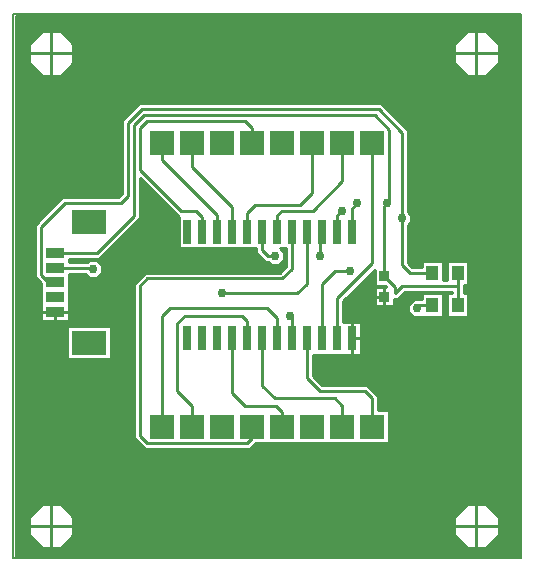
<source format=gbl>
G04 PROTEUS RS274X GERBER FILE*
%FSLAX24Y24*%
%MOIN*%
%ADD10C,0.0100*%
%ADD11C,0.0300*%
%ADD12C,0.0013*%
%ADD13R,0.0800X0.0800*%
%ADD15R,0.0250X0.0800*%
%ADD16R,0.0400X0.0500*%
%ADD17R,0.0350X0.0350*%
%ADD18R,0.0629X0.0318*%
%ADD19R,0.1181X0.0787*%
%ADD14C,0.0050*%
G54D10*
X-1500Y-250D02*
X+1000Y-250D01*
X+1328Y+78D01*
X+1328Y+1814D01*
X+3496Y+4763D02*
X+3496Y+750D01*
X+2328Y-417D01*
X+2328Y-1735D01*
X+2750Y+500D02*
X+2250Y+500D01*
X+1828Y+78D01*
X+1828Y-1735D01*
X+3496Y-4685D02*
X+3496Y-3750D01*
X+3246Y-3500D01*
X+1750Y-3500D01*
X+1328Y-3078D01*
X+1328Y-1735D01*
X+750Y-1000D02*
X+828Y-1078D01*
X+828Y-1735D01*
X-3503Y-4685D02*
X-3503Y-1000D01*
X-3253Y-750D01*
X+0Y-750D01*
X+328Y-1078D01*
X+328Y-1735D01*
X+2496Y-4685D02*
X+2496Y-4000D01*
X+2246Y-3750D01*
X+250Y-3750D01*
X-171Y-3328D01*
X-171Y-1735D01*
X+1750Y+1000D02*
X+1753Y+1003D01*
X+1753Y+1814D01*
X+1828Y+1814D01*
X+5000Y-750D02*
X+5120Y-629D01*
X+5498Y-629D01*
X+5498Y+433D02*
X+4750Y+433D01*
X+4500Y+683D01*
X+4500Y+2250D01*
X+2500Y+2500D02*
X+2478Y+2500D01*
X+2328Y+2350D01*
X+2328Y+1814D01*
X+2828Y-1735D02*
X+2828Y-750D01*
X+3224Y-354D01*
X+3897Y-354D01*
X+3897Y+325D02*
X+4250Y-26D01*
X+4250Y-250D01*
X+6338Y+0D02*
X+6338Y+433D01*
X+4250Y-250D02*
X+4500Y+0D01*
X+6338Y+0D01*
X+6338Y-629D01*
X+3897Y+325D02*
X+3897Y+2647D01*
X+4000Y+2750D01*
X+3000Y+2750D02*
X+2828Y+2578D01*
X+2828Y+1814D01*
X+250Y+1000D02*
X+14Y+1000D01*
X-171Y+1185D01*
X-171Y+1814D01*
X-690Y-5250D02*
X-503Y-5063D01*
X-503Y-4685D02*
X-503Y-5063D01*
X-690Y-5250D02*
X-4000Y-5250D01*
X-4250Y-5000D01*
X-4250Y+0D01*
X-4000Y+250D01*
X+500Y+250D01*
X+828Y+578D01*
X+828Y+1814D01*
X+280Y-4000D02*
X+496Y-4216D01*
X+496Y-4685D02*
X+496Y-4216D01*
X+280Y-4000D02*
X-750Y-4000D01*
X-1171Y-3578D01*
X-1171Y-1735D01*
X-850Y-1000D02*
X-671Y-1178D01*
X-664Y-1185D01*
X-2503Y-4685D02*
X-2503Y-4000D01*
X-3000Y-3503D01*
X-3000Y-1250D01*
X-2750Y-1000D01*
X-850Y-1000D01*
X-671Y-1178D02*
X-671Y-1735D01*
X-7091Y+1106D02*
X-5689Y+1106D01*
X-4450Y+2345D01*
X-4450Y+5366D01*
X-4116Y+5699D01*
X+3575Y+5699D01*
X+4062Y+5212D01*
X+4062Y+2812D01*
X+4000Y+2750D01*
X-7091Y+614D02*
X-5849Y+614D01*
X-5815Y+580D01*
X-7091Y+122D02*
X-7302Y+122D01*
X-7556Y+376D01*
X-7556Y+1963D01*
X-6749Y+2770D01*
X-4890Y+2770D01*
X-4660Y+3000D01*
X-4660Y+5439D01*
X-4197Y+5901D01*
X+3708Y+5901D01*
X+4500Y+5110D01*
X+4500Y+2250D01*
X-503Y+4763D02*
X-503Y+5270D01*
X-733Y+5500D01*
X-4000Y+5500D01*
X-4250Y+5250D01*
X-4250Y+3880D01*
X-2870Y+2500D01*
X-2371Y+2500D01*
X-2171Y+2300D01*
X-2171Y+1814D01*
X-3503Y+4763D02*
X-3503Y+4203D01*
X-1671Y+2371D01*
X-1671Y+1814D01*
X-2503Y+4763D02*
X-2503Y+3963D01*
X-1171Y+2631D01*
X-1171Y+1814D01*
X+2496Y+4763D02*
X+2496Y+3500D01*
X+1506Y+2510D01*
X+470Y+2510D01*
X+328Y+2368D01*
X+328Y+1814D01*
X+1496Y+4763D02*
X+1496Y+3106D01*
X+1100Y+2710D01*
X-400Y+2710D01*
X-671Y+2438D01*
X-671Y+1814D01*
G54D11*
X-1500Y-250D03*
X+250Y+1000D03*
X+2750Y+500D03*
X+750Y-1000D03*
X+5000Y-750D03*
X+1750Y+1000D03*
X+2500Y+2500D03*
X+4000Y+2750D03*
X+3000Y+2750D03*
X-5815Y+580D03*
X+4500Y+2250D03*
G54D10*
X-8394Y-8985D02*
X+8394Y-8985D01*
X+8394Y+8985D01*
X-8394Y+8985D01*
X-8394Y-8985D01*
X-6464Y+8062D02*
X-6464Y+7449D01*
X-6897Y+7015D01*
X-7511Y+7015D01*
X-7945Y+7449D01*
X-7945Y+8062D01*
X-7511Y+8496D01*
X-6897Y+8496D01*
X-6464Y+8062D01*
X+7709Y+8062D02*
X+7709Y+7449D01*
X+7275Y+7015D01*
X+6661Y+7015D01*
X+6227Y+7449D01*
X+6227Y+8062D01*
X+6661Y+8496D01*
X+7275Y+8496D01*
X+7709Y+8062D01*
X-6464Y-7685D02*
X-6464Y-8298D01*
X-6897Y-8732D01*
X-7511Y-8732D01*
X-7945Y-8298D01*
X-7945Y-7685D01*
X-7511Y-7251D01*
X-6897Y-7251D01*
X-6464Y-7685D01*
X+7709Y-7685D02*
X+7709Y-8298D01*
X+7275Y-8732D01*
X+6661Y-8732D01*
X+6227Y-8298D01*
X+6227Y-7685D01*
X+6661Y-7251D01*
X+7275Y-7251D01*
X+7709Y-7685D01*
X+4582Y+5309D02*
X+4699Y+5192D01*
X+4699Y+2474D01*
X+4799Y+2374D01*
X+4799Y+2125D01*
X+4699Y+2025D01*
X+4699Y+765D01*
X+4832Y+633D01*
X+5148Y+633D01*
X+5148Y+833D01*
X+5848Y+833D01*
X+5848Y+199D01*
X+5988Y+199D01*
X+5988Y+833D01*
X+6688Y+833D01*
X+6688Y+33D01*
X+6538Y+33D01*
X+6538Y-229D01*
X+6688Y-229D01*
X+6688Y-1029D01*
X+5988Y-1029D01*
X+5988Y-229D01*
X+6138Y-229D01*
X+6138Y-199D01*
X+4582Y-199D01*
X+4332Y-449D01*
X+4222Y-449D01*
X+4222Y-679D01*
X+3572Y-679D01*
X+3572Y-29D01*
X+3969Y-29D01*
X+3939Y+0D01*
X+3572Y+0D01*
X+3572Y+543D01*
X+2528Y-500D01*
X+2528Y-1185D01*
X+3103Y-1185D01*
X+3103Y-2285D01*
X+1528Y-2285D01*
X+1528Y-2995D01*
X+1832Y-3300D01*
X+3328Y-3300D01*
X+3696Y-3667D01*
X+3696Y-4135D01*
X+4046Y-4135D01*
X+4046Y-5235D01*
X-392Y-5235D01*
X-607Y-5449D01*
X-4082Y-5449D01*
X-4449Y-5082D01*
X-4449Y+82D01*
X-4082Y+449D01*
X+417Y+449D01*
X+628Y+661D01*
X+628Y+1264D01*
X+409Y+1264D01*
X+549Y+1124D01*
X+549Y+875D01*
X+374Y+700D01*
X+125Y+700D01*
X+25Y+800D01*
X-68Y+800D01*
X-371Y+1102D01*
X-371Y+1264D01*
X-2946Y+1264D01*
X-2946Y+2300D01*
X-2952Y+2300D01*
X-4250Y+3597D01*
X-4250Y+2262D01*
X-5606Y+906D01*
X-6626Y+906D01*
X-6626Y+814D01*
X-6006Y+814D01*
X-5939Y+880D01*
X-5691Y+880D01*
X-5515Y+705D01*
X-5515Y+456D01*
X-5691Y+280D01*
X-5939Y+280D01*
X-6073Y+414D01*
X-6626Y+414D01*
X-6626Y-1171D01*
X-7556Y-1171D01*
X-7556Y+93D01*
X-7756Y+293D01*
X-7756Y+2046D01*
X-6832Y+2969D01*
X-4972Y+2969D01*
X-4859Y+3082D01*
X-4859Y+5521D01*
X-4279Y+6101D01*
X+3790Y+6101D01*
X+4582Y+5309D01*
X+5848Y-1029D02*
X+5148Y-1029D01*
X+5148Y-1025D01*
X+5124Y-1049D01*
X+4875Y-1049D01*
X+4700Y-874D01*
X+4700Y-625D01*
X+4875Y-450D01*
X+5017Y-450D01*
X+5037Y-429D01*
X+5148Y-429D01*
X+5148Y-229D01*
X+5848Y-229D01*
X+5848Y-1029D01*
X-6690Y-2429D02*
X-6690Y-1342D01*
X-5209Y-1342D01*
X-5209Y-2429D01*
X-6690Y-2429D01*
G54D12*
X-8394Y-8985D02*
X-8394Y+8985D01*
X-8384Y-8985D02*
X-8384Y+8985D01*
X-8374Y-8985D02*
X-8374Y+8985D01*
X-8364Y-8985D02*
X-8364Y+8985D01*
X-8354Y-8985D02*
X-8354Y+8985D01*
X-8344Y-8985D02*
X-8344Y+8985D01*
X-8334Y-8985D02*
X-8334Y+8985D01*
X-8324Y-8985D02*
X-8324Y+8985D01*
X-8314Y-8985D02*
X-8314Y+8985D01*
X-8304Y-8985D02*
X-8304Y+8985D01*
X-8294Y-8985D02*
X-8294Y+8985D01*
X-8284Y-8985D02*
X-8284Y+8985D01*
X-8274Y-8985D02*
X-8274Y+8985D01*
X-8264Y-8985D02*
X-8264Y+8985D01*
X-8254Y-8985D02*
X-8254Y+8985D01*
X-8244Y-8985D02*
X-8244Y+8985D01*
X-8234Y-8985D02*
X-8234Y+8985D01*
X-8224Y-8985D02*
X-8224Y+8985D01*
X-8214Y-8985D02*
X-8214Y+8985D01*
X-8204Y-8985D02*
X-8204Y+8985D01*
X-8194Y-8985D02*
X-8194Y+8985D01*
X-8184Y-8985D02*
X-8184Y+8985D01*
X-8174Y-8985D02*
X-8174Y+8985D01*
X-8164Y-8985D02*
X-8164Y+8985D01*
X-8154Y-8985D02*
X-8154Y+8985D01*
X-8144Y-8985D02*
X-8144Y+8985D01*
X-8134Y-8985D02*
X-8134Y+8985D01*
X-8124Y-8985D02*
X-8124Y+8985D01*
X-8114Y-8985D02*
X-8114Y+8985D01*
X-8104Y-8985D02*
X-8104Y+8985D01*
X-8094Y-8985D02*
X-8094Y+8985D01*
X-8084Y-8985D02*
X-8084Y+8985D01*
X-8074Y-8985D02*
X-8074Y+8985D01*
X-8064Y-8985D02*
X-8064Y+8985D01*
X-8054Y-8985D02*
X-8054Y+8985D01*
X-8044Y-8985D02*
X-8044Y+8985D01*
X-8034Y-8985D02*
X-8034Y+8985D01*
X-8024Y-8985D02*
X-8024Y+8985D01*
X-8014Y-8985D02*
X-8014Y+8985D01*
X-8004Y-8985D02*
X-8004Y+8985D01*
X-7994Y-8985D02*
X-7994Y+8985D01*
X-7984Y-8985D02*
X-7984Y+8985D01*
X-7974Y-8985D02*
X-7974Y+8985D01*
X-7964Y-8985D02*
X-7964Y+8985D01*
X-7954Y-8985D02*
X-7954Y+8985D01*
X-7944Y-8985D02*
X-7944Y-8299D01*
X-7944Y-7684D02*
X-7944Y+7448D01*
X-7944Y+8063D02*
X-7944Y+8985D01*
X-7934Y-8985D02*
X-7934Y-8309D01*
X-7934Y-7674D02*
X-7934Y+7438D01*
X-7934Y+8073D02*
X-7934Y+8985D01*
X-7924Y-8985D02*
X-7924Y-8319D01*
X-7924Y-7664D02*
X-7924Y+7428D01*
X-7924Y+8083D02*
X-7924Y+8985D01*
X-7914Y-8985D02*
X-7914Y-8329D01*
X-7914Y-7654D02*
X-7914Y+7418D01*
X-7914Y+8093D02*
X-7914Y+8985D01*
X-7904Y-8985D02*
X-7904Y-8339D01*
X-7904Y-7644D02*
X-7904Y+7408D01*
X-7904Y+8103D02*
X-7904Y+8985D01*
X-7894Y-8985D02*
X-7894Y-8349D01*
X-7894Y-7634D02*
X-7894Y+7398D01*
X-7894Y+8113D02*
X-7894Y+8985D01*
X-7884Y-8985D02*
X-7884Y-8359D01*
X-7884Y-7624D02*
X-7884Y+7388D01*
X-7884Y+8123D02*
X-7884Y+8985D01*
X-7874Y-8985D02*
X-7874Y-8369D01*
X-7874Y-7614D02*
X-7874Y+7378D01*
X-7874Y+8133D02*
X-7874Y+8985D01*
X-7864Y-8985D02*
X-7864Y-8379D01*
X-7864Y-7604D02*
X-7864Y+7368D01*
X-7864Y+8143D02*
X-7864Y+8985D01*
X-7854Y-8985D02*
X-7854Y-8389D01*
X-7854Y-7594D02*
X-7854Y+7358D01*
X-7854Y+8153D02*
X-7854Y+8985D01*
X-7844Y-8985D02*
X-7844Y-8399D01*
X-7844Y-7584D02*
X-7844Y+7348D01*
X-7844Y+8163D02*
X-7844Y+8985D01*
X-7834Y-8985D02*
X-7834Y-8409D01*
X-7834Y-7574D02*
X-7834Y+7338D01*
X-7834Y+8173D02*
X-7834Y+8985D01*
X-7824Y-8985D02*
X-7824Y-8419D01*
X-7824Y-7564D02*
X-7824Y+7328D01*
X-7824Y+8183D02*
X-7824Y+8985D01*
X-7814Y-8985D02*
X-7814Y-8429D01*
X-7814Y-7554D02*
X-7814Y+7318D01*
X-7814Y+8193D02*
X-7814Y+8985D01*
X-7804Y-8985D02*
X-7804Y-8439D01*
X-7804Y-7544D02*
X-7804Y+7308D01*
X-7804Y+8203D02*
X-7804Y+8985D01*
X-7794Y-8985D02*
X-7794Y-8449D01*
X-7794Y-7534D02*
X-7794Y+7298D01*
X-7794Y+8213D02*
X-7794Y+8985D01*
X-7784Y-8985D02*
X-7784Y-8459D01*
X-7784Y-7524D02*
X-7784Y+7288D01*
X-7784Y+8223D02*
X-7784Y+8985D01*
X-7774Y-8985D02*
X-7774Y-8469D01*
X-7774Y-7514D02*
X-7774Y+7278D01*
X-7774Y+8233D02*
X-7774Y+8985D01*
X-7764Y-8985D02*
X-7764Y-8479D01*
X-7764Y-7504D02*
X-7764Y+7268D01*
X-7764Y+8243D02*
X-7764Y+8985D01*
X-7754Y-8985D02*
X-7754Y-8489D01*
X-7754Y-7494D02*
X-7754Y+291D01*
X-7754Y+2047D02*
X-7754Y+7258D01*
X-7754Y+8253D02*
X-7754Y+8985D01*
X-7744Y-8985D02*
X-7744Y-8499D01*
X-7744Y-7484D02*
X-7744Y+281D01*
X-7744Y+2057D02*
X-7744Y+7248D01*
X-7744Y+8263D02*
X-7744Y+8985D01*
X-7734Y-8985D02*
X-7734Y-8509D01*
X-7734Y-7474D02*
X-7734Y+271D01*
X-7734Y+2067D02*
X-7734Y+7238D01*
X-7734Y+8273D02*
X-7734Y+8985D01*
X-7724Y-8985D02*
X-7724Y-8519D01*
X-7724Y-7464D02*
X-7724Y+261D01*
X-7724Y+2077D02*
X-7724Y+7228D01*
X-7724Y+8283D02*
X-7724Y+8985D01*
X-7714Y-8985D02*
X-7714Y-8529D01*
X-7714Y-7454D02*
X-7714Y+251D01*
X-7714Y+2087D02*
X-7714Y+7218D01*
X-7714Y+8293D02*
X-7714Y+8985D01*
X-7704Y-8985D02*
X-7704Y-8539D01*
X-7704Y-7444D02*
X-7704Y+241D01*
X-7704Y+2097D02*
X-7704Y+7208D01*
X-7704Y+8303D02*
X-7704Y+8985D01*
X-7694Y-8985D02*
X-7694Y-8549D01*
X-7694Y-7434D02*
X-7694Y+231D01*
X-7694Y+2107D02*
X-7694Y+7198D01*
X-7694Y+8313D02*
X-7694Y+8985D01*
X-7684Y-8985D02*
X-7684Y-8559D01*
X-7684Y-7424D02*
X-7684Y+221D01*
X-7684Y+2117D02*
X-7684Y+7188D01*
X-7684Y+8323D02*
X-7684Y+8985D01*
X-7674Y-8985D02*
X-7674Y-8569D01*
X-7674Y-7414D02*
X-7674Y+211D01*
X-7674Y+2127D02*
X-7674Y+7178D01*
X-7674Y+8333D02*
X-7674Y+8985D01*
X-7664Y-8985D02*
X-7664Y-8579D01*
X-7664Y-7404D02*
X-7664Y+201D01*
X-7664Y+2137D02*
X-7664Y+7168D01*
X-7664Y+8343D02*
X-7664Y+8985D01*
X-7654Y-8985D02*
X-7654Y-8589D01*
X-7654Y-7394D02*
X-7654Y+191D01*
X-7654Y+2147D02*
X-7654Y+7158D01*
X-7654Y+8353D02*
X-7654Y+8985D01*
X-7644Y-8985D02*
X-7644Y-8599D01*
X-7644Y-7384D02*
X-7644Y+181D01*
X-7644Y+2157D02*
X-7644Y+7148D01*
X-7644Y+8363D02*
X-7644Y+8985D01*
X-7634Y-8985D02*
X-7634Y-8609D01*
X-7634Y-7374D02*
X-7634Y+171D01*
X-7634Y+2167D02*
X-7634Y+7138D01*
X-7634Y+8373D02*
X-7634Y+8985D01*
X-7624Y-8985D02*
X-7624Y-8619D01*
X-7624Y-7364D02*
X-7624Y+161D01*
X-7624Y+2177D02*
X-7624Y+7128D01*
X-7624Y+8383D02*
X-7624Y+8985D01*
X-7614Y-8985D02*
X-7614Y-8629D01*
X-7614Y-7354D02*
X-7614Y+151D01*
X-7614Y+2187D02*
X-7614Y+7118D01*
X-7614Y+8393D02*
X-7614Y+8985D01*
X-7604Y-8985D02*
X-7604Y-8639D01*
X-7604Y-7344D02*
X-7604Y+141D01*
X-7604Y+2197D02*
X-7604Y+7108D01*
X-7604Y+8403D02*
X-7604Y+8985D01*
X-7594Y-8985D02*
X-7594Y-8649D01*
X-7594Y-7334D02*
X-7594Y+131D01*
X-7594Y+2207D02*
X-7594Y+7098D01*
X-7594Y+8413D02*
X-7594Y+8985D01*
X-7584Y-8985D02*
X-7584Y-8659D01*
X-7584Y-7324D02*
X-7584Y+121D01*
X-7584Y+2217D02*
X-7584Y+7088D01*
X-7584Y+8423D02*
X-7584Y+8985D01*
X-7574Y-8985D02*
X-7574Y-8669D01*
X-7574Y-7314D02*
X-7574Y+111D01*
X-7574Y+2227D02*
X-7574Y+7078D01*
X-7574Y+8433D02*
X-7574Y+8985D01*
X-7564Y-8985D02*
X-7564Y-8679D01*
X-7564Y-7304D02*
X-7564Y+101D01*
X-7564Y+2237D02*
X-7564Y+7068D01*
X-7564Y+8443D02*
X-7564Y+8985D01*
X-7554Y-8985D02*
X-7554Y-8689D01*
X-7554Y-7294D02*
X-7554Y-1171D01*
X-7554Y+2247D02*
X-7554Y+7058D01*
X-7554Y+8453D02*
X-7554Y+8985D01*
X-7544Y-8985D02*
X-7544Y-8699D01*
X-7544Y-7284D02*
X-7544Y-1171D01*
X-7544Y+2257D02*
X-7544Y+7048D01*
X-7544Y+8463D02*
X-7544Y+8985D01*
X-7534Y-8985D02*
X-7534Y-8709D01*
X-7534Y-7274D02*
X-7534Y-1171D01*
X-7534Y+2267D02*
X-7534Y+7038D01*
X-7534Y+8473D02*
X-7534Y+8985D01*
X-7524Y-8985D02*
X-7524Y-8719D01*
X-7524Y-7264D02*
X-7524Y-1171D01*
X-7524Y+2277D02*
X-7524Y+7028D01*
X-7524Y+8483D02*
X-7524Y+8985D01*
X-7514Y-8985D02*
X-7514Y-8729D01*
X-7514Y-7254D02*
X-7514Y-1171D01*
X-7514Y+2287D02*
X-7514Y+7018D01*
X-7514Y+8493D02*
X-7514Y+8985D01*
X-7504Y-8985D02*
X-7504Y-8732D01*
X-7504Y-7251D02*
X-7504Y-1171D01*
X-7504Y+2297D02*
X-7504Y+7015D01*
X-7504Y+8496D02*
X-7504Y+8985D01*
X-7494Y-8985D02*
X-7494Y-8732D01*
X-7494Y-7251D02*
X-7494Y-1171D01*
X-7494Y+2307D02*
X-7494Y+7015D01*
X-7494Y+8496D02*
X-7494Y+8985D01*
X-7484Y-8985D02*
X-7484Y-8732D01*
X-7484Y-7251D02*
X-7484Y-1171D01*
X-7484Y+2317D02*
X-7484Y+7015D01*
X-7484Y+8496D02*
X-7484Y+8985D01*
X-7474Y-8985D02*
X-7474Y-8732D01*
X-7474Y-7251D02*
X-7474Y-1171D01*
X-7474Y+2327D02*
X-7474Y+7015D01*
X-7474Y+8496D02*
X-7474Y+8985D01*
X-7464Y-8985D02*
X-7464Y-8732D01*
X-7464Y-7251D02*
X-7464Y-1171D01*
X-7464Y+2337D02*
X-7464Y+7015D01*
X-7464Y+8496D02*
X-7464Y+8985D01*
X-7454Y-8985D02*
X-7454Y-8732D01*
X-7454Y-7251D02*
X-7454Y-1171D01*
X-7454Y+2347D02*
X-7454Y+7015D01*
X-7454Y+8496D02*
X-7454Y+8985D01*
X-7444Y-8985D02*
X-7444Y-8732D01*
X-7444Y-7251D02*
X-7444Y-1171D01*
X-7444Y+2357D02*
X-7444Y+7015D01*
X-7444Y+8496D02*
X-7444Y+8985D01*
X-7434Y-8985D02*
X-7434Y-8732D01*
X-7434Y-7251D02*
X-7434Y-1171D01*
X-7434Y+2367D02*
X-7434Y+7015D01*
X-7434Y+8496D02*
X-7434Y+8985D01*
X-7424Y-8985D02*
X-7424Y-8732D01*
X-7424Y-7251D02*
X-7424Y-1171D01*
X-7424Y+2377D02*
X-7424Y+7015D01*
X-7424Y+8496D02*
X-7424Y+8985D01*
X-7414Y-8985D02*
X-7414Y-8732D01*
X-7414Y-7251D02*
X-7414Y-1171D01*
X-7414Y+2387D02*
X-7414Y+7015D01*
X-7414Y+8496D02*
X-7414Y+8985D01*
X-7404Y-8985D02*
X-7404Y-8732D01*
X-7404Y-7251D02*
X-7404Y-1171D01*
X-7404Y+2397D02*
X-7404Y+7015D01*
X-7404Y+8496D02*
X-7404Y+8985D01*
X-7394Y-8985D02*
X-7394Y-8732D01*
X-7394Y-7251D02*
X-7394Y-1171D01*
X-7394Y+2407D02*
X-7394Y+7015D01*
X-7394Y+8496D02*
X-7394Y+8985D01*
X-7384Y-8985D02*
X-7384Y-8732D01*
X-7384Y-7251D02*
X-7384Y-1171D01*
X-7384Y+2417D02*
X-7384Y+7015D01*
X-7384Y+8496D02*
X-7384Y+8985D01*
X-7374Y-8985D02*
X-7374Y-8732D01*
X-7374Y-7251D02*
X-7374Y-1171D01*
X-7374Y+2427D02*
X-7374Y+7015D01*
X-7374Y+8496D02*
X-7374Y+8985D01*
X-7364Y-8985D02*
X-7364Y-8732D01*
X-7364Y-7251D02*
X-7364Y-1171D01*
X-7364Y+2437D02*
X-7364Y+7015D01*
X-7364Y+8496D02*
X-7364Y+8985D01*
X-7354Y-8985D02*
X-7354Y-8732D01*
X-7354Y-7251D02*
X-7354Y-1171D01*
X-7354Y+2447D02*
X-7354Y+7015D01*
X-7354Y+8496D02*
X-7354Y+8985D01*
X-7344Y-8985D02*
X-7344Y-8732D01*
X-7344Y-7251D02*
X-7344Y-1171D01*
X-7344Y+2457D02*
X-7344Y+7015D01*
X-7344Y+8496D02*
X-7344Y+8985D01*
X-7334Y-8985D02*
X-7334Y-8732D01*
X-7334Y-7251D02*
X-7334Y-1171D01*
X-7334Y+2467D02*
X-7334Y+7015D01*
X-7334Y+8496D02*
X-7334Y+8985D01*
X-7324Y-8985D02*
X-7324Y-8732D01*
X-7324Y-7251D02*
X-7324Y-1171D01*
X-7324Y+2477D02*
X-7324Y+7015D01*
X-7324Y+8496D02*
X-7324Y+8985D01*
X-7314Y-8985D02*
X-7314Y-8732D01*
X-7314Y-7251D02*
X-7314Y-1171D01*
X-7314Y+2487D02*
X-7314Y+7015D01*
X-7314Y+8496D02*
X-7314Y+8985D01*
X-7304Y-8985D02*
X-7304Y-8732D01*
X-7304Y-7251D02*
X-7304Y-1171D01*
X-7304Y+2497D02*
X-7304Y+7015D01*
X-7304Y+8496D02*
X-7304Y+8985D01*
X-7294Y-8985D02*
X-7294Y-8732D01*
X-7294Y-7251D02*
X-7294Y-1171D01*
X-7294Y+2507D02*
X-7294Y+7015D01*
X-7294Y+8496D02*
X-7294Y+8985D01*
X-7284Y-8985D02*
X-7284Y-8732D01*
X-7284Y-7251D02*
X-7284Y-1171D01*
X-7284Y+2517D02*
X-7284Y+7015D01*
X-7284Y+8496D02*
X-7284Y+8985D01*
X-7274Y-8985D02*
X-7274Y-8732D01*
X-7274Y-7251D02*
X-7274Y-1171D01*
X-7274Y+2527D02*
X-7274Y+7015D01*
X-7274Y+8496D02*
X-7274Y+8985D01*
X-7264Y-8985D02*
X-7264Y-8732D01*
X-7264Y-7251D02*
X-7264Y-1171D01*
X-7264Y+2537D02*
X-7264Y+7015D01*
X-7264Y+8496D02*
X-7264Y+8985D01*
X-7254Y-8985D02*
X-7254Y-8732D01*
X-7254Y-7251D02*
X-7254Y-1171D01*
X-7254Y+2547D02*
X-7254Y+7015D01*
X-7254Y+8496D02*
X-7254Y+8985D01*
X-7244Y-8985D02*
X-7244Y-8732D01*
X-7244Y-7251D02*
X-7244Y-1171D01*
X-7244Y+2557D02*
X-7244Y+7015D01*
X-7244Y+8496D02*
X-7244Y+8985D01*
X-7234Y-8985D02*
X-7234Y-8732D01*
X-7234Y-7251D02*
X-7234Y-1171D01*
X-7234Y+2567D02*
X-7234Y+7015D01*
X-7234Y+8496D02*
X-7234Y+8985D01*
X-7224Y-8985D02*
X-7224Y-8732D01*
X-7224Y-7251D02*
X-7224Y-1171D01*
X-7224Y+2577D02*
X-7224Y+7015D01*
X-7224Y+8496D02*
X-7224Y+8985D01*
X-7214Y-8985D02*
X-7214Y-8732D01*
X-7214Y-7251D02*
X-7214Y-1171D01*
X-7214Y+2587D02*
X-7214Y+7015D01*
X-7214Y+8496D02*
X-7214Y+8985D01*
X-7204Y-8985D02*
X-7204Y-8732D01*
X-7204Y-7251D02*
X-7204Y-1171D01*
X-7204Y+2597D02*
X-7204Y+7015D01*
X-7204Y+8496D02*
X-7204Y+8985D01*
X-7194Y-8985D02*
X-7194Y-8732D01*
X-7194Y-7251D02*
X-7194Y-1171D01*
X-7194Y+2607D02*
X-7194Y+7015D01*
X-7194Y+8496D02*
X-7194Y+8985D01*
X-7184Y-8985D02*
X-7184Y-8732D01*
X-7184Y-7251D02*
X-7184Y-1171D01*
X-7184Y+2617D02*
X-7184Y+7015D01*
X-7184Y+8496D02*
X-7184Y+8985D01*
X-7174Y-8985D02*
X-7174Y-8732D01*
X-7174Y-7251D02*
X-7174Y-1171D01*
X-7174Y+2627D02*
X-7174Y+7015D01*
X-7174Y+8496D02*
X-7174Y+8985D01*
X-7164Y-8985D02*
X-7164Y-8732D01*
X-7164Y-7251D02*
X-7164Y-1171D01*
X-7164Y+2637D02*
X-7164Y+7015D01*
X-7164Y+8496D02*
X-7164Y+8985D01*
X-7154Y-8985D02*
X-7154Y-8732D01*
X-7154Y-7251D02*
X-7154Y-1171D01*
X-7154Y+2647D02*
X-7154Y+7015D01*
X-7154Y+8496D02*
X-7154Y+8985D01*
X-7144Y-8985D02*
X-7144Y-8732D01*
X-7144Y-7251D02*
X-7144Y-1171D01*
X-7144Y+2657D02*
X-7144Y+7015D01*
X-7144Y+8496D02*
X-7144Y+8985D01*
X-7134Y-8985D02*
X-7134Y-8732D01*
X-7134Y-7251D02*
X-7134Y-1171D01*
X-7134Y+2667D02*
X-7134Y+7015D01*
X-7134Y+8496D02*
X-7134Y+8985D01*
X-7124Y-8985D02*
X-7124Y-8732D01*
X-7124Y-7251D02*
X-7124Y-1171D01*
X-7124Y+2677D02*
X-7124Y+7015D01*
X-7124Y+8496D02*
X-7124Y+8985D01*
X-7114Y-8985D02*
X-7114Y-8732D01*
X-7114Y-7251D02*
X-7114Y-1171D01*
X-7114Y+2687D02*
X-7114Y+7015D01*
X-7114Y+8496D02*
X-7114Y+8985D01*
X-7104Y-8985D02*
X-7104Y-8732D01*
X-7104Y-7251D02*
X-7104Y-1171D01*
X-7104Y+2697D02*
X-7104Y+7015D01*
X-7104Y+8496D02*
X-7104Y+8985D01*
X-7094Y-8985D02*
X-7094Y-8732D01*
X-7094Y-7251D02*
X-7094Y-1171D01*
X-7094Y+2707D02*
X-7094Y+7015D01*
X-7094Y+8496D02*
X-7094Y+8985D01*
X-7084Y-8985D02*
X-7084Y-8732D01*
X-7084Y-7251D02*
X-7084Y-1171D01*
X-7084Y+2717D02*
X-7084Y+7015D01*
X-7084Y+8496D02*
X-7084Y+8985D01*
X-7074Y-8985D02*
X-7074Y-8732D01*
X-7074Y-7251D02*
X-7074Y-1171D01*
X-7074Y+2727D02*
X-7074Y+7015D01*
X-7074Y+8496D02*
X-7074Y+8985D01*
X-7064Y-8985D02*
X-7064Y-8732D01*
X-7064Y-7251D02*
X-7064Y-1171D01*
X-7064Y+2737D02*
X-7064Y+7015D01*
X-7064Y+8496D02*
X-7064Y+8985D01*
X-7054Y-8985D02*
X-7054Y-8732D01*
X-7054Y-7251D02*
X-7054Y-1171D01*
X-7054Y+2747D02*
X-7054Y+7015D01*
X-7054Y+8496D02*
X-7054Y+8985D01*
X-7044Y-8985D02*
X-7044Y-8732D01*
X-7044Y-7251D02*
X-7044Y-1171D01*
X-7044Y+2757D02*
X-7044Y+7015D01*
X-7044Y+8496D02*
X-7044Y+8985D01*
X-7034Y-8985D02*
X-7034Y-8732D01*
X-7034Y-7251D02*
X-7034Y-1171D01*
X-7034Y+2767D02*
X-7034Y+7015D01*
X-7034Y+8496D02*
X-7034Y+8985D01*
X-7024Y-8985D02*
X-7024Y-8732D01*
X-7024Y-7251D02*
X-7024Y-1171D01*
X-7024Y+2777D02*
X-7024Y+7015D01*
X-7024Y+8496D02*
X-7024Y+8985D01*
X-7014Y-8985D02*
X-7014Y-8732D01*
X-7014Y-7251D02*
X-7014Y-1171D01*
X-7014Y+2787D02*
X-7014Y+7015D01*
X-7014Y+8496D02*
X-7014Y+8985D01*
X-7004Y-8985D02*
X-7004Y-8732D01*
X-7004Y-7251D02*
X-7004Y-1171D01*
X-7004Y+2797D02*
X-7004Y+7015D01*
X-7004Y+8496D02*
X-7004Y+8985D01*
X-6994Y-8985D02*
X-6994Y-8732D01*
X-6994Y-7251D02*
X-6994Y-1171D01*
X-6994Y+2807D02*
X-6994Y+7015D01*
X-6994Y+8496D02*
X-6994Y+8985D01*
X-6984Y-8985D02*
X-6984Y-8732D01*
X-6984Y-7251D02*
X-6984Y-1171D01*
X-6984Y+2817D02*
X-6984Y+7015D01*
X-6984Y+8496D02*
X-6984Y+8985D01*
X-6974Y-8985D02*
X-6974Y-8732D01*
X-6974Y-7251D02*
X-6974Y-1171D01*
X-6974Y+2827D02*
X-6974Y+7015D01*
X-6974Y+8496D02*
X-6974Y+8985D01*
X-6964Y-8985D02*
X-6964Y-8732D01*
X-6964Y-7251D02*
X-6964Y-1171D01*
X-6964Y+2837D02*
X-6964Y+7015D01*
X-6964Y+8496D02*
X-6964Y+8985D01*
X-6954Y-8985D02*
X-6954Y-8732D01*
X-6954Y-7251D02*
X-6954Y-1171D01*
X-6954Y+2847D02*
X-6954Y+7015D01*
X-6954Y+8496D02*
X-6954Y+8985D01*
X-6944Y-8985D02*
X-6944Y-8732D01*
X-6944Y-7251D02*
X-6944Y-1171D01*
X-6944Y+2857D02*
X-6944Y+7015D01*
X-6944Y+8496D02*
X-6944Y+8985D01*
X-6934Y-8985D02*
X-6934Y-8732D01*
X-6934Y-7251D02*
X-6934Y-1171D01*
X-6934Y+2867D02*
X-6934Y+7015D01*
X-6934Y+8496D02*
X-6934Y+8985D01*
X-6924Y-8985D02*
X-6924Y-8732D01*
X-6924Y-7251D02*
X-6924Y-1171D01*
X-6924Y+2877D02*
X-6924Y+7015D01*
X-6924Y+8496D02*
X-6924Y+8985D01*
X-6914Y-8985D02*
X-6914Y-8732D01*
X-6914Y-7251D02*
X-6914Y-1171D01*
X-6914Y+2887D02*
X-6914Y+7015D01*
X-6914Y+8496D02*
X-6914Y+8985D01*
X-6904Y-8985D02*
X-6904Y-8732D01*
X-6904Y-7251D02*
X-6904Y-1171D01*
X-6904Y+2897D02*
X-6904Y+7015D01*
X-6904Y+8496D02*
X-6904Y+8985D01*
X-6894Y-8985D02*
X-6894Y-8728D01*
X-6894Y-7254D02*
X-6894Y-1171D01*
X-6894Y+2907D02*
X-6894Y+7018D01*
X-6894Y+8492D02*
X-6894Y+8985D01*
X-6884Y-8985D02*
X-6884Y-8718D01*
X-6884Y-7264D02*
X-6884Y-1171D01*
X-6884Y+2917D02*
X-6884Y+7028D01*
X-6884Y+8482D02*
X-6884Y+8985D01*
X-6874Y-8985D02*
X-6874Y-8708D01*
X-6874Y-7274D02*
X-6874Y-1171D01*
X-6874Y+2927D02*
X-6874Y+7038D01*
X-6874Y+8472D02*
X-6874Y+8985D01*
X-6864Y-8985D02*
X-6864Y-8698D01*
X-6864Y-7284D02*
X-6864Y-1171D01*
X-6864Y+2937D02*
X-6864Y+7048D01*
X-6864Y+8462D02*
X-6864Y+8985D01*
X-6854Y-8985D02*
X-6854Y-8688D01*
X-6854Y-7294D02*
X-6854Y-1171D01*
X-6854Y+2947D02*
X-6854Y+7058D01*
X-6854Y+8452D02*
X-6854Y+8985D01*
X-6844Y-8985D02*
X-6844Y-8678D01*
X-6844Y-7304D02*
X-6844Y-1171D01*
X-6844Y+2957D02*
X-6844Y+7068D01*
X-6844Y+8442D02*
X-6844Y+8985D01*
X-6834Y-8985D02*
X-6834Y-8668D01*
X-6834Y-7314D02*
X-6834Y-1171D01*
X-6834Y+2967D02*
X-6834Y+7078D01*
X-6834Y+8432D02*
X-6834Y+8985D01*
X-6824Y-8985D02*
X-6824Y-8658D01*
X-6824Y-7324D02*
X-6824Y-1171D01*
X-6824Y+2969D02*
X-6824Y+7088D01*
X-6824Y+8422D02*
X-6824Y+8985D01*
X-6814Y-8985D02*
X-6814Y-8648D01*
X-6814Y-7334D02*
X-6814Y-1171D01*
X-6814Y+2969D02*
X-6814Y+7098D01*
X-6814Y+8412D02*
X-6814Y+8985D01*
X-6804Y-8985D02*
X-6804Y-8638D01*
X-6804Y-7344D02*
X-6804Y-1171D01*
X-6804Y+2969D02*
X-6804Y+7108D01*
X-6804Y+8402D02*
X-6804Y+8985D01*
X-6794Y-8985D02*
X-6794Y-8628D01*
X-6794Y-7354D02*
X-6794Y-1171D01*
X-6794Y+2969D02*
X-6794Y+7118D01*
X-6794Y+8392D02*
X-6794Y+8985D01*
X-6784Y-8985D02*
X-6784Y-8618D01*
X-6784Y-7364D02*
X-6784Y-1171D01*
X-6784Y+2969D02*
X-6784Y+7128D01*
X-6784Y+8382D02*
X-6784Y+8985D01*
X-6774Y-8985D02*
X-6774Y-8608D01*
X-6774Y-7374D02*
X-6774Y-1171D01*
X-6774Y+2969D02*
X-6774Y+7138D01*
X-6774Y+8372D02*
X-6774Y+8985D01*
X-6764Y-8985D02*
X-6764Y-8598D01*
X-6764Y-7384D02*
X-6764Y-1171D01*
X-6764Y+2969D02*
X-6764Y+7148D01*
X-6764Y+8362D02*
X-6764Y+8985D01*
X-6754Y-8985D02*
X-6754Y-8588D01*
X-6754Y-7394D02*
X-6754Y-1171D01*
X-6754Y+2969D02*
X-6754Y+7158D01*
X-6754Y+8352D02*
X-6754Y+8985D01*
X-6744Y-8985D02*
X-6744Y-8578D01*
X-6744Y-7404D02*
X-6744Y-1171D01*
X-6744Y+2969D02*
X-6744Y+7168D01*
X-6744Y+8342D02*
X-6744Y+8985D01*
X-6734Y-8985D02*
X-6734Y-8568D01*
X-6734Y-7414D02*
X-6734Y-1171D01*
X-6734Y+2969D02*
X-6734Y+7178D01*
X-6734Y+8332D02*
X-6734Y+8985D01*
X-6724Y-8985D02*
X-6724Y-8558D01*
X-6724Y-7424D02*
X-6724Y-1171D01*
X-6724Y+2969D02*
X-6724Y+7188D01*
X-6724Y+8322D02*
X-6724Y+8985D01*
X-6714Y-8985D02*
X-6714Y-8548D01*
X-6714Y-7434D02*
X-6714Y-1171D01*
X-6714Y+2969D02*
X-6714Y+7198D01*
X-6714Y+8312D02*
X-6714Y+8985D01*
X-6704Y-8985D02*
X-6704Y-8538D01*
X-6704Y-7444D02*
X-6704Y-1171D01*
X-6704Y+2969D02*
X-6704Y+7208D01*
X-6704Y+8302D02*
X-6704Y+8985D01*
X-6694Y-8985D02*
X-6694Y-8528D01*
X-6694Y-7454D02*
X-6694Y-1171D01*
X-6694Y+2969D02*
X-6694Y+7218D01*
X-6694Y+8292D02*
X-6694Y+8985D01*
X-6684Y-8985D02*
X-6684Y-8518D01*
X-6684Y-7464D02*
X-6684Y-2429D01*
X-6684Y-1342D02*
X-6684Y-1171D01*
X-6684Y+2969D02*
X-6684Y+7228D01*
X-6684Y+8282D02*
X-6684Y+8985D01*
X-6674Y-8985D02*
X-6674Y-8508D01*
X-6674Y-7474D02*
X-6674Y-2429D01*
X-6674Y-1342D02*
X-6674Y-1171D01*
X-6674Y+2969D02*
X-6674Y+7238D01*
X-6674Y+8272D02*
X-6674Y+8985D01*
X-6664Y-8985D02*
X-6664Y-8498D01*
X-6664Y-7484D02*
X-6664Y-2429D01*
X-6664Y-1342D02*
X-6664Y-1171D01*
X-6664Y+2969D02*
X-6664Y+7248D01*
X-6664Y+8262D02*
X-6664Y+8985D01*
X-6654Y-8985D02*
X-6654Y-8488D01*
X-6654Y-7494D02*
X-6654Y-2429D01*
X-6654Y-1342D02*
X-6654Y-1171D01*
X-6654Y+2969D02*
X-6654Y+7258D01*
X-6654Y+8252D02*
X-6654Y+8985D01*
X-6644Y-8985D02*
X-6644Y-8478D01*
X-6644Y-7504D02*
X-6644Y-2429D01*
X-6644Y-1342D02*
X-6644Y-1171D01*
X-6644Y+2969D02*
X-6644Y+7268D01*
X-6644Y+8242D02*
X-6644Y+8985D01*
X-6634Y-8985D02*
X-6634Y-8468D01*
X-6634Y-7514D02*
X-6634Y-2429D01*
X-6634Y-1342D02*
X-6634Y-1171D01*
X-6634Y+2969D02*
X-6634Y+7278D01*
X-6634Y+8232D02*
X-6634Y+8985D01*
X-6624Y-8985D02*
X-6624Y-8458D01*
X-6624Y-7524D02*
X-6624Y-2429D01*
X-6624Y-1342D02*
X-6624Y+414D01*
X-6624Y+814D02*
X-6624Y+906D01*
X-6624Y+2969D02*
X-6624Y+7288D01*
X-6624Y+8222D02*
X-6624Y+8985D01*
X-6614Y-8985D02*
X-6614Y-8448D01*
X-6614Y-7534D02*
X-6614Y-2429D01*
X-6614Y-1342D02*
X-6614Y+414D01*
X-6614Y+814D02*
X-6614Y+906D01*
X-6614Y+2969D02*
X-6614Y+7298D01*
X-6614Y+8212D02*
X-6614Y+8985D01*
X-6604Y-8985D02*
X-6604Y-8438D01*
X-6604Y-7544D02*
X-6604Y-2429D01*
X-6604Y-1342D02*
X-6604Y+414D01*
X-6604Y+814D02*
X-6604Y+906D01*
X-6604Y+2969D02*
X-6604Y+7308D01*
X-6604Y+8202D02*
X-6604Y+8985D01*
X-6594Y-8985D02*
X-6594Y-8428D01*
X-6594Y-7554D02*
X-6594Y-2429D01*
X-6594Y-1342D02*
X-6594Y+414D01*
X-6594Y+814D02*
X-6594Y+906D01*
X-6594Y+2969D02*
X-6594Y+7318D01*
X-6594Y+8192D02*
X-6594Y+8985D01*
X-6584Y-8985D02*
X-6584Y-8418D01*
X-6584Y-7564D02*
X-6584Y-2429D01*
X-6584Y-1342D02*
X-6584Y+414D01*
X-6584Y+814D02*
X-6584Y+906D01*
X-6584Y+2969D02*
X-6584Y+7328D01*
X-6584Y+8182D02*
X-6584Y+8985D01*
X-6574Y-8985D02*
X-6574Y-8408D01*
X-6574Y-7574D02*
X-6574Y-2429D01*
X-6574Y-1342D02*
X-6574Y+414D01*
X-6574Y+814D02*
X-6574Y+906D01*
X-6574Y+2969D02*
X-6574Y+7338D01*
X-6574Y+8172D02*
X-6574Y+8985D01*
X-6564Y-8985D02*
X-6564Y-8398D01*
X-6564Y-7584D02*
X-6564Y-2429D01*
X-6564Y-1342D02*
X-6564Y+414D01*
X-6564Y+814D02*
X-6564Y+906D01*
X-6564Y+2969D02*
X-6564Y+7348D01*
X-6564Y+8162D02*
X-6564Y+8985D01*
X-6554Y-8985D02*
X-6554Y-8388D01*
X-6554Y-7594D02*
X-6554Y-2429D01*
X-6554Y-1342D02*
X-6554Y+414D01*
X-6554Y+814D02*
X-6554Y+906D01*
X-6554Y+2969D02*
X-6554Y+7358D01*
X-6554Y+8152D02*
X-6554Y+8985D01*
X-6544Y-8985D02*
X-6544Y-8378D01*
X-6544Y-7604D02*
X-6544Y-2429D01*
X-6544Y-1342D02*
X-6544Y+414D01*
X-6544Y+814D02*
X-6544Y+906D01*
X-6544Y+2969D02*
X-6544Y+7368D01*
X-6544Y+8142D02*
X-6544Y+8985D01*
X-6534Y-8985D02*
X-6534Y-8368D01*
X-6534Y-7614D02*
X-6534Y-2429D01*
X-6534Y-1342D02*
X-6534Y+414D01*
X-6534Y+814D02*
X-6534Y+906D01*
X-6534Y+2969D02*
X-6534Y+7378D01*
X-6534Y+8132D02*
X-6534Y+8985D01*
X-6524Y-8985D02*
X-6524Y-8358D01*
X-6524Y-7624D02*
X-6524Y-2429D01*
X-6524Y-1342D02*
X-6524Y+414D01*
X-6524Y+814D02*
X-6524Y+906D01*
X-6524Y+2969D02*
X-6524Y+7388D01*
X-6524Y+8122D02*
X-6524Y+8985D01*
X-6514Y-8985D02*
X-6514Y-8348D01*
X-6514Y-7634D02*
X-6514Y-2429D01*
X-6514Y-1342D02*
X-6514Y+414D01*
X-6514Y+814D02*
X-6514Y+906D01*
X-6514Y+2969D02*
X-6514Y+7398D01*
X-6514Y+8112D02*
X-6514Y+8985D01*
X-6504Y-8985D02*
X-6504Y-8338D01*
X-6504Y-7644D02*
X-6504Y-2429D01*
X-6504Y-1342D02*
X-6504Y+414D01*
X-6504Y+814D02*
X-6504Y+906D01*
X-6504Y+2969D02*
X-6504Y+7408D01*
X-6504Y+8102D02*
X-6504Y+8985D01*
X-6494Y-8985D02*
X-6494Y-8328D01*
X-6494Y-7654D02*
X-6494Y-2429D01*
X-6494Y-1342D02*
X-6494Y+414D01*
X-6494Y+814D02*
X-6494Y+906D01*
X-6494Y+2969D02*
X-6494Y+7418D01*
X-6494Y+8092D02*
X-6494Y+8985D01*
X-6484Y-8985D02*
X-6484Y-8318D01*
X-6484Y-7664D02*
X-6484Y-2429D01*
X-6484Y-1342D02*
X-6484Y+414D01*
X-6484Y+814D02*
X-6484Y+906D01*
X-6484Y+2969D02*
X-6484Y+7428D01*
X-6484Y+8082D02*
X-6484Y+8985D01*
X-6474Y-8985D02*
X-6474Y-8308D01*
X-6474Y-7674D02*
X-6474Y-2429D01*
X-6474Y-1342D02*
X-6474Y+414D01*
X-6474Y+814D02*
X-6474Y+906D01*
X-6474Y+2969D02*
X-6474Y+7438D01*
X-6474Y+8072D02*
X-6474Y+8985D01*
X-6464Y-8985D02*
X-6464Y-2429D01*
X-6464Y-1342D02*
X-6464Y+414D01*
X-6464Y+814D02*
X-6464Y+906D01*
X-6464Y+2969D02*
X-6464Y+8985D01*
X-6454Y-8985D02*
X-6454Y-2429D01*
X-6454Y-1342D02*
X-6454Y+414D01*
X-6454Y+814D02*
X-6454Y+906D01*
X-6454Y+2969D02*
X-6454Y+8985D01*
X-6444Y-8985D02*
X-6444Y-2429D01*
X-6444Y-1342D02*
X-6444Y+414D01*
X-6444Y+814D02*
X-6444Y+906D01*
X-6444Y+2969D02*
X-6444Y+8985D01*
X-6434Y-8985D02*
X-6434Y-2429D01*
X-6434Y-1342D02*
X-6434Y+414D01*
X-6434Y+814D02*
X-6434Y+906D01*
X-6434Y+2969D02*
X-6434Y+8985D01*
X-6424Y-8985D02*
X-6424Y-2429D01*
X-6424Y-1342D02*
X-6424Y+414D01*
X-6424Y+814D02*
X-6424Y+906D01*
X-6424Y+2969D02*
X-6424Y+8985D01*
X-6414Y-8985D02*
X-6414Y-2429D01*
X-6414Y-1342D02*
X-6414Y+414D01*
X-6414Y+814D02*
X-6414Y+906D01*
X-6414Y+2969D02*
X-6414Y+8985D01*
X-6404Y-8985D02*
X-6404Y-2429D01*
X-6404Y-1342D02*
X-6404Y+414D01*
X-6404Y+814D02*
X-6404Y+906D01*
X-6404Y+2969D02*
X-6404Y+8985D01*
X-6394Y-8985D02*
X-6394Y-2429D01*
X-6394Y-1342D02*
X-6394Y+414D01*
X-6394Y+814D02*
X-6394Y+906D01*
X-6394Y+2969D02*
X-6394Y+8985D01*
X-6384Y-8985D02*
X-6384Y-2429D01*
X-6384Y-1342D02*
X-6384Y+414D01*
X-6384Y+814D02*
X-6384Y+906D01*
X-6384Y+2969D02*
X-6384Y+8985D01*
X-6374Y-8985D02*
X-6374Y-2429D01*
X-6374Y-1342D02*
X-6374Y+414D01*
X-6374Y+814D02*
X-6374Y+906D01*
X-6374Y+2969D02*
X-6374Y+8985D01*
X-6364Y-8985D02*
X-6364Y-2429D01*
X-6364Y-1342D02*
X-6364Y+414D01*
X-6364Y+814D02*
X-6364Y+906D01*
X-6364Y+2969D02*
X-6364Y+8985D01*
X-6354Y-8985D02*
X-6354Y-2429D01*
X-6354Y-1342D02*
X-6354Y+414D01*
X-6354Y+814D02*
X-6354Y+906D01*
X-6354Y+2969D02*
X-6354Y+8985D01*
X-6344Y-8985D02*
X-6344Y-2429D01*
X-6344Y-1342D02*
X-6344Y+414D01*
X-6344Y+814D02*
X-6344Y+906D01*
X-6344Y+2969D02*
X-6344Y+8985D01*
X-6334Y-8985D02*
X-6334Y-2429D01*
X-6334Y-1342D02*
X-6334Y+414D01*
X-6334Y+814D02*
X-6334Y+906D01*
X-6334Y+2969D02*
X-6334Y+8985D01*
X-6324Y-8985D02*
X-6324Y-2429D01*
X-6324Y-1342D02*
X-6324Y+414D01*
X-6324Y+814D02*
X-6324Y+906D01*
X-6324Y+2969D02*
X-6324Y+8985D01*
X-6314Y-8985D02*
X-6314Y-2429D01*
X-6314Y-1342D02*
X-6314Y+414D01*
X-6314Y+814D02*
X-6314Y+906D01*
X-6314Y+2969D02*
X-6314Y+8985D01*
X-6304Y-8985D02*
X-6304Y-2429D01*
X-6304Y-1342D02*
X-6304Y+414D01*
X-6304Y+814D02*
X-6304Y+906D01*
X-6304Y+2969D02*
X-6304Y+8985D01*
X-6294Y-8985D02*
X-6294Y-2429D01*
X-6294Y-1342D02*
X-6294Y+414D01*
X-6294Y+814D02*
X-6294Y+906D01*
X-6294Y+2969D02*
X-6294Y+8985D01*
X-6284Y-8985D02*
X-6284Y-2429D01*
X-6284Y-1342D02*
X-6284Y+414D01*
X-6284Y+814D02*
X-6284Y+906D01*
X-6284Y+2969D02*
X-6284Y+8985D01*
X-6274Y-8985D02*
X-6274Y-2429D01*
X-6274Y-1342D02*
X-6274Y+414D01*
X-6274Y+814D02*
X-6274Y+906D01*
X-6274Y+2969D02*
X-6274Y+8985D01*
X-6264Y-8985D02*
X-6264Y-2429D01*
X-6264Y-1342D02*
X-6264Y+414D01*
X-6264Y+814D02*
X-6264Y+906D01*
X-6264Y+2969D02*
X-6264Y+8985D01*
X-6254Y-8985D02*
X-6254Y-2429D01*
X-6254Y-1342D02*
X-6254Y+414D01*
X-6254Y+814D02*
X-6254Y+906D01*
X-6254Y+2969D02*
X-6254Y+8985D01*
X-6244Y-8985D02*
X-6244Y-2429D01*
X-6244Y-1342D02*
X-6244Y+414D01*
X-6244Y+814D02*
X-6244Y+906D01*
X-6244Y+2969D02*
X-6244Y+8985D01*
X-6234Y-8985D02*
X-6234Y-2429D01*
X-6234Y-1342D02*
X-6234Y+414D01*
X-6234Y+814D02*
X-6234Y+906D01*
X-6234Y+2969D02*
X-6234Y+8985D01*
X-6224Y-8985D02*
X-6224Y-2429D01*
X-6224Y-1342D02*
X-6224Y+414D01*
X-6224Y+814D02*
X-6224Y+906D01*
X-6224Y+2969D02*
X-6224Y+8985D01*
X-6214Y-8985D02*
X-6214Y-2429D01*
X-6214Y-1342D02*
X-6214Y+414D01*
X-6214Y+814D02*
X-6214Y+906D01*
X-6214Y+2969D02*
X-6214Y+8985D01*
X-6204Y-8985D02*
X-6204Y-2429D01*
X-6204Y-1342D02*
X-6204Y+414D01*
X-6204Y+814D02*
X-6204Y+906D01*
X-6204Y+2969D02*
X-6204Y+8985D01*
X-6194Y-8985D02*
X-6194Y-2429D01*
X-6194Y-1342D02*
X-6194Y+414D01*
X-6194Y+814D02*
X-6194Y+906D01*
X-6194Y+2969D02*
X-6194Y+8985D01*
X-6184Y-8985D02*
X-6184Y-2429D01*
X-6184Y-1342D02*
X-6184Y+414D01*
X-6184Y+814D02*
X-6184Y+906D01*
X-6184Y+2969D02*
X-6184Y+8985D01*
X-6174Y-8985D02*
X-6174Y-2429D01*
X-6174Y-1342D02*
X-6174Y+414D01*
X-6174Y+814D02*
X-6174Y+906D01*
X-6174Y+2969D02*
X-6174Y+8985D01*
X-6164Y-8985D02*
X-6164Y-2429D01*
X-6164Y-1342D02*
X-6164Y+414D01*
X-6164Y+814D02*
X-6164Y+906D01*
X-6164Y+2969D02*
X-6164Y+8985D01*
X-6154Y-8985D02*
X-6154Y-2429D01*
X-6154Y-1342D02*
X-6154Y+414D01*
X-6154Y+814D02*
X-6154Y+906D01*
X-6154Y+2969D02*
X-6154Y+8985D01*
X-6144Y-8985D02*
X-6144Y-2429D01*
X-6144Y-1342D02*
X-6144Y+414D01*
X-6144Y+814D02*
X-6144Y+906D01*
X-6144Y+2969D02*
X-6144Y+8985D01*
X-6134Y-8985D02*
X-6134Y-2429D01*
X-6134Y-1342D02*
X-6134Y+414D01*
X-6134Y+814D02*
X-6134Y+906D01*
X-6134Y+2969D02*
X-6134Y+8985D01*
X-6124Y-8985D02*
X-6124Y-2429D01*
X-6124Y-1342D02*
X-6124Y+414D01*
X-6124Y+814D02*
X-6124Y+906D01*
X-6124Y+2969D02*
X-6124Y+8985D01*
X-6114Y-8985D02*
X-6114Y-2429D01*
X-6114Y-1342D02*
X-6114Y+414D01*
X-6114Y+814D02*
X-6114Y+906D01*
X-6114Y+2969D02*
X-6114Y+8985D01*
X-6104Y-8985D02*
X-6104Y-2429D01*
X-6104Y-1342D02*
X-6104Y+414D01*
X-6104Y+814D02*
X-6104Y+906D01*
X-6104Y+2969D02*
X-6104Y+8985D01*
X-6094Y-8985D02*
X-6094Y-2429D01*
X-6094Y-1342D02*
X-6094Y+414D01*
X-6094Y+814D02*
X-6094Y+906D01*
X-6094Y+2969D02*
X-6094Y+8985D01*
X-6084Y-8985D02*
X-6084Y-2429D01*
X-6084Y-1342D02*
X-6084Y+414D01*
X-6084Y+814D02*
X-6084Y+906D01*
X-6084Y+2969D02*
X-6084Y+8985D01*
X-6074Y-8985D02*
X-6074Y-2429D01*
X-6074Y-1342D02*
X-6074Y+414D01*
X-6074Y+814D02*
X-6074Y+906D01*
X-6074Y+2969D02*
X-6074Y+8985D01*
X-6064Y-8985D02*
X-6064Y-2429D01*
X-6064Y-1342D02*
X-6064Y+405D01*
X-6064Y+814D02*
X-6064Y+906D01*
X-6064Y+2969D02*
X-6064Y+8985D01*
X-6054Y-8985D02*
X-6054Y-2429D01*
X-6054Y-1342D02*
X-6054Y+395D01*
X-6054Y+814D02*
X-6054Y+906D01*
X-6054Y+2969D02*
X-6054Y+8985D01*
X-6044Y-8985D02*
X-6044Y-2429D01*
X-6044Y-1342D02*
X-6044Y+385D01*
X-6044Y+814D02*
X-6044Y+906D01*
X-6044Y+2969D02*
X-6044Y+8985D01*
X-6034Y-8985D02*
X-6034Y-2429D01*
X-6034Y-1342D02*
X-6034Y+375D01*
X-6034Y+814D02*
X-6034Y+906D01*
X-6034Y+2969D02*
X-6034Y+8985D01*
X-6024Y-8985D02*
X-6024Y-2429D01*
X-6024Y-1342D02*
X-6024Y+365D01*
X-6024Y+814D02*
X-6024Y+906D01*
X-6024Y+2969D02*
X-6024Y+8985D01*
X-6014Y-8985D02*
X-6014Y-2429D01*
X-6014Y-1342D02*
X-6014Y+355D01*
X-6014Y+814D02*
X-6014Y+906D01*
X-6014Y+2969D02*
X-6014Y+8985D01*
X-6004Y-8985D02*
X-6004Y-2429D01*
X-6004Y-1342D02*
X-6004Y+345D01*
X-6004Y+815D02*
X-6004Y+906D01*
X-6004Y+2969D02*
X-6004Y+8985D01*
X-5994Y-8985D02*
X-5994Y-2429D01*
X-5994Y-1342D02*
X-5994Y+335D01*
X-5994Y+825D02*
X-5994Y+906D01*
X-5994Y+2969D02*
X-5994Y+8985D01*
X-5984Y-8985D02*
X-5984Y-2429D01*
X-5984Y-1342D02*
X-5984Y+325D01*
X-5984Y+835D02*
X-5984Y+906D01*
X-5984Y+2969D02*
X-5984Y+8985D01*
X-5974Y-8985D02*
X-5974Y-2429D01*
X-5974Y-1342D02*
X-5974Y+315D01*
X-5974Y+845D02*
X-5974Y+906D01*
X-5974Y+2969D02*
X-5974Y+8985D01*
X-5964Y-8985D02*
X-5964Y-2429D01*
X-5964Y-1342D02*
X-5964Y+305D01*
X-5964Y+855D02*
X-5964Y+906D01*
X-5964Y+2969D02*
X-5964Y+8985D01*
X-5954Y-8985D02*
X-5954Y-2429D01*
X-5954Y-1342D02*
X-5954Y+295D01*
X-5954Y+865D02*
X-5954Y+906D01*
X-5954Y+2969D02*
X-5954Y+8985D01*
X-5944Y-8985D02*
X-5944Y-2429D01*
X-5944Y-1342D02*
X-5944Y+285D01*
X-5944Y+875D02*
X-5944Y+906D01*
X-5944Y+2969D02*
X-5944Y+8985D01*
X-5934Y-8985D02*
X-5934Y-2429D01*
X-5934Y-1342D02*
X-5934Y+280D01*
X-5934Y+880D02*
X-5934Y+906D01*
X-5934Y+2969D02*
X-5934Y+8985D01*
X-5924Y-8985D02*
X-5924Y-2429D01*
X-5924Y-1342D02*
X-5924Y+280D01*
X-5924Y+880D02*
X-5924Y+906D01*
X-5924Y+2969D02*
X-5924Y+8985D01*
X-5914Y-8985D02*
X-5914Y-2429D01*
X-5914Y-1342D02*
X-5914Y+280D01*
X-5914Y+880D02*
X-5914Y+906D01*
X-5914Y+2969D02*
X-5914Y+8985D01*
X-5904Y-8985D02*
X-5904Y-2429D01*
X-5904Y-1342D02*
X-5904Y+280D01*
X-5904Y+880D02*
X-5904Y+906D01*
X-5904Y+2969D02*
X-5904Y+8985D01*
X-5894Y-8985D02*
X-5894Y-2429D01*
X-5894Y-1342D02*
X-5894Y+280D01*
X-5894Y+880D02*
X-5894Y+906D01*
X-5894Y+2969D02*
X-5894Y+8985D01*
X-5884Y-8985D02*
X-5884Y-2429D01*
X-5884Y-1342D02*
X-5884Y+280D01*
X-5884Y+880D02*
X-5884Y+906D01*
X-5884Y+2969D02*
X-5884Y+8985D01*
X-5874Y-8985D02*
X-5874Y-2429D01*
X-5874Y-1342D02*
X-5874Y+280D01*
X-5874Y+880D02*
X-5874Y+906D01*
X-5874Y+2969D02*
X-5874Y+8985D01*
X-5864Y-8985D02*
X-5864Y-2429D01*
X-5864Y-1342D02*
X-5864Y+280D01*
X-5864Y+880D02*
X-5864Y+906D01*
X-5864Y+2969D02*
X-5864Y+8985D01*
X-5854Y-8985D02*
X-5854Y-2429D01*
X-5854Y-1342D02*
X-5854Y+280D01*
X-5854Y+880D02*
X-5854Y+906D01*
X-5854Y+2969D02*
X-5854Y+8985D01*
X-5844Y-8985D02*
X-5844Y-2429D01*
X-5844Y-1342D02*
X-5844Y+280D01*
X-5844Y+880D02*
X-5844Y+906D01*
X-5844Y+2969D02*
X-5844Y+8985D01*
X-5834Y-8985D02*
X-5834Y-2429D01*
X-5834Y-1342D02*
X-5834Y+280D01*
X-5834Y+880D02*
X-5834Y+906D01*
X-5834Y+2969D02*
X-5834Y+8985D01*
X-5824Y-8985D02*
X-5824Y-2429D01*
X-5824Y-1342D02*
X-5824Y+280D01*
X-5824Y+880D02*
X-5824Y+906D01*
X-5824Y+2969D02*
X-5824Y+8985D01*
X-5814Y-8985D02*
X-5814Y-2429D01*
X-5814Y-1342D02*
X-5814Y+280D01*
X-5814Y+880D02*
X-5814Y+906D01*
X-5814Y+2969D02*
X-5814Y+8985D01*
X-5804Y-8985D02*
X-5804Y-2429D01*
X-5804Y-1342D02*
X-5804Y+280D01*
X-5804Y+880D02*
X-5804Y+906D01*
X-5804Y+2969D02*
X-5804Y+8985D01*
X-5794Y-8985D02*
X-5794Y-2429D01*
X-5794Y-1342D02*
X-5794Y+280D01*
X-5794Y+880D02*
X-5794Y+906D01*
X-5794Y+2969D02*
X-5794Y+8985D01*
X-5784Y-8985D02*
X-5784Y-2429D01*
X-5784Y-1342D02*
X-5784Y+280D01*
X-5784Y+880D02*
X-5784Y+906D01*
X-5784Y+2969D02*
X-5784Y+8985D01*
X-5774Y-8985D02*
X-5774Y-2429D01*
X-5774Y-1342D02*
X-5774Y+280D01*
X-5774Y+880D02*
X-5774Y+906D01*
X-5774Y+2969D02*
X-5774Y+8985D01*
X-5764Y-8985D02*
X-5764Y-2429D01*
X-5764Y-1342D02*
X-5764Y+280D01*
X-5764Y+880D02*
X-5764Y+906D01*
X-5764Y+2969D02*
X-5764Y+8985D01*
X-5754Y-8985D02*
X-5754Y-2429D01*
X-5754Y-1342D02*
X-5754Y+280D01*
X-5754Y+880D02*
X-5754Y+906D01*
X-5754Y+2969D02*
X-5754Y+8985D01*
X-5744Y-8985D02*
X-5744Y-2429D01*
X-5744Y-1342D02*
X-5744Y+280D01*
X-5744Y+880D02*
X-5744Y+906D01*
X-5744Y+2969D02*
X-5744Y+8985D01*
X-5734Y-8985D02*
X-5734Y-2429D01*
X-5734Y-1342D02*
X-5734Y+280D01*
X-5734Y+880D02*
X-5734Y+906D01*
X-5734Y+2969D02*
X-5734Y+8985D01*
X-5724Y-8985D02*
X-5724Y-2429D01*
X-5724Y-1342D02*
X-5724Y+280D01*
X-5724Y+880D02*
X-5724Y+906D01*
X-5724Y+2969D02*
X-5724Y+8985D01*
X-5714Y-8985D02*
X-5714Y-2429D01*
X-5714Y-1342D02*
X-5714Y+280D01*
X-5714Y+880D02*
X-5714Y+906D01*
X-5714Y+2969D02*
X-5714Y+8985D01*
X-5704Y-8985D02*
X-5704Y-2429D01*
X-5704Y-1342D02*
X-5704Y+280D01*
X-5704Y+880D02*
X-5704Y+906D01*
X-5704Y+2969D02*
X-5704Y+8985D01*
X-5694Y-8985D02*
X-5694Y-2429D01*
X-5694Y-1342D02*
X-5694Y+280D01*
X-5694Y+880D02*
X-5694Y+906D01*
X-5694Y+2969D02*
X-5694Y+8985D01*
X-5684Y-8985D02*
X-5684Y-2429D01*
X-5684Y-1342D02*
X-5684Y+287D01*
X-5684Y+873D02*
X-5684Y+906D01*
X-5684Y+2969D02*
X-5684Y+8985D01*
X-5674Y-8985D02*
X-5674Y-2429D01*
X-5674Y-1342D02*
X-5674Y+297D01*
X-5674Y+863D02*
X-5674Y+906D01*
X-5674Y+2969D02*
X-5674Y+8985D01*
X-5664Y-8985D02*
X-5664Y-2429D01*
X-5664Y-1342D02*
X-5664Y+307D01*
X-5664Y+853D02*
X-5664Y+906D01*
X-5664Y+2969D02*
X-5664Y+8985D01*
X-5654Y-8985D02*
X-5654Y-2429D01*
X-5654Y-1342D02*
X-5654Y+317D01*
X-5654Y+843D02*
X-5654Y+906D01*
X-5654Y+2969D02*
X-5654Y+8985D01*
X-5644Y-8985D02*
X-5644Y-2429D01*
X-5644Y-1342D02*
X-5644Y+327D01*
X-5644Y+833D02*
X-5644Y+906D01*
X-5644Y+2969D02*
X-5644Y+8985D01*
X-5634Y-8985D02*
X-5634Y-2429D01*
X-5634Y-1342D02*
X-5634Y+337D01*
X-5634Y+823D02*
X-5634Y+906D01*
X-5634Y+2969D02*
X-5634Y+8985D01*
X-5624Y-8985D02*
X-5624Y-2429D01*
X-5624Y-1342D02*
X-5624Y+347D01*
X-5624Y+813D02*
X-5624Y+906D01*
X-5624Y+2969D02*
X-5624Y+8985D01*
X-5614Y-8985D02*
X-5614Y-2429D01*
X-5614Y-1342D02*
X-5614Y+357D01*
X-5614Y+803D02*
X-5614Y+906D01*
X-5614Y+2969D02*
X-5614Y+8985D01*
X-5604Y-8985D02*
X-5604Y-2429D01*
X-5604Y-1342D02*
X-5604Y+367D01*
X-5604Y+793D02*
X-5604Y+908D01*
X-5604Y+2969D02*
X-5604Y+8985D01*
X-5594Y-8985D02*
X-5594Y-2429D01*
X-5594Y-1342D02*
X-5594Y+377D01*
X-5594Y+783D02*
X-5594Y+918D01*
X-5594Y+2969D02*
X-5594Y+8985D01*
X-5584Y-8985D02*
X-5584Y-2429D01*
X-5584Y-1342D02*
X-5584Y+387D01*
X-5584Y+773D02*
X-5584Y+928D01*
X-5584Y+2969D02*
X-5584Y+8985D01*
X-5574Y-8985D02*
X-5574Y-2429D01*
X-5574Y-1342D02*
X-5574Y+397D01*
X-5574Y+763D02*
X-5574Y+938D01*
X-5574Y+2969D02*
X-5574Y+8985D01*
X-5564Y-8985D02*
X-5564Y-2429D01*
X-5564Y-1342D02*
X-5564Y+407D01*
X-5564Y+753D02*
X-5564Y+948D01*
X-5564Y+2969D02*
X-5564Y+8985D01*
X-5554Y-8985D02*
X-5554Y-2429D01*
X-5554Y-1342D02*
X-5554Y+417D01*
X-5554Y+743D02*
X-5554Y+958D01*
X-5554Y+2969D02*
X-5554Y+8985D01*
X-5544Y-8985D02*
X-5544Y-2429D01*
X-5544Y-1342D02*
X-5544Y+427D01*
X-5544Y+733D02*
X-5544Y+968D01*
X-5544Y+2969D02*
X-5544Y+8985D01*
X-5534Y-8985D02*
X-5534Y-2429D01*
X-5534Y-1342D02*
X-5534Y+437D01*
X-5534Y+723D02*
X-5534Y+978D01*
X-5534Y+2969D02*
X-5534Y+8985D01*
X-5524Y-8985D02*
X-5524Y-2429D01*
X-5524Y-1342D02*
X-5524Y+447D01*
X-5524Y+713D02*
X-5524Y+988D01*
X-5524Y+2969D02*
X-5524Y+8985D01*
X-5514Y-8985D02*
X-5514Y-2429D01*
X-5514Y-1342D02*
X-5514Y+998D01*
X-5514Y+2969D02*
X-5514Y+8985D01*
X-5504Y-8985D02*
X-5504Y-2429D01*
X-5504Y-1342D02*
X-5504Y+1008D01*
X-5504Y+2969D02*
X-5504Y+8985D01*
X-5494Y-8985D02*
X-5494Y-2429D01*
X-5494Y-1342D02*
X-5494Y+1018D01*
X-5494Y+2969D02*
X-5494Y+8985D01*
X-5484Y-8985D02*
X-5484Y-2429D01*
X-5484Y-1342D02*
X-5484Y+1028D01*
X-5484Y+2969D02*
X-5484Y+8985D01*
X-5474Y-8985D02*
X-5474Y-2429D01*
X-5474Y-1342D02*
X-5474Y+1038D01*
X-5474Y+2969D02*
X-5474Y+8985D01*
X-5464Y-8985D02*
X-5464Y-2429D01*
X-5464Y-1342D02*
X-5464Y+1048D01*
X-5464Y+2969D02*
X-5464Y+8985D01*
X-5454Y-8985D02*
X-5454Y-2429D01*
X-5454Y-1342D02*
X-5454Y+1058D01*
X-5454Y+2969D02*
X-5454Y+8985D01*
X-5444Y-8985D02*
X-5444Y-2429D01*
X-5444Y-1342D02*
X-5444Y+1068D01*
X-5444Y+2969D02*
X-5444Y+8985D01*
X-5434Y-8985D02*
X-5434Y-2429D01*
X-5434Y-1342D02*
X-5434Y+1078D01*
X-5434Y+2969D02*
X-5434Y+8985D01*
X-5424Y-8985D02*
X-5424Y-2429D01*
X-5424Y-1342D02*
X-5424Y+1088D01*
X-5424Y+2969D02*
X-5424Y+8985D01*
X-5414Y-8985D02*
X-5414Y-2429D01*
X-5414Y-1342D02*
X-5414Y+1098D01*
X-5414Y+2969D02*
X-5414Y+8985D01*
X-5404Y-8985D02*
X-5404Y-2429D01*
X-5404Y-1342D02*
X-5404Y+1108D01*
X-5404Y+2969D02*
X-5404Y+8985D01*
X-5394Y-8985D02*
X-5394Y-2429D01*
X-5394Y-1342D02*
X-5394Y+1118D01*
X-5394Y+2969D02*
X-5394Y+8985D01*
X-5384Y-8985D02*
X-5384Y-2429D01*
X-5384Y-1342D02*
X-5384Y+1128D01*
X-5384Y+2969D02*
X-5384Y+8985D01*
X-5374Y-8985D02*
X-5374Y-2429D01*
X-5374Y-1342D02*
X-5374Y+1138D01*
X-5374Y+2969D02*
X-5374Y+8985D01*
X-5364Y-8985D02*
X-5364Y-2429D01*
X-5364Y-1342D02*
X-5364Y+1148D01*
X-5364Y+2969D02*
X-5364Y+8985D01*
X-5354Y-8985D02*
X-5354Y-2429D01*
X-5354Y-1342D02*
X-5354Y+1158D01*
X-5354Y+2969D02*
X-5354Y+8985D01*
X-5344Y-8985D02*
X-5344Y-2429D01*
X-5344Y-1342D02*
X-5344Y+1168D01*
X-5344Y+2969D02*
X-5344Y+8985D01*
X-5334Y-8985D02*
X-5334Y-2429D01*
X-5334Y-1342D02*
X-5334Y+1178D01*
X-5334Y+2969D02*
X-5334Y+8985D01*
X-5324Y-8985D02*
X-5324Y-2429D01*
X-5324Y-1342D02*
X-5324Y+1188D01*
X-5324Y+2969D02*
X-5324Y+8985D01*
X-5314Y-8985D02*
X-5314Y-2429D01*
X-5314Y-1342D02*
X-5314Y+1198D01*
X-5314Y+2969D02*
X-5314Y+8985D01*
X-5304Y-8985D02*
X-5304Y-2429D01*
X-5304Y-1342D02*
X-5304Y+1208D01*
X-5304Y+2969D02*
X-5304Y+8985D01*
X-5294Y-8985D02*
X-5294Y-2429D01*
X-5294Y-1342D02*
X-5294Y+1218D01*
X-5294Y+2969D02*
X-5294Y+8985D01*
X-5284Y-8985D02*
X-5284Y-2429D01*
X-5284Y-1342D02*
X-5284Y+1228D01*
X-5284Y+2969D02*
X-5284Y+8985D01*
X-5274Y-8985D02*
X-5274Y-2429D01*
X-5274Y-1342D02*
X-5274Y+1238D01*
X-5274Y+2969D02*
X-5274Y+8985D01*
X-5264Y-8985D02*
X-5264Y-2429D01*
X-5264Y-1342D02*
X-5264Y+1248D01*
X-5264Y+2969D02*
X-5264Y+8985D01*
X-5254Y-8985D02*
X-5254Y-2429D01*
X-5254Y-1342D02*
X-5254Y+1258D01*
X-5254Y+2969D02*
X-5254Y+8985D01*
X-5244Y-8985D02*
X-5244Y-2429D01*
X-5244Y-1342D02*
X-5244Y+1268D01*
X-5244Y+2969D02*
X-5244Y+8985D01*
X-5234Y-8985D02*
X-5234Y-2429D01*
X-5234Y-1342D02*
X-5234Y+1278D01*
X-5234Y+2969D02*
X-5234Y+8985D01*
X-5224Y-8985D02*
X-5224Y-2429D01*
X-5224Y-1342D02*
X-5224Y+1288D01*
X-5224Y+2969D02*
X-5224Y+8985D01*
X-5214Y-8985D02*
X-5214Y-2429D01*
X-5214Y-1342D02*
X-5214Y+1298D01*
X-5214Y+2969D02*
X-5214Y+8985D01*
X-5204Y-8985D02*
X-5204Y+1308D01*
X-5204Y+2969D02*
X-5204Y+8985D01*
X-5194Y-8985D02*
X-5194Y+1318D01*
X-5194Y+2969D02*
X-5194Y+8985D01*
X-5184Y-8985D02*
X-5184Y+1328D01*
X-5184Y+2969D02*
X-5184Y+8985D01*
X-5174Y-8985D02*
X-5174Y+1338D01*
X-5174Y+2969D02*
X-5174Y+8985D01*
X-5164Y-8985D02*
X-5164Y+1348D01*
X-5164Y+2969D02*
X-5164Y+8985D01*
X-5154Y-8985D02*
X-5154Y+1358D01*
X-5154Y+2969D02*
X-5154Y+8985D01*
X-5144Y-8985D02*
X-5144Y+1368D01*
X-5144Y+2969D02*
X-5144Y+8985D01*
X-5134Y-8985D02*
X-5134Y+1378D01*
X-5134Y+2969D02*
X-5134Y+8985D01*
X-5124Y-8985D02*
X-5124Y+1388D01*
X-5124Y+2969D02*
X-5124Y+8985D01*
X-5114Y-8985D02*
X-5114Y+1398D01*
X-5114Y+2969D02*
X-5114Y+8985D01*
X-5104Y-8985D02*
X-5104Y+1408D01*
X-5104Y+2969D02*
X-5104Y+8985D01*
X-5094Y-8985D02*
X-5094Y+1418D01*
X-5094Y+2969D02*
X-5094Y+8985D01*
X-5084Y-8985D02*
X-5084Y+1428D01*
X-5084Y+2969D02*
X-5084Y+8985D01*
X-5074Y-8985D02*
X-5074Y+1438D01*
X-5074Y+2969D02*
X-5074Y+8985D01*
X-5064Y-8985D02*
X-5064Y+1448D01*
X-5064Y+2969D02*
X-5064Y+8985D01*
X-5054Y-8985D02*
X-5054Y+1458D01*
X-5054Y+2969D02*
X-5054Y+8985D01*
X-5044Y-8985D02*
X-5044Y+1468D01*
X-5044Y+2969D02*
X-5044Y+8985D01*
X-5034Y-8985D02*
X-5034Y+1478D01*
X-5034Y+2969D02*
X-5034Y+8985D01*
X-5024Y-8985D02*
X-5024Y+1488D01*
X-5024Y+2969D02*
X-5024Y+8985D01*
X-5014Y-8985D02*
X-5014Y+1498D01*
X-5014Y+2969D02*
X-5014Y+8985D01*
X-5004Y-8985D02*
X-5004Y+1508D01*
X-5004Y+2969D02*
X-5004Y+8985D01*
X-4994Y-8985D02*
X-4994Y+1518D01*
X-4994Y+2969D02*
X-4994Y+8985D01*
X-4984Y-8985D02*
X-4984Y+1528D01*
X-4984Y+2969D02*
X-4984Y+8985D01*
X-4974Y-8985D02*
X-4974Y+1538D01*
X-4974Y+2969D02*
X-4974Y+8985D01*
X-4964Y-8985D02*
X-4964Y+1548D01*
X-4964Y+2977D02*
X-4964Y+8985D01*
X-4954Y-8985D02*
X-4954Y+1558D01*
X-4954Y+2987D02*
X-4954Y+8985D01*
X-4944Y-8985D02*
X-4944Y+1568D01*
X-4944Y+2997D02*
X-4944Y+8985D01*
X-4934Y-8985D02*
X-4934Y+1578D01*
X-4934Y+3007D02*
X-4934Y+8985D01*
X-4924Y-8985D02*
X-4924Y+1588D01*
X-4924Y+3017D02*
X-4924Y+8985D01*
X-4914Y-8985D02*
X-4914Y+1598D01*
X-4914Y+3027D02*
X-4914Y+8985D01*
X-4904Y-8985D02*
X-4904Y+1608D01*
X-4904Y+3037D02*
X-4904Y+8985D01*
X-4894Y-8985D02*
X-4894Y+1618D01*
X-4894Y+3047D02*
X-4894Y+8985D01*
X-4884Y-8985D02*
X-4884Y+1628D01*
X-4884Y+3057D02*
X-4884Y+8985D01*
X-4874Y-8985D02*
X-4874Y+1638D01*
X-4874Y+3067D02*
X-4874Y+8985D01*
X-4864Y-8985D02*
X-4864Y+1648D01*
X-4864Y+3077D02*
X-4864Y+8985D01*
X-4854Y-8985D02*
X-4854Y+1658D01*
X-4854Y+5526D02*
X-4854Y+8985D01*
X-4844Y-8985D02*
X-4844Y+1668D01*
X-4844Y+5536D02*
X-4844Y+8985D01*
X-4834Y-8985D02*
X-4834Y+1678D01*
X-4834Y+5546D02*
X-4834Y+8985D01*
X-4824Y-8985D02*
X-4824Y+1688D01*
X-4824Y+5556D02*
X-4824Y+8985D01*
X-4814Y-8985D02*
X-4814Y+1698D01*
X-4814Y+5566D02*
X-4814Y+8985D01*
X-4804Y-8985D02*
X-4804Y+1708D01*
X-4804Y+5576D02*
X-4804Y+8985D01*
X-4794Y-8985D02*
X-4794Y+1718D01*
X-4794Y+5586D02*
X-4794Y+8985D01*
X-4784Y-8985D02*
X-4784Y+1728D01*
X-4784Y+5596D02*
X-4784Y+8985D01*
X-4774Y-8985D02*
X-4774Y+1738D01*
X-4774Y+5606D02*
X-4774Y+8985D01*
X-4764Y-8985D02*
X-4764Y+1748D01*
X-4764Y+5616D02*
X-4764Y+8985D01*
X-4754Y-8985D02*
X-4754Y+1758D01*
X-4754Y+5626D02*
X-4754Y+8985D01*
X-4744Y-8985D02*
X-4744Y+1768D01*
X-4744Y+5636D02*
X-4744Y+8985D01*
X-4734Y-8985D02*
X-4734Y+1778D01*
X-4734Y+5646D02*
X-4734Y+8985D01*
X-4724Y-8985D02*
X-4724Y+1788D01*
X-4724Y+5656D02*
X-4724Y+8985D01*
X-4714Y-8985D02*
X-4714Y+1798D01*
X-4714Y+5666D02*
X-4714Y+8985D01*
X-4704Y-8985D02*
X-4704Y+1808D01*
X-4704Y+5676D02*
X-4704Y+8985D01*
X-4694Y-8985D02*
X-4694Y+1818D01*
X-4694Y+5686D02*
X-4694Y+8985D01*
X-4684Y-8985D02*
X-4684Y+1828D01*
X-4684Y+5696D02*
X-4684Y+8985D01*
X-4674Y-8985D02*
X-4674Y+1838D01*
X-4674Y+5706D02*
X-4674Y+8985D01*
X-4664Y-8985D02*
X-4664Y+1848D01*
X-4664Y+5716D02*
X-4664Y+8985D01*
X-4654Y-8985D02*
X-4654Y+1858D01*
X-4654Y+5726D02*
X-4654Y+8985D01*
X-4644Y-8985D02*
X-4644Y+1868D01*
X-4644Y+5736D02*
X-4644Y+8985D01*
X-4634Y-8985D02*
X-4634Y+1878D01*
X-4634Y+5746D02*
X-4634Y+8985D01*
X-4624Y-8985D02*
X-4624Y+1888D01*
X-4624Y+5756D02*
X-4624Y+8985D01*
X-4614Y-8985D02*
X-4614Y+1898D01*
X-4614Y+5766D02*
X-4614Y+8985D01*
X-4604Y-8985D02*
X-4604Y+1908D01*
X-4604Y+5776D02*
X-4604Y+8985D01*
X-4594Y-8985D02*
X-4594Y+1918D01*
X-4594Y+5786D02*
X-4594Y+8985D01*
X-4584Y-8985D02*
X-4584Y+1928D01*
X-4584Y+5796D02*
X-4584Y+8985D01*
X-4574Y-8985D02*
X-4574Y+1938D01*
X-4574Y+5806D02*
X-4574Y+8985D01*
X-4564Y-8985D02*
X-4564Y+1948D01*
X-4564Y+5816D02*
X-4564Y+8985D01*
X-4554Y-8985D02*
X-4554Y+1958D01*
X-4554Y+5826D02*
X-4554Y+8985D01*
X-4544Y-8985D02*
X-4544Y+1968D01*
X-4544Y+5836D02*
X-4544Y+8985D01*
X-4534Y-8985D02*
X-4534Y+1978D01*
X-4534Y+5846D02*
X-4534Y+8985D01*
X-4524Y-8985D02*
X-4524Y+1988D01*
X-4524Y+5856D02*
X-4524Y+8985D01*
X-4514Y-8985D02*
X-4514Y+1998D01*
X-4514Y+5866D02*
X-4514Y+8985D01*
X-4504Y-8985D02*
X-4504Y+2008D01*
X-4504Y+5876D02*
X-4504Y+8985D01*
X-4494Y-8985D02*
X-4494Y+2018D01*
X-4494Y+5886D02*
X-4494Y+8985D01*
X-4484Y-8985D02*
X-4484Y+2028D01*
X-4484Y+5896D02*
X-4484Y+8985D01*
X-4474Y-8985D02*
X-4474Y+2038D01*
X-4474Y+5906D02*
X-4474Y+8985D01*
X-4464Y-8985D02*
X-4464Y+2048D01*
X-4464Y+5916D02*
X-4464Y+8985D01*
X-4454Y-8985D02*
X-4454Y+2058D01*
X-4454Y+5926D02*
X-4454Y+8985D01*
X-4444Y-8985D02*
X-4444Y-5087D01*
X-4444Y+87D02*
X-4444Y+2068D01*
X-4444Y+5936D02*
X-4444Y+8985D01*
X-4434Y-8985D02*
X-4434Y-5097D01*
X-4434Y+97D02*
X-4434Y+2078D01*
X-4434Y+5946D02*
X-4434Y+8985D01*
X-4424Y-8985D02*
X-4424Y-5107D01*
X-4424Y+107D02*
X-4424Y+2088D01*
X-4424Y+5956D02*
X-4424Y+8985D01*
X-4414Y-8985D02*
X-4414Y-5117D01*
X-4414Y+117D02*
X-4414Y+2098D01*
X-4414Y+5966D02*
X-4414Y+8985D01*
X-4404Y-8985D02*
X-4404Y-5127D01*
X-4404Y+127D02*
X-4404Y+2108D01*
X-4404Y+5976D02*
X-4404Y+8985D01*
X-4394Y-8985D02*
X-4394Y-5137D01*
X-4394Y+137D02*
X-4394Y+2118D01*
X-4394Y+5986D02*
X-4394Y+8985D01*
X-4384Y-8985D02*
X-4384Y-5147D01*
X-4384Y+147D02*
X-4384Y+2128D01*
X-4384Y+5996D02*
X-4384Y+8985D01*
X-4374Y-8985D02*
X-4374Y-5157D01*
X-4374Y+157D02*
X-4374Y+2138D01*
X-4374Y+6006D02*
X-4374Y+8985D01*
X-4364Y-8985D02*
X-4364Y-5167D01*
X-4364Y+167D02*
X-4364Y+2148D01*
X-4364Y+6016D02*
X-4364Y+8985D01*
X-4354Y-8985D02*
X-4354Y-5177D01*
X-4354Y+177D02*
X-4354Y+2158D01*
X-4354Y+6026D02*
X-4354Y+8985D01*
X-4344Y-8985D02*
X-4344Y-5187D01*
X-4344Y+187D02*
X-4344Y+2168D01*
X-4344Y+6036D02*
X-4344Y+8985D01*
X-4334Y-8985D02*
X-4334Y-5197D01*
X-4334Y+197D02*
X-4334Y+2178D01*
X-4334Y+6046D02*
X-4334Y+8985D01*
X-4324Y-8985D02*
X-4324Y-5207D01*
X-4324Y+207D02*
X-4324Y+2188D01*
X-4324Y+6056D02*
X-4324Y+8985D01*
X-4314Y-8985D02*
X-4314Y-5217D01*
X-4314Y+217D02*
X-4314Y+2198D01*
X-4314Y+6066D02*
X-4314Y+8985D01*
X-4304Y-8985D02*
X-4304Y-5227D01*
X-4304Y+227D02*
X-4304Y+2208D01*
X-4304Y+6076D02*
X-4304Y+8985D01*
X-4294Y-8985D02*
X-4294Y-5237D01*
X-4294Y+237D02*
X-4294Y+2218D01*
X-4294Y+6086D02*
X-4294Y+8985D01*
X-4284Y-8985D02*
X-4284Y-5247D01*
X-4284Y+247D02*
X-4284Y+2228D01*
X-4284Y+6096D02*
X-4284Y+8985D01*
X-4274Y-8985D02*
X-4274Y-5257D01*
X-4274Y+257D02*
X-4274Y+2238D01*
X-4274Y+6101D02*
X-4274Y+8985D01*
X-4264Y-8985D02*
X-4264Y-5267D01*
X-4264Y+267D02*
X-4264Y+2248D01*
X-4264Y+6101D02*
X-4264Y+8985D01*
X-4254Y-8985D02*
X-4254Y-5277D01*
X-4254Y+277D02*
X-4254Y+2258D01*
X-4254Y+6101D02*
X-4254Y+8985D01*
X-4244Y-8985D02*
X-4244Y-5287D01*
X-4244Y+287D02*
X-4244Y+3591D01*
X-4244Y+6101D02*
X-4244Y+8985D01*
X-4234Y-8985D02*
X-4234Y-5297D01*
X-4234Y+297D02*
X-4234Y+3581D01*
X-4234Y+6101D02*
X-4234Y+8985D01*
X-4224Y-8985D02*
X-4224Y-5307D01*
X-4224Y+307D02*
X-4224Y+3571D01*
X-4224Y+6101D02*
X-4224Y+8985D01*
X-4214Y-8985D02*
X-4214Y-5317D01*
X-4214Y+317D02*
X-4214Y+3561D01*
X-4214Y+6101D02*
X-4214Y+8985D01*
X-4204Y-8985D02*
X-4204Y-5327D01*
X-4204Y+327D02*
X-4204Y+3551D01*
X-4204Y+6101D02*
X-4204Y+8985D01*
X-4194Y-8985D02*
X-4194Y-5337D01*
X-4194Y+337D02*
X-4194Y+3541D01*
X-4194Y+6101D02*
X-4194Y+8985D01*
X-4184Y-8985D02*
X-4184Y-5347D01*
X-4184Y+347D02*
X-4184Y+3531D01*
X-4184Y+6101D02*
X-4184Y+8985D01*
X-4174Y-8985D02*
X-4174Y-5357D01*
X-4174Y+357D02*
X-4174Y+3521D01*
X-4174Y+6101D02*
X-4174Y+8985D01*
X-4164Y-8985D02*
X-4164Y-5367D01*
X-4164Y+367D02*
X-4164Y+3511D01*
X-4164Y+6101D02*
X-4164Y+8985D01*
X-4154Y-8985D02*
X-4154Y-5377D01*
X-4154Y+377D02*
X-4154Y+3501D01*
X-4154Y+6101D02*
X-4154Y+8985D01*
X-4144Y-8985D02*
X-4144Y-5387D01*
X-4144Y+387D02*
X-4144Y+3491D01*
X-4144Y+6101D02*
X-4144Y+8985D01*
X-4134Y-8985D02*
X-4134Y-5397D01*
X-4134Y+397D02*
X-4134Y+3481D01*
X-4134Y+6101D02*
X-4134Y+8985D01*
X-4124Y-8985D02*
X-4124Y-5407D01*
X-4124Y+407D02*
X-4124Y+3471D01*
X-4124Y+6101D02*
X-4124Y+8985D01*
X-4114Y-8985D02*
X-4114Y-5417D01*
X-4114Y+417D02*
X-4114Y+3461D01*
X-4114Y+6101D02*
X-4114Y+8985D01*
X-4104Y-8985D02*
X-4104Y-5427D01*
X-4104Y+427D02*
X-4104Y+3451D01*
X-4104Y+6101D02*
X-4104Y+8985D01*
X-4094Y-8985D02*
X-4094Y-5437D01*
X-4094Y+437D02*
X-4094Y+3441D01*
X-4094Y+6101D02*
X-4094Y+8985D01*
X-4084Y-8985D02*
X-4084Y-5447D01*
X-4084Y+447D02*
X-4084Y+3431D01*
X-4084Y+6101D02*
X-4084Y+8985D01*
X-4074Y-8985D02*
X-4074Y-5449D01*
X-4074Y+449D02*
X-4074Y+3421D01*
X-4074Y+6101D02*
X-4074Y+8985D01*
X-4064Y-8985D02*
X-4064Y-5449D01*
X-4064Y+449D02*
X-4064Y+3411D01*
X-4064Y+6101D02*
X-4064Y+8985D01*
X-4054Y-8985D02*
X-4054Y-5449D01*
X-4054Y+449D02*
X-4054Y+3401D01*
X-4054Y+6101D02*
X-4054Y+8985D01*
X-4044Y-8985D02*
X-4044Y-5449D01*
X-4044Y+449D02*
X-4044Y+3391D01*
X-4044Y+6101D02*
X-4044Y+8985D01*
X-4034Y-8985D02*
X-4034Y-5449D01*
X-4034Y+449D02*
X-4034Y+3381D01*
X-4034Y+6101D02*
X-4034Y+8985D01*
X-4024Y-8985D02*
X-4024Y-5449D01*
X-4024Y+449D02*
X-4024Y+3371D01*
X-4024Y+6101D02*
X-4024Y+8985D01*
X-4014Y-8985D02*
X-4014Y-5449D01*
X-4014Y+449D02*
X-4014Y+3361D01*
X-4014Y+6101D02*
X-4014Y+8985D01*
X-4004Y-8985D02*
X-4004Y-5449D01*
X-4004Y+449D02*
X-4004Y+3351D01*
X-4004Y+6101D02*
X-4004Y+8985D01*
X-3994Y-8985D02*
X-3994Y-5449D01*
X-3994Y+449D02*
X-3994Y+3341D01*
X-3994Y+6101D02*
X-3994Y+8985D01*
X-3984Y-8985D02*
X-3984Y-5449D01*
X-3984Y+449D02*
X-3984Y+3331D01*
X-3984Y+6101D02*
X-3984Y+8985D01*
X-3974Y-8985D02*
X-3974Y-5449D01*
X-3974Y+449D02*
X-3974Y+3321D01*
X-3974Y+6101D02*
X-3974Y+8985D01*
X-3964Y-8985D02*
X-3964Y-5449D01*
X-3964Y+449D02*
X-3964Y+3311D01*
X-3964Y+6101D02*
X-3964Y+8985D01*
X-3954Y-8985D02*
X-3954Y-5449D01*
X-3954Y+449D02*
X-3954Y+3301D01*
X-3954Y+6101D02*
X-3954Y+8985D01*
X-3944Y-8985D02*
X-3944Y-5449D01*
X-3944Y+449D02*
X-3944Y+3291D01*
X-3944Y+6101D02*
X-3944Y+8985D01*
X-3934Y-8985D02*
X-3934Y-5449D01*
X-3934Y+449D02*
X-3934Y+3281D01*
X-3934Y+6101D02*
X-3934Y+8985D01*
X-3924Y-8985D02*
X-3924Y-5449D01*
X-3924Y+449D02*
X-3924Y+3271D01*
X-3924Y+6101D02*
X-3924Y+8985D01*
X-3914Y-8985D02*
X-3914Y-5449D01*
X-3914Y+449D02*
X-3914Y+3261D01*
X-3914Y+6101D02*
X-3914Y+8985D01*
X-3904Y-8985D02*
X-3904Y-5449D01*
X-3904Y+449D02*
X-3904Y+3251D01*
X-3904Y+6101D02*
X-3904Y+8985D01*
X-3894Y-8985D02*
X-3894Y-5449D01*
X-3894Y+449D02*
X-3894Y+3241D01*
X-3894Y+6101D02*
X-3894Y+8985D01*
X-3884Y-8985D02*
X-3884Y-5449D01*
X-3884Y+449D02*
X-3884Y+3231D01*
X-3884Y+6101D02*
X-3884Y+8985D01*
X-3874Y-8985D02*
X-3874Y-5449D01*
X-3874Y+449D02*
X-3874Y+3221D01*
X-3874Y+6101D02*
X-3874Y+8985D01*
X-3864Y-8985D02*
X-3864Y-5449D01*
X-3864Y+449D02*
X-3864Y+3211D01*
X-3864Y+6101D02*
X-3864Y+8985D01*
X-3854Y-8985D02*
X-3854Y-5449D01*
X-3854Y+449D02*
X-3854Y+3201D01*
X-3854Y+6101D02*
X-3854Y+8985D01*
X-3844Y-8985D02*
X-3844Y-5449D01*
X-3844Y+449D02*
X-3844Y+3191D01*
X-3844Y+6101D02*
X-3844Y+8985D01*
X-3834Y-8985D02*
X-3834Y-5449D01*
X-3834Y+449D02*
X-3834Y+3181D01*
X-3834Y+6101D02*
X-3834Y+8985D01*
X-3824Y-8985D02*
X-3824Y-5449D01*
X-3824Y+449D02*
X-3824Y+3171D01*
X-3824Y+6101D02*
X-3824Y+8985D01*
X-3814Y-8985D02*
X-3814Y-5449D01*
X-3814Y+449D02*
X-3814Y+3161D01*
X-3814Y+6101D02*
X-3814Y+8985D01*
X-3804Y-8985D02*
X-3804Y-5449D01*
X-3804Y+449D02*
X-3804Y+3151D01*
X-3804Y+6101D02*
X-3804Y+8985D01*
X-3794Y-8985D02*
X-3794Y-5449D01*
X-3794Y+449D02*
X-3794Y+3141D01*
X-3794Y+6101D02*
X-3794Y+8985D01*
X-3784Y-8985D02*
X-3784Y-5449D01*
X-3784Y+449D02*
X-3784Y+3131D01*
X-3784Y+6101D02*
X-3784Y+8985D01*
X-3774Y-8985D02*
X-3774Y-5449D01*
X-3774Y+449D02*
X-3774Y+3121D01*
X-3774Y+6101D02*
X-3774Y+8985D01*
X-3764Y-8985D02*
X-3764Y-5449D01*
X-3764Y+449D02*
X-3764Y+3111D01*
X-3764Y+6101D02*
X-3764Y+8985D01*
X-3754Y-8985D02*
X-3754Y-5449D01*
X-3754Y+449D02*
X-3754Y+3101D01*
X-3754Y+6101D02*
X-3754Y+8985D01*
X-3744Y-8985D02*
X-3744Y-5449D01*
X-3744Y+449D02*
X-3744Y+3091D01*
X-3744Y+6101D02*
X-3744Y+8985D01*
X-3734Y-8985D02*
X-3734Y-5449D01*
X-3734Y+449D02*
X-3734Y+3081D01*
X-3734Y+6101D02*
X-3734Y+8985D01*
X-3724Y-8985D02*
X-3724Y-5449D01*
X-3724Y+449D02*
X-3724Y+3071D01*
X-3724Y+6101D02*
X-3724Y+8985D01*
X-3714Y-8985D02*
X-3714Y-5449D01*
X-3714Y+449D02*
X-3714Y+3061D01*
X-3714Y+6101D02*
X-3714Y+8985D01*
X-3704Y-8985D02*
X-3704Y-5449D01*
X-3704Y+449D02*
X-3704Y+3051D01*
X-3704Y+6101D02*
X-3704Y+8985D01*
X-3694Y-8985D02*
X-3694Y-5449D01*
X-3694Y+449D02*
X-3694Y+3041D01*
X-3694Y+6101D02*
X-3694Y+8985D01*
X-3684Y-8985D02*
X-3684Y-5449D01*
X-3684Y+449D02*
X-3684Y+3031D01*
X-3684Y+6101D02*
X-3684Y+8985D01*
X-3674Y-8985D02*
X-3674Y-5449D01*
X-3674Y+449D02*
X-3674Y+3021D01*
X-3674Y+6101D02*
X-3674Y+8985D01*
X-3664Y-8985D02*
X-3664Y-5449D01*
X-3664Y+449D02*
X-3664Y+3011D01*
X-3664Y+6101D02*
X-3664Y+8985D01*
X-3654Y-8985D02*
X-3654Y-5449D01*
X-3654Y+449D02*
X-3654Y+3001D01*
X-3654Y+6101D02*
X-3654Y+8985D01*
X-3644Y-8985D02*
X-3644Y-5449D01*
X-3644Y+449D02*
X-3644Y+2991D01*
X-3644Y+6101D02*
X-3644Y+8985D01*
X-3634Y-8985D02*
X-3634Y-5449D01*
X-3634Y+449D02*
X-3634Y+2981D01*
X-3634Y+6101D02*
X-3634Y+8985D01*
X-3624Y-8985D02*
X-3624Y-5449D01*
X-3624Y+449D02*
X-3624Y+2971D01*
X-3624Y+6101D02*
X-3624Y+8985D01*
X-3614Y-8985D02*
X-3614Y-5449D01*
X-3614Y+449D02*
X-3614Y+2961D01*
X-3614Y+6101D02*
X-3614Y+8985D01*
X-3604Y-8985D02*
X-3604Y-5449D01*
X-3604Y+449D02*
X-3604Y+2951D01*
X-3604Y+6101D02*
X-3604Y+8985D01*
X-3594Y-8985D02*
X-3594Y-5449D01*
X-3594Y+449D02*
X-3594Y+2941D01*
X-3594Y+6101D02*
X-3594Y+8985D01*
X-3584Y-8985D02*
X-3584Y-5449D01*
X-3584Y+449D02*
X-3584Y+2931D01*
X-3584Y+6101D02*
X-3584Y+8985D01*
X-3574Y-8985D02*
X-3574Y-5449D01*
X-3574Y+449D02*
X-3574Y+2921D01*
X-3574Y+6101D02*
X-3574Y+8985D01*
X-3564Y-8985D02*
X-3564Y-5449D01*
X-3564Y+449D02*
X-3564Y+2911D01*
X-3564Y+6101D02*
X-3564Y+8985D01*
X-3554Y-8985D02*
X-3554Y-5449D01*
X-3554Y+449D02*
X-3554Y+2901D01*
X-3554Y+6101D02*
X-3554Y+8985D01*
X-3544Y-8985D02*
X-3544Y-5449D01*
X-3544Y+449D02*
X-3544Y+2891D01*
X-3544Y+6101D02*
X-3544Y+8985D01*
X-3534Y-8985D02*
X-3534Y-5449D01*
X-3534Y+449D02*
X-3534Y+2881D01*
X-3534Y+6101D02*
X-3534Y+8985D01*
X-3524Y-8985D02*
X-3524Y-5449D01*
X-3524Y+449D02*
X-3524Y+2871D01*
X-3524Y+6101D02*
X-3524Y+8985D01*
X-3514Y-8985D02*
X-3514Y-5449D01*
X-3514Y+449D02*
X-3514Y+2861D01*
X-3514Y+6101D02*
X-3514Y+8985D01*
X-3504Y-8985D02*
X-3504Y-5449D01*
X-3504Y+449D02*
X-3504Y+2851D01*
X-3504Y+6101D02*
X-3504Y+8985D01*
X-3494Y-8985D02*
X-3494Y-5449D01*
X-3494Y+449D02*
X-3494Y+2841D01*
X-3494Y+6101D02*
X-3494Y+8985D01*
X-3484Y-8985D02*
X-3484Y-5449D01*
X-3484Y+449D02*
X-3484Y+2831D01*
X-3484Y+6101D02*
X-3484Y+8985D01*
X-3474Y-8985D02*
X-3474Y-5449D01*
X-3474Y+449D02*
X-3474Y+2821D01*
X-3474Y+6101D02*
X-3474Y+8985D01*
X-3464Y-8985D02*
X-3464Y-5449D01*
X-3464Y+449D02*
X-3464Y+2811D01*
X-3464Y+6101D02*
X-3464Y+8985D01*
X-3454Y-8985D02*
X-3454Y-5449D01*
X-3454Y+449D02*
X-3454Y+2801D01*
X-3454Y+6101D02*
X-3454Y+8985D01*
X-3444Y-8985D02*
X-3444Y-5449D01*
X-3444Y+449D02*
X-3444Y+2791D01*
X-3444Y+6101D02*
X-3444Y+8985D01*
X-3434Y-8985D02*
X-3434Y-5449D01*
X-3434Y+449D02*
X-3434Y+2781D01*
X-3434Y+6101D02*
X-3434Y+8985D01*
X-3424Y-8985D02*
X-3424Y-5449D01*
X-3424Y+449D02*
X-3424Y+2771D01*
X-3424Y+6101D02*
X-3424Y+8985D01*
X-3414Y-8985D02*
X-3414Y-5449D01*
X-3414Y+449D02*
X-3414Y+2761D01*
X-3414Y+6101D02*
X-3414Y+8985D01*
X-3404Y-8985D02*
X-3404Y-5449D01*
X-3404Y+449D02*
X-3404Y+2751D01*
X-3404Y+6101D02*
X-3404Y+8985D01*
X-3394Y-8985D02*
X-3394Y-5449D01*
X-3394Y+449D02*
X-3394Y+2741D01*
X-3394Y+6101D02*
X-3394Y+8985D01*
X-3384Y-8985D02*
X-3384Y-5449D01*
X-3384Y+449D02*
X-3384Y+2731D01*
X-3384Y+6101D02*
X-3384Y+8985D01*
X-3374Y-8985D02*
X-3374Y-5449D01*
X-3374Y+449D02*
X-3374Y+2721D01*
X-3374Y+6101D02*
X-3374Y+8985D01*
X-3364Y-8985D02*
X-3364Y-5449D01*
X-3364Y+449D02*
X-3364Y+2711D01*
X-3364Y+6101D02*
X-3364Y+8985D01*
X-3354Y-8985D02*
X-3354Y-5449D01*
X-3354Y+449D02*
X-3354Y+2701D01*
X-3354Y+6101D02*
X-3354Y+8985D01*
X-3344Y-8985D02*
X-3344Y-5449D01*
X-3344Y+449D02*
X-3344Y+2691D01*
X-3344Y+6101D02*
X-3344Y+8985D01*
X-3334Y-8985D02*
X-3334Y-5449D01*
X-3334Y+449D02*
X-3334Y+2681D01*
X-3334Y+6101D02*
X-3334Y+8985D01*
X-3324Y-8985D02*
X-3324Y-5449D01*
X-3324Y+449D02*
X-3324Y+2671D01*
X-3324Y+6101D02*
X-3324Y+8985D01*
X-3314Y-8985D02*
X-3314Y-5449D01*
X-3314Y+449D02*
X-3314Y+2661D01*
X-3314Y+6101D02*
X-3314Y+8985D01*
X-3304Y-8985D02*
X-3304Y-5449D01*
X-3304Y+449D02*
X-3304Y+2651D01*
X-3304Y+6101D02*
X-3304Y+8985D01*
X-3294Y-8985D02*
X-3294Y-5449D01*
X-3294Y+449D02*
X-3294Y+2641D01*
X-3294Y+6101D02*
X-3294Y+8985D01*
X-3284Y-8985D02*
X-3284Y-5449D01*
X-3284Y+449D02*
X-3284Y+2631D01*
X-3284Y+6101D02*
X-3284Y+8985D01*
X-3274Y-8985D02*
X-3274Y-5449D01*
X-3274Y+449D02*
X-3274Y+2621D01*
X-3274Y+6101D02*
X-3274Y+8985D01*
X-3264Y-8985D02*
X-3264Y-5449D01*
X-3264Y+449D02*
X-3264Y+2611D01*
X-3264Y+6101D02*
X-3264Y+8985D01*
X-3254Y-8985D02*
X-3254Y-5449D01*
X-3254Y+449D02*
X-3254Y+2601D01*
X-3254Y+6101D02*
X-3254Y+8985D01*
X-3244Y-8985D02*
X-3244Y-5449D01*
X-3244Y+449D02*
X-3244Y+2591D01*
X-3244Y+6101D02*
X-3244Y+8985D01*
X-3234Y-8985D02*
X-3234Y-5449D01*
X-3234Y+449D02*
X-3234Y+2581D01*
X-3234Y+6101D02*
X-3234Y+8985D01*
X-3224Y-8985D02*
X-3224Y-5449D01*
X-3224Y+449D02*
X-3224Y+2571D01*
X-3224Y+6101D02*
X-3224Y+8985D01*
X-3214Y-8985D02*
X-3214Y-5449D01*
X-3214Y+449D02*
X-3214Y+2561D01*
X-3214Y+6101D02*
X-3214Y+8985D01*
X-3204Y-8985D02*
X-3204Y-5449D01*
X-3204Y+449D02*
X-3204Y+2551D01*
X-3204Y+6101D02*
X-3204Y+8985D01*
X-3194Y-8985D02*
X-3194Y-5449D01*
X-3194Y+449D02*
X-3194Y+2541D01*
X-3194Y+6101D02*
X-3194Y+8985D01*
X-3184Y-8985D02*
X-3184Y-5449D01*
X-3184Y+449D02*
X-3184Y+2531D01*
X-3184Y+6101D02*
X-3184Y+8985D01*
X-3174Y-8985D02*
X-3174Y-5449D01*
X-3174Y+449D02*
X-3174Y+2521D01*
X-3174Y+6101D02*
X-3174Y+8985D01*
X-3164Y-8985D02*
X-3164Y-5449D01*
X-3164Y+449D02*
X-3164Y+2511D01*
X-3164Y+6101D02*
X-3164Y+8985D01*
X-3154Y-8985D02*
X-3154Y-5449D01*
X-3154Y+449D02*
X-3154Y+2501D01*
X-3154Y+6101D02*
X-3154Y+8985D01*
X-3144Y-8985D02*
X-3144Y-5449D01*
X-3144Y+449D02*
X-3144Y+2491D01*
X-3144Y+6101D02*
X-3144Y+8985D01*
X-3134Y-8985D02*
X-3134Y-5449D01*
X-3134Y+449D02*
X-3134Y+2481D01*
X-3134Y+6101D02*
X-3134Y+8985D01*
X-3124Y-8985D02*
X-3124Y-5449D01*
X-3124Y+449D02*
X-3124Y+2471D01*
X-3124Y+6101D02*
X-3124Y+8985D01*
X-3114Y-8985D02*
X-3114Y-5449D01*
X-3114Y+449D02*
X-3114Y+2461D01*
X-3114Y+6101D02*
X-3114Y+8985D01*
X-3104Y-8985D02*
X-3104Y-5449D01*
X-3104Y+449D02*
X-3104Y+2451D01*
X-3104Y+6101D02*
X-3104Y+8985D01*
X-3094Y-8985D02*
X-3094Y-5449D01*
X-3094Y+449D02*
X-3094Y+2441D01*
X-3094Y+6101D02*
X-3094Y+8985D01*
X-3084Y-8985D02*
X-3084Y-5449D01*
X-3084Y+449D02*
X-3084Y+2431D01*
X-3084Y+6101D02*
X-3084Y+8985D01*
X-3074Y-8985D02*
X-3074Y-5449D01*
X-3074Y+449D02*
X-3074Y+2421D01*
X-3074Y+6101D02*
X-3074Y+8985D01*
X-3064Y-8985D02*
X-3064Y-5449D01*
X-3064Y+449D02*
X-3064Y+2411D01*
X-3064Y+6101D02*
X-3064Y+8985D01*
X-3054Y-8985D02*
X-3054Y-5449D01*
X-3054Y+449D02*
X-3054Y+2401D01*
X-3054Y+6101D02*
X-3054Y+8985D01*
X-3044Y-8985D02*
X-3044Y-5449D01*
X-3044Y+449D02*
X-3044Y+2391D01*
X-3044Y+6101D02*
X-3044Y+8985D01*
X-3034Y-8985D02*
X-3034Y-5449D01*
X-3034Y+449D02*
X-3034Y+2381D01*
X-3034Y+6101D02*
X-3034Y+8985D01*
X-3024Y-8985D02*
X-3024Y-5449D01*
X-3024Y+449D02*
X-3024Y+2371D01*
X-3024Y+6101D02*
X-3024Y+8985D01*
X-3014Y-8985D02*
X-3014Y-5449D01*
X-3014Y+449D02*
X-3014Y+2361D01*
X-3014Y+6101D02*
X-3014Y+8985D01*
X-3004Y-8985D02*
X-3004Y-5449D01*
X-3004Y+449D02*
X-3004Y+2351D01*
X-3004Y+6101D02*
X-3004Y+8985D01*
X-2994Y-8985D02*
X-2994Y-5449D01*
X-2994Y+449D02*
X-2994Y+2341D01*
X-2994Y+6101D02*
X-2994Y+8985D01*
X-2984Y-8985D02*
X-2984Y-5449D01*
X-2984Y+449D02*
X-2984Y+2331D01*
X-2984Y+6101D02*
X-2984Y+8985D01*
X-2974Y-8985D02*
X-2974Y-5449D01*
X-2974Y+449D02*
X-2974Y+2321D01*
X-2974Y+6101D02*
X-2974Y+8985D01*
X-2964Y-8985D02*
X-2964Y-5449D01*
X-2964Y+449D02*
X-2964Y+2311D01*
X-2964Y+6101D02*
X-2964Y+8985D01*
X-2954Y-8985D02*
X-2954Y-5449D01*
X-2954Y+449D02*
X-2954Y+2301D01*
X-2954Y+6101D02*
X-2954Y+8985D01*
X-2944Y-8985D02*
X-2944Y-5449D01*
X-2944Y+449D02*
X-2944Y+1264D01*
X-2944Y+6101D02*
X-2944Y+8985D01*
X-2934Y-8985D02*
X-2934Y-5449D01*
X-2934Y+449D02*
X-2934Y+1264D01*
X-2934Y+6101D02*
X-2934Y+8985D01*
X-2924Y-8985D02*
X-2924Y-5449D01*
X-2924Y+449D02*
X-2924Y+1264D01*
X-2924Y+6101D02*
X-2924Y+8985D01*
X-2914Y-8985D02*
X-2914Y-5449D01*
X-2914Y+449D02*
X-2914Y+1264D01*
X-2914Y+6101D02*
X-2914Y+8985D01*
X-2904Y-8985D02*
X-2904Y-5449D01*
X-2904Y+449D02*
X-2904Y+1264D01*
X-2904Y+6101D02*
X-2904Y+8985D01*
X-2894Y-8985D02*
X-2894Y-5449D01*
X-2894Y+449D02*
X-2894Y+1264D01*
X-2894Y+6101D02*
X-2894Y+8985D01*
X-2884Y-8985D02*
X-2884Y-5449D01*
X-2884Y+449D02*
X-2884Y+1264D01*
X-2884Y+6101D02*
X-2884Y+8985D01*
X-2874Y-8985D02*
X-2874Y-5449D01*
X-2874Y+449D02*
X-2874Y+1264D01*
X-2874Y+6101D02*
X-2874Y+8985D01*
X-2864Y-8985D02*
X-2864Y-5449D01*
X-2864Y+449D02*
X-2864Y+1264D01*
X-2864Y+6101D02*
X-2864Y+8985D01*
X-2854Y-8985D02*
X-2854Y-5449D01*
X-2854Y+449D02*
X-2854Y+1264D01*
X-2854Y+6101D02*
X-2854Y+8985D01*
X-2844Y-8985D02*
X-2844Y-5449D01*
X-2844Y+449D02*
X-2844Y+1264D01*
X-2844Y+6101D02*
X-2844Y+8985D01*
X-2834Y-8985D02*
X-2834Y-5449D01*
X-2834Y+449D02*
X-2834Y+1264D01*
X-2834Y+6101D02*
X-2834Y+8985D01*
X-2824Y-8985D02*
X-2824Y-5449D01*
X-2824Y+449D02*
X-2824Y+1264D01*
X-2824Y+6101D02*
X-2824Y+8985D01*
X-2814Y-8985D02*
X-2814Y-5449D01*
X-2814Y+449D02*
X-2814Y+1264D01*
X-2814Y+6101D02*
X-2814Y+8985D01*
X-2804Y-8985D02*
X-2804Y-5449D01*
X-2804Y+449D02*
X-2804Y+1264D01*
X-2804Y+6101D02*
X-2804Y+8985D01*
X-2794Y-8985D02*
X-2794Y-5449D01*
X-2794Y+449D02*
X-2794Y+1264D01*
X-2794Y+6101D02*
X-2794Y+8985D01*
X-2784Y-8985D02*
X-2784Y-5449D01*
X-2784Y+449D02*
X-2784Y+1264D01*
X-2784Y+6101D02*
X-2784Y+8985D01*
X-2774Y-8985D02*
X-2774Y-5449D01*
X-2774Y+449D02*
X-2774Y+1264D01*
X-2774Y+6101D02*
X-2774Y+8985D01*
X-2764Y-8985D02*
X-2764Y-5449D01*
X-2764Y+449D02*
X-2764Y+1264D01*
X-2764Y+6101D02*
X-2764Y+8985D01*
X-2754Y-8985D02*
X-2754Y-5449D01*
X-2754Y+449D02*
X-2754Y+1264D01*
X-2754Y+6101D02*
X-2754Y+8985D01*
X-2744Y-8985D02*
X-2744Y-5449D01*
X-2744Y+449D02*
X-2744Y+1264D01*
X-2744Y+6101D02*
X-2744Y+8985D01*
X-2734Y-8985D02*
X-2734Y-5449D01*
X-2734Y+449D02*
X-2734Y+1264D01*
X-2734Y+6101D02*
X-2734Y+8985D01*
X-2724Y-8985D02*
X-2724Y-5449D01*
X-2724Y+449D02*
X-2724Y+1264D01*
X-2724Y+6101D02*
X-2724Y+8985D01*
X-2714Y-8985D02*
X-2714Y-5449D01*
X-2714Y+449D02*
X-2714Y+1264D01*
X-2714Y+6101D02*
X-2714Y+8985D01*
X-2704Y-8985D02*
X-2704Y-5449D01*
X-2704Y+449D02*
X-2704Y+1264D01*
X-2704Y+6101D02*
X-2704Y+8985D01*
X-2694Y-8985D02*
X-2694Y-5449D01*
X-2694Y+449D02*
X-2694Y+1264D01*
X-2694Y+6101D02*
X-2694Y+8985D01*
X-2684Y-8985D02*
X-2684Y-5449D01*
X-2684Y+449D02*
X-2684Y+1264D01*
X-2684Y+6101D02*
X-2684Y+8985D01*
X-2674Y-8985D02*
X-2674Y-5449D01*
X-2674Y+449D02*
X-2674Y+1264D01*
X-2674Y+6101D02*
X-2674Y+8985D01*
X-2664Y-8985D02*
X-2664Y-5449D01*
X-2664Y+449D02*
X-2664Y+1264D01*
X-2664Y+6101D02*
X-2664Y+8985D01*
X-2654Y-8985D02*
X-2654Y-5449D01*
X-2654Y+449D02*
X-2654Y+1264D01*
X-2654Y+6101D02*
X-2654Y+8985D01*
X-2644Y-8985D02*
X-2644Y-5449D01*
X-2644Y+449D02*
X-2644Y+1264D01*
X-2644Y+6101D02*
X-2644Y+8985D01*
X-2634Y-8985D02*
X-2634Y-5449D01*
X-2634Y+449D02*
X-2634Y+1264D01*
X-2634Y+6101D02*
X-2634Y+8985D01*
X-2624Y-8985D02*
X-2624Y-5449D01*
X-2624Y+449D02*
X-2624Y+1264D01*
X-2624Y+6101D02*
X-2624Y+8985D01*
X-2614Y-8985D02*
X-2614Y-5449D01*
X-2614Y+449D02*
X-2614Y+1264D01*
X-2614Y+6101D02*
X-2614Y+8985D01*
X-2604Y-8985D02*
X-2604Y-5449D01*
X-2604Y+449D02*
X-2604Y+1264D01*
X-2604Y+6101D02*
X-2604Y+8985D01*
X-2594Y-8985D02*
X-2594Y-5449D01*
X-2594Y+449D02*
X-2594Y+1264D01*
X-2594Y+6101D02*
X-2594Y+8985D01*
X-2584Y-8985D02*
X-2584Y-5449D01*
X-2584Y+449D02*
X-2584Y+1264D01*
X-2584Y+6101D02*
X-2584Y+8985D01*
X-2574Y-8985D02*
X-2574Y-5449D01*
X-2574Y+449D02*
X-2574Y+1264D01*
X-2574Y+6101D02*
X-2574Y+8985D01*
X-2564Y-8985D02*
X-2564Y-5449D01*
X-2564Y+449D02*
X-2564Y+1264D01*
X-2564Y+6101D02*
X-2564Y+8985D01*
X-2554Y-8985D02*
X-2554Y-5449D01*
X-2554Y+449D02*
X-2554Y+1264D01*
X-2554Y+6101D02*
X-2554Y+8985D01*
X-2544Y-8985D02*
X-2544Y-5449D01*
X-2544Y+449D02*
X-2544Y+1264D01*
X-2544Y+6101D02*
X-2544Y+8985D01*
X-2534Y-8985D02*
X-2534Y-5449D01*
X-2534Y+449D02*
X-2534Y+1264D01*
X-2534Y+6101D02*
X-2534Y+8985D01*
X-2524Y-8985D02*
X-2524Y-5449D01*
X-2524Y+449D02*
X-2524Y+1264D01*
X-2524Y+6101D02*
X-2524Y+8985D01*
X-2514Y-8985D02*
X-2514Y-5449D01*
X-2514Y+449D02*
X-2514Y+1264D01*
X-2514Y+6101D02*
X-2514Y+8985D01*
X-2504Y-8985D02*
X-2504Y-5449D01*
X-2504Y+449D02*
X-2504Y+1264D01*
X-2504Y+6101D02*
X-2504Y+8985D01*
X-2494Y-8985D02*
X-2494Y-5449D01*
X-2494Y+449D02*
X-2494Y+1264D01*
X-2494Y+6101D02*
X-2494Y+8985D01*
X-2484Y-8985D02*
X-2484Y-5449D01*
X-2484Y+449D02*
X-2484Y+1264D01*
X-2484Y+6101D02*
X-2484Y+8985D01*
X-2474Y-8985D02*
X-2474Y-5449D01*
X-2474Y+449D02*
X-2474Y+1264D01*
X-2474Y+6101D02*
X-2474Y+8985D01*
X-2464Y-8985D02*
X-2464Y-5449D01*
X-2464Y+449D02*
X-2464Y+1264D01*
X-2464Y+6101D02*
X-2464Y+8985D01*
X-2454Y-8985D02*
X-2454Y-5449D01*
X-2454Y+449D02*
X-2454Y+1264D01*
X-2454Y+6101D02*
X-2454Y+8985D01*
X-2444Y-8985D02*
X-2444Y-5449D01*
X-2444Y+449D02*
X-2444Y+1264D01*
X-2444Y+6101D02*
X-2444Y+8985D01*
X-2434Y-8985D02*
X-2434Y-5449D01*
X-2434Y+449D02*
X-2434Y+1264D01*
X-2434Y+6101D02*
X-2434Y+8985D01*
X-2424Y-8985D02*
X-2424Y-5449D01*
X-2424Y+449D02*
X-2424Y+1264D01*
X-2424Y+6101D02*
X-2424Y+8985D01*
X-2414Y-8985D02*
X-2414Y-5449D01*
X-2414Y+449D02*
X-2414Y+1264D01*
X-2414Y+6101D02*
X-2414Y+8985D01*
X-2404Y-8985D02*
X-2404Y-5449D01*
X-2404Y+449D02*
X-2404Y+1264D01*
X-2404Y+6101D02*
X-2404Y+8985D01*
X-2394Y-8985D02*
X-2394Y-5449D01*
X-2394Y+449D02*
X-2394Y+1264D01*
X-2394Y+6101D02*
X-2394Y+8985D01*
X-2384Y-8985D02*
X-2384Y-5449D01*
X-2384Y+449D02*
X-2384Y+1264D01*
X-2384Y+6101D02*
X-2384Y+8985D01*
X-2374Y-8985D02*
X-2374Y-5449D01*
X-2374Y+449D02*
X-2374Y+1264D01*
X-2374Y+6101D02*
X-2374Y+8985D01*
X-2364Y-8985D02*
X-2364Y-5449D01*
X-2364Y+449D02*
X-2364Y+1264D01*
X-2364Y+6101D02*
X-2364Y+8985D01*
X-2354Y-8985D02*
X-2354Y-5449D01*
X-2354Y+449D02*
X-2354Y+1264D01*
X-2354Y+6101D02*
X-2354Y+8985D01*
X-2344Y-8985D02*
X-2344Y-5449D01*
X-2344Y+449D02*
X-2344Y+1264D01*
X-2344Y+6101D02*
X-2344Y+8985D01*
X-2334Y-8985D02*
X-2334Y-5449D01*
X-2334Y+449D02*
X-2334Y+1264D01*
X-2334Y+6101D02*
X-2334Y+8985D01*
X-2324Y-8985D02*
X-2324Y-5449D01*
X-2324Y+449D02*
X-2324Y+1264D01*
X-2324Y+6101D02*
X-2324Y+8985D01*
X-2314Y-8985D02*
X-2314Y-5449D01*
X-2314Y+449D02*
X-2314Y+1264D01*
X-2314Y+6101D02*
X-2314Y+8985D01*
X-2304Y-8985D02*
X-2304Y-5449D01*
X-2304Y+449D02*
X-2304Y+1264D01*
X-2304Y+6101D02*
X-2304Y+8985D01*
X-2294Y-8985D02*
X-2294Y-5449D01*
X-2294Y+449D02*
X-2294Y+1264D01*
X-2294Y+6101D02*
X-2294Y+8985D01*
X-2284Y-8985D02*
X-2284Y-5449D01*
X-2284Y+449D02*
X-2284Y+1264D01*
X-2284Y+6101D02*
X-2284Y+8985D01*
X-2274Y-8985D02*
X-2274Y-5449D01*
X-2274Y+449D02*
X-2274Y+1264D01*
X-2274Y+6101D02*
X-2274Y+8985D01*
X-2264Y-8985D02*
X-2264Y-5449D01*
X-2264Y+449D02*
X-2264Y+1264D01*
X-2264Y+6101D02*
X-2264Y+8985D01*
X-2254Y-8985D02*
X-2254Y-5449D01*
X-2254Y+449D02*
X-2254Y+1264D01*
X-2254Y+6101D02*
X-2254Y+8985D01*
X-2244Y-8985D02*
X-2244Y-5449D01*
X-2244Y+449D02*
X-2244Y+1264D01*
X-2244Y+6101D02*
X-2244Y+8985D01*
X-2234Y-8985D02*
X-2234Y-5449D01*
X-2234Y+449D02*
X-2234Y+1264D01*
X-2234Y+6101D02*
X-2234Y+8985D01*
X-2224Y-8985D02*
X-2224Y-5449D01*
X-2224Y+449D02*
X-2224Y+1264D01*
X-2224Y+6101D02*
X-2224Y+8985D01*
X-2214Y-8985D02*
X-2214Y-5449D01*
X-2214Y+449D02*
X-2214Y+1264D01*
X-2214Y+6101D02*
X-2214Y+8985D01*
X-2204Y-8985D02*
X-2204Y-5449D01*
X-2204Y+449D02*
X-2204Y+1264D01*
X-2204Y+6101D02*
X-2204Y+8985D01*
X-2194Y-8985D02*
X-2194Y-5449D01*
X-2194Y+449D02*
X-2194Y+1264D01*
X-2194Y+6101D02*
X-2194Y+8985D01*
X-2184Y-8985D02*
X-2184Y-5449D01*
X-2184Y+449D02*
X-2184Y+1264D01*
X-2184Y+6101D02*
X-2184Y+8985D01*
X-2174Y-8985D02*
X-2174Y-5449D01*
X-2174Y+449D02*
X-2174Y+1264D01*
X-2174Y+6101D02*
X-2174Y+8985D01*
X-2164Y-8985D02*
X-2164Y-5449D01*
X-2164Y+449D02*
X-2164Y+1264D01*
X-2164Y+6101D02*
X-2164Y+8985D01*
X-2154Y-8985D02*
X-2154Y-5449D01*
X-2154Y+449D02*
X-2154Y+1264D01*
X-2154Y+6101D02*
X-2154Y+8985D01*
X-2144Y-8985D02*
X-2144Y-5449D01*
X-2144Y+449D02*
X-2144Y+1264D01*
X-2144Y+6101D02*
X-2144Y+8985D01*
X-2134Y-8985D02*
X-2134Y-5449D01*
X-2134Y+449D02*
X-2134Y+1264D01*
X-2134Y+6101D02*
X-2134Y+8985D01*
X-2124Y-8985D02*
X-2124Y-5449D01*
X-2124Y+449D02*
X-2124Y+1264D01*
X-2124Y+6101D02*
X-2124Y+8985D01*
X-2114Y-8985D02*
X-2114Y-5449D01*
X-2114Y+449D02*
X-2114Y+1264D01*
X-2114Y+6101D02*
X-2114Y+8985D01*
X-2104Y-8985D02*
X-2104Y-5449D01*
X-2104Y+449D02*
X-2104Y+1264D01*
X-2104Y+6101D02*
X-2104Y+8985D01*
X-2094Y-8985D02*
X-2094Y-5449D01*
X-2094Y+449D02*
X-2094Y+1264D01*
X-2094Y+6101D02*
X-2094Y+8985D01*
X-2084Y-8985D02*
X-2084Y-5449D01*
X-2084Y+449D02*
X-2084Y+1264D01*
X-2084Y+6101D02*
X-2084Y+8985D01*
X-2074Y-8985D02*
X-2074Y-5449D01*
X-2074Y+449D02*
X-2074Y+1264D01*
X-2074Y+6101D02*
X-2074Y+8985D01*
X-2064Y-8985D02*
X-2064Y-5449D01*
X-2064Y+449D02*
X-2064Y+1264D01*
X-2064Y+6101D02*
X-2064Y+8985D01*
X-2054Y-8985D02*
X-2054Y-5449D01*
X-2054Y+449D02*
X-2054Y+1264D01*
X-2054Y+6101D02*
X-2054Y+8985D01*
X-2044Y-8985D02*
X-2044Y-5449D01*
X-2044Y+449D02*
X-2044Y+1264D01*
X-2044Y+6101D02*
X-2044Y+8985D01*
X-2034Y-8985D02*
X-2034Y-5449D01*
X-2034Y+449D02*
X-2034Y+1264D01*
X-2034Y+6101D02*
X-2034Y+8985D01*
X-2024Y-8985D02*
X-2024Y-5449D01*
X-2024Y+449D02*
X-2024Y+1264D01*
X-2024Y+6101D02*
X-2024Y+8985D01*
X-2014Y-8985D02*
X-2014Y-5449D01*
X-2014Y+449D02*
X-2014Y+1264D01*
X-2014Y+6101D02*
X-2014Y+8985D01*
X-2004Y-8985D02*
X-2004Y-5449D01*
X-2004Y+449D02*
X-2004Y+1264D01*
X-2004Y+6101D02*
X-2004Y+8985D01*
X-1994Y-8985D02*
X-1994Y-5449D01*
X-1994Y+449D02*
X-1994Y+1264D01*
X-1994Y+6101D02*
X-1994Y+8985D01*
X-1984Y-8985D02*
X-1984Y-5449D01*
X-1984Y+449D02*
X-1984Y+1264D01*
X-1984Y+6101D02*
X-1984Y+8985D01*
X-1974Y-8985D02*
X-1974Y-5449D01*
X-1974Y+449D02*
X-1974Y+1264D01*
X-1974Y+6101D02*
X-1974Y+8985D01*
X-1964Y-8985D02*
X-1964Y-5449D01*
X-1964Y+449D02*
X-1964Y+1264D01*
X-1964Y+6101D02*
X-1964Y+8985D01*
X-1954Y-8985D02*
X-1954Y-5449D01*
X-1954Y+449D02*
X-1954Y+1264D01*
X-1954Y+6101D02*
X-1954Y+8985D01*
X-1944Y-8985D02*
X-1944Y-5449D01*
X-1944Y+449D02*
X-1944Y+1264D01*
X-1944Y+6101D02*
X-1944Y+8985D01*
X-1934Y-8985D02*
X-1934Y-5449D01*
X-1934Y+449D02*
X-1934Y+1264D01*
X-1934Y+6101D02*
X-1934Y+8985D01*
X-1924Y-8985D02*
X-1924Y-5449D01*
X-1924Y+449D02*
X-1924Y+1264D01*
X-1924Y+6101D02*
X-1924Y+8985D01*
X-1914Y-8985D02*
X-1914Y-5449D01*
X-1914Y+449D02*
X-1914Y+1264D01*
X-1914Y+6101D02*
X-1914Y+8985D01*
X-1904Y-8985D02*
X-1904Y-5449D01*
X-1904Y+449D02*
X-1904Y+1264D01*
X-1904Y+6101D02*
X-1904Y+8985D01*
X-1894Y-8985D02*
X-1894Y-5449D01*
X-1894Y+449D02*
X-1894Y+1264D01*
X-1894Y+6101D02*
X-1894Y+8985D01*
X-1884Y-8985D02*
X-1884Y-5449D01*
X-1884Y+449D02*
X-1884Y+1264D01*
X-1884Y+6101D02*
X-1884Y+8985D01*
X-1874Y-8985D02*
X-1874Y-5449D01*
X-1874Y+449D02*
X-1874Y+1264D01*
X-1874Y+6101D02*
X-1874Y+8985D01*
X-1864Y-8985D02*
X-1864Y-5449D01*
X-1864Y+449D02*
X-1864Y+1264D01*
X-1864Y+6101D02*
X-1864Y+8985D01*
X-1854Y-8985D02*
X-1854Y-5449D01*
X-1854Y+449D02*
X-1854Y+1264D01*
X-1854Y+6101D02*
X-1854Y+8985D01*
X-1844Y-8985D02*
X-1844Y-5449D01*
X-1844Y+449D02*
X-1844Y+1264D01*
X-1844Y+6101D02*
X-1844Y+8985D01*
X-1834Y-8985D02*
X-1834Y-5449D01*
X-1834Y+449D02*
X-1834Y+1264D01*
X-1834Y+6101D02*
X-1834Y+8985D01*
X-1824Y-8985D02*
X-1824Y-5449D01*
X-1824Y+449D02*
X-1824Y+1264D01*
X-1824Y+6101D02*
X-1824Y+8985D01*
X-1814Y-8985D02*
X-1814Y-5449D01*
X-1814Y+449D02*
X-1814Y+1264D01*
X-1814Y+6101D02*
X-1814Y+8985D01*
X-1804Y-8985D02*
X-1804Y-5449D01*
X-1804Y+449D02*
X-1804Y+1264D01*
X-1804Y+6101D02*
X-1804Y+8985D01*
X-1794Y-8985D02*
X-1794Y-5449D01*
X-1794Y+449D02*
X-1794Y+1264D01*
X-1794Y+6101D02*
X-1794Y+8985D01*
X-1784Y-8985D02*
X-1784Y-5449D01*
X-1784Y+449D02*
X-1784Y+1264D01*
X-1784Y+6101D02*
X-1784Y+8985D01*
X-1774Y-8985D02*
X-1774Y-5449D01*
X-1774Y+449D02*
X-1774Y+1264D01*
X-1774Y+6101D02*
X-1774Y+8985D01*
X-1764Y-8985D02*
X-1764Y-5449D01*
X-1764Y+449D02*
X-1764Y+1264D01*
X-1764Y+6101D02*
X-1764Y+8985D01*
X-1754Y-8985D02*
X-1754Y-5449D01*
X-1754Y+449D02*
X-1754Y+1264D01*
X-1754Y+6101D02*
X-1754Y+8985D01*
X-1744Y-8985D02*
X-1744Y-5449D01*
X-1744Y+449D02*
X-1744Y+1264D01*
X-1744Y+6101D02*
X-1744Y+8985D01*
X-1734Y-8985D02*
X-1734Y-5449D01*
X-1734Y+449D02*
X-1734Y+1264D01*
X-1734Y+6101D02*
X-1734Y+8985D01*
X-1724Y-8985D02*
X-1724Y-5449D01*
X-1724Y+449D02*
X-1724Y+1264D01*
X-1724Y+6101D02*
X-1724Y+8985D01*
X-1714Y-8985D02*
X-1714Y-5449D01*
X-1714Y+449D02*
X-1714Y+1264D01*
X-1714Y+6101D02*
X-1714Y+8985D01*
X-1704Y-8985D02*
X-1704Y-5449D01*
X-1704Y+449D02*
X-1704Y+1264D01*
X-1704Y+6101D02*
X-1704Y+8985D01*
X-1694Y-8985D02*
X-1694Y-5449D01*
X-1694Y+449D02*
X-1694Y+1264D01*
X-1694Y+6101D02*
X-1694Y+8985D01*
X-1684Y-8985D02*
X-1684Y-5449D01*
X-1684Y+449D02*
X-1684Y+1264D01*
X-1684Y+6101D02*
X-1684Y+8985D01*
X-1674Y-8985D02*
X-1674Y-5449D01*
X-1674Y+449D02*
X-1674Y+1264D01*
X-1674Y+6101D02*
X-1674Y+8985D01*
X-1664Y-8985D02*
X-1664Y-5449D01*
X-1664Y+449D02*
X-1664Y+1264D01*
X-1664Y+6101D02*
X-1664Y+8985D01*
X-1654Y-8985D02*
X-1654Y-5449D01*
X-1654Y+449D02*
X-1654Y+1264D01*
X-1654Y+6101D02*
X-1654Y+8985D01*
X-1644Y-8985D02*
X-1644Y-5449D01*
X-1644Y+449D02*
X-1644Y+1264D01*
X-1644Y+6101D02*
X-1644Y+8985D01*
X-1634Y-8985D02*
X-1634Y-5449D01*
X-1634Y+449D02*
X-1634Y+1264D01*
X-1634Y+6101D02*
X-1634Y+8985D01*
X-1624Y-8985D02*
X-1624Y-5449D01*
X-1624Y+449D02*
X-1624Y+1264D01*
X-1624Y+6101D02*
X-1624Y+8985D01*
X-1614Y-8985D02*
X-1614Y-5449D01*
X-1614Y+449D02*
X-1614Y+1264D01*
X-1614Y+6101D02*
X-1614Y+8985D01*
X-1604Y-8985D02*
X-1604Y-5449D01*
X-1604Y+449D02*
X-1604Y+1264D01*
X-1604Y+6101D02*
X-1604Y+8985D01*
X-1594Y-8985D02*
X-1594Y-5449D01*
X-1594Y+449D02*
X-1594Y+1264D01*
X-1594Y+6101D02*
X-1594Y+8985D01*
X-1584Y-8985D02*
X-1584Y-5449D01*
X-1584Y+449D02*
X-1584Y+1264D01*
X-1584Y+6101D02*
X-1584Y+8985D01*
X-1574Y-8985D02*
X-1574Y-5449D01*
X-1574Y+449D02*
X-1574Y+1264D01*
X-1574Y+6101D02*
X-1574Y+8985D01*
X-1564Y-8985D02*
X-1564Y-5449D01*
X-1564Y+449D02*
X-1564Y+1264D01*
X-1564Y+6101D02*
X-1564Y+8985D01*
X-1554Y-8985D02*
X-1554Y-5449D01*
X-1554Y+449D02*
X-1554Y+1264D01*
X-1554Y+6101D02*
X-1554Y+8985D01*
X-1544Y-8985D02*
X-1544Y-5449D01*
X-1544Y+449D02*
X-1544Y+1264D01*
X-1544Y+6101D02*
X-1544Y+8985D01*
X-1534Y-8985D02*
X-1534Y-5449D01*
X-1534Y+449D02*
X-1534Y+1264D01*
X-1534Y+6101D02*
X-1534Y+8985D01*
X-1524Y-8985D02*
X-1524Y-5449D01*
X-1524Y+449D02*
X-1524Y+1264D01*
X-1524Y+6101D02*
X-1524Y+8985D01*
X-1514Y-8985D02*
X-1514Y-5449D01*
X-1514Y+449D02*
X-1514Y+1264D01*
X-1514Y+6101D02*
X-1514Y+8985D01*
X-1504Y-8985D02*
X-1504Y-5449D01*
X-1504Y+449D02*
X-1504Y+1264D01*
X-1504Y+6101D02*
X-1504Y+8985D01*
X-1494Y-8985D02*
X-1494Y-5449D01*
X-1494Y+449D02*
X-1494Y+1264D01*
X-1494Y+6101D02*
X-1494Y+8985D01*
X-1484Y-8985D02*
X-1484Y-5449D01*
X-1484Y+449D02*
X-1484Y+1264D01*
X-1484Y+6101D02*
X-1484Y+8985D01*
X-1474Y-8985D02*
X-1474Y-5449D01*
X-1474Y+449D02*
X-1474Y+1264D01*
X-1474Y+6101D02*
X-1474Y+8985D01*
X-1464Y-8985D02*
X-1464Y-5449D01*
X-1464Y+449D02*
X-1464Y+1264D01*
X-1464Y+6101D02*
X-1464Y+8985D01*
X-1454Y-8985D02*
X-1454Y-5449D01*
X-1454Y+449D02*
X-1454Y+1264D01*
X-1454Y+6101D02*
X-1454Y+8985D01*
X-1444Y-8985D02*
X-1444Y-5449D01*
X-1444Y+449D02*
X-1444Y+1264D01*
X-1444Y+6101D02*
X-1444Y+8985D01*
X-1434Y-8985D02*
X-1434Y-5449D01*
X-1434Y+449D02*
X-1434Y+1264D01*
X-1434Y+6101D02*
X-1434Y+8985D01*
X-1424Y-8985D02*
X-1424Y-5449D01*
X-1424Y+449D02*
X-1424Y+1264D01*
X-1424Y+6101D02*
X-1424Y+8985D01*
X-1414Y-8985D02*
X-1414Y-5449D01*
X-1414Y+449D02*
X-1414Y+1264D01*
X-1414Y+6101D02*
X-1414Y+8985D01*
X-1404Y-8985D02*
X-1404Y-5449D01*
X-1404Y+449D02*
X-1404Y+1264D01*
X-1404Y+6101D02*
X-1404Y+8985D01*
X-1394Y-8985D02*
X-1394Y-5449D01*
X-1394Y+449D02*
X-1394Y+1264D01*
X-1394Y+6101D02*
X-1394Y+8985D01*
X-1384Y-8985D02*
X-1384Y-5449D01*
X-1384Y+449D02*
X-1384Y+1264D01*
X-1384Y+6101D02*
X-1384Y+8985D01*
X-1374Y-8985D02*
X-1374Y-5449D01*
X-1374Y+449D02*
X-1374Y+1264D01*
X-1374Y+6101D02*
X-1374Y+8985D01*
X-1364Y-8985D02*
X-1364Y-5449D01*
X-1364Y+449D02*
X-1364Y+1264D01*
X-1364Y+6101D02*
X-1364Y+8985D01*
X-1354Y-8985D02*
X-1354Y-5449D01*
X-1354Y+449D02*
X-1354Y+1264D01*
X-1354Y+6101D02*
X-1354Y+8985D01*
X-1344Y-8985D02*
X-1344Y-5449D01*
X-1344Y+449D02*
X-1344Y+1264D01*
X-1344Y+6101D02*
X-1344Y+8985D01*
X-1334Y-8985D02*
X-1334Y-5449D01*
X-1334Y+449D02*
X-1334Y+1264D01*
X-1334Y+6101D02*
X-1334Y+8985D01*
X-1324Y-8985D02*
X-1324Y-5449D01*
X-1324Y+449D02*
X-1324Y+1264D01*
X-1324Y+6101D02*
X-1324Y+8985D01*
X-1314Y-8985D02*
X-1314Y-5449D01*
X-1314Y+449D02*
X-1314Y+1264D01*
X-1314Y+6101D02*
X-1314Y+8985D01*
X-1304Y-8985D02*
X-1304Y-5449D01*
X-1304Y+449D02*
X-1304Y+1264D01*
X-1304Y+6101D02*
X-1304Y+8985D01*
X-1294Y-8985D02*
X-1294Y-5449D01*
X-1294Y+449D02*
X-1294Y+1264D01*
X-1294Y+6101D02*
X-1294Y+8985D01*
X-1284Y-8985D02*
X-1284Y-5449D01*
X-1284Y+449D02*
X-1284Y+1264D01*
X-1284Y+6101D02*
X-1284Y+8985D01*
X-1274Y-8985D02*
X-1274Y-5449D01*
X-1274Y+449D02*
X-1274Y+1264D01*
X-1274Y+6101D02*
X-1274Y+8985D01*
X-1264Y-8985D02*
X-1264Y-5449D01*
X-1264Y+449D02*
X-1264Y+1264D01*
X-1264Y+6101D02*
X-1264Y+8985D01*
X-1254Y-8985D02*
X-1254Y-5449D01*
X-1254Y+449D02*
X-1254Y+1264D01*
X-1254Y+6101D02*
X-1254Y+8985D01*
X-1244Y-8985D02*
X-1244Y-5449D01*
X-1244Y+449D02*
X-1244Y+1264D01*
X-1244Y+6101D02*
X-1244Y+8985D01*
X-1234Y-8985D02*
X-1234Y-5449D01*
X-1234Y+449D02*
X-1234Y+1264D01*
X-1234Y+6101D02*
X-1234Y+8985D01*
X-1224Y-8985D02*
X-1224Y-5449D01*
X-1224Y+449D02*
X-1224Y+1264D01*
X-1224Y+6101D02*
X-1224Y+8985D01*
X-1214Y-8985D02*
X-1214Y-5449D01*
X-1214Y+449D02*
X-1214Y+1264D01*
X-1214Y+6101D02*
X-1214Y+8985D01*
X-1204Y-8985D02*
X-1204Y-5449D01*
X-1204Y+449D02*
X-1204Y+1264D01*
X-1204Y+6101D02*
X-1204Y+8985D01*
X-1194Y-8985D02*
X-1194Y-5449D01*
X-1194Y+449D02*
X-1194Y+1264D01*
X-1194Y+6101D02*
X-1194Y+8985D01*
X-1184Y-8985D02*
X-1184Y-5449D01*
X-1184Y+449D02*
X-1184Y+1264D01*
X-1184Y+6101D02*
X-1184Y+8985D01*
X-1174Y-8985D02*
X-1174Y-5449D01*
X-1174Y+449D02*
X-1174Y+1264D01*
X-1174Y+6101D02*
X-1174Y+8985D01*
X-1164Y-8985D02*
X-1164Y-5449D01*
X-1164Y+449D02*
X-1164Y+1264D01*
X-1164Y+6101D02*
X-1164Y+8985D01*
X-1154Y-8985D02*
X-1154Y-5449D01*
X-1154Y+449D02*
X-1154Y+1264D01*
X-1154Y+6101D02*
X-1154Y+8985D01*
X-1144Y-8985D02*
X-1144Y-5449D01*
X-1144Y+449D02*
X-1144Y+1264D01*
X-1144Y+6101D02*
X-1144Y+8985D01*
X-1134Y-8985D02*
X-1134Y-5449D01*
X-1134Y+449D02*
X-1134Y+1264D01*
X-1134Y+6101D02*
X-1134Y+8985D01*
X-1124Y-8985D02*
X-1124Y-5449D01*
X-1124Y+449D02*
X-1124Y+1264D01*
X-1124Y+6101D02*
X-1124Y+8985D01*
X-1114Y-8985D02*
X-1114Y-5449D01*
X-1114Y+449D02*
X-1114Y+1264D01*
X-1114Y+6101D02*
X-1114Y+8985D01*
X-1104Y-8985D02*
X-1104Y-5449D01*
X-1104Y+449D02*
X-1104Y+1264D01*
X-1104Y+6101D02*
X-1104Y+8985D01*
X-1094Y-8985D02*
X-1094Y-5449D01*
X-1094Y+449D02*
X-1094Y+1264D01*
X-1094Y+6101D02*
X-1094Y+8985D01*
X-1084Y-8985D02*
X-1084Y-5449D01*
X-1084Y+449D02*
X-1084Y+1264D01*
X-1084Y+6101D02*
X-1084Y+8985D01*
X-1074Y-8985D02*
X-1074Y-5449D01*
X-1074Y+449D02*
X-1074Y+1264D01*
X-1074Y+6101D02*
X-1074Y+8985D01*
X-1064Y-8985D02*
X-1064Y-5449D01*
X-1064Y+449D02*
X-1064Y+1264D01*
X-1064Y+6101D02*
X-1064Y+8985D01*
X-1054Y-8985D02*
X-1054Y-5449D01*
X-1054Y+449D02*
X-1054Y+1264D01*
X-1054Y+6101D02*
X-1054Y+8985D01*
X-1044Y-8985D02*
X-1044Y-5449D01*
X-1044Y+449D02*
X-1044Y+1264D01*
X-1044Y+6101D02*
X-1044Y+8985D01*
X-1034Y-8985D02*
X-1034Y-5449D01*
X-1034Y+449D02*
X-1034Y+1264D01*
X-1034Y+6101D02*
X-1034Y+8985D01*
X-1024Y-8985D02*
X-1024Y-5449D01*
X-1024Y+449D02*
X-1024Y+1264D01*
X-1024Y+6101D02*
X-1024Y+8985D01*
X-1014Y-8985D02*
X-1014Y-5449D01*
X-1014Y+449D02*
X-1014Y+1264D01*
X-1014Y+6101D02*
X-1014Y+8985D01*
X-1004Y-8985D02*
X-1004Y-5449D01*
X-1004Y+449D02*
X-1004Y+1264D01*
X-1004Y+6101D02*
X-1004Y+8985D01*
X-994Y-8985D02*
X-994Y-5449D01*
X-994Y+449D02*
X-994Y+1264D01*
X-994Y+6101D02*
X-994Y+8985D01*
X-984Y-8985D02*
X-984Y-5449D01*
X-984Y+449D02*
X-984Y+1264D01*
X-984Y+6101D02*
X-984Y+8985D01*
X-974Y-8985D02*
X-974Y-5449D01*
X-974Y+449D02*
X-974Y+1264D01*
X-974Y+6101D02*
X-974Y+8985D01*
X-964Y-8985D02*
X-964Y-5449D01*
X-964Y+449D02*
X-964Y+1264D01*
X-964Y+6101D02*
X-964Y+8985D01*
X-954Y-8985D02*
X-954Y-5449D01*
X-954Y+449D02*
X-954Y+1264D01*
X-954Y+6101D02*
X-954Y+8985D01*
X-944Y-8985D02*
X-944Y-5449D01*
X-944Y+449D02*
X-944Y+1264D01*
X-944Y+6101D02*
X-944Y+8985D01*
X-934Y-8985D02*
X-934Y-5449D01*
X-934Y+449D02*
X-934Y+1264D01*
X-934Y+6101D02*
X-934Y+8985D01*
X-924Y-8985D02*
X-924Y-5449D01*
X-924Y+449D02*
X-924Y+1264D01*
X-924Y+6101D02*
X-924Y+8985D01*
X-914Y-8985D02*
X-914Y-5449D01*
X-914Y+449D02*
X-914Y+1264D01*
X-914Y+6101D02*
X-914Y+8985D01*
X-904Y-8985D02*
X-904Y-5449D01*
X-904Y+449D02*
X-904Y+1264D01*
X-904Y+6101D02*
X-904Y+8985D01*
X-894Y-8985D02*
X-894Y-5449D01*
X-894Y+449D02*
X-894Y+1264D01*
X-894Y+6101D02*
X-894Y+8985D01*
X-884Y-8985D02*
X-884Y-5449D01*
X-884Y+449D02*
X-884Y+1264D01*
X-884Y+6101D02*
X-884Y+8985D01*
X-874Y-8985D02*
X-874Y-5449D01*
X-874Y+449D02*
X-874Y+1264D01*
X-874Y+6101D02*
X-874Y+8985D01*
X-864Y-8985D02*
X-864Y-5449D01*
X-864Y+449D02*
X-864Y+1264D01*
X-864Y+6101D02*
X-864Y+8985D01*
X-854Y-8985D02*
X-854Y-5449D01*
X-854Y+449D02*
X-854Y+1264D01*
X-854Y+6101D02*
X-854Y+8985D01*
X-844Y-8985D02*
X-844Y-5449D01*
X-844Y+449D02*
X-844Y+1264D01*
X-844Y+6101D02*
X-844Y+8985D01*
X-834Y-8985D02*
X-834Y-5449D01*
X-834Y+449D02*
X-834Y+1264D01*
X-834Y+6101D02*
X-834Y+8985D01*
X-824Y-8985D02*
X-824Y-5449D01*
X-824Y+449D02*
X-824Y+1264D01*
X-824Y+6101D02*
X-824Y+8985D01*
X-814Y-8985D02*
X-814Y-5449D01*
X-814Y+449D02*
X-814Y+1264D01*
X-814Y+6101D02*
X-814Y+8985D01*
X-804Y-8985D02*
X-804Y-5449D01*
X-804Y+449D02*
X-804Y+1264D01*
X-804Y+6101D02*
X-804Y+8985D01*
X-794Y-8985D02*
X-794Y-5449D01*
X-794Y+449D02*
X-794Y+1264D01*
X-794Y+6101D02*
X-794Y+8985D01*
X-784Y-8985D02*
X-784Y-5449D01*
X-784Y+449D02*
X-784Y+1264D01*
X-784Y+6101D02*
X-784Y+8985D01*
X-774Y-8985D02*
X-774Y-5449D01*
X-774Y+449D02*
X-774Y+1264D01*
X-774Y+6101D02*
X-774Y+8985D01*
X-764Y-8985D02*
X-764Y-5449D01*
X-764Y+449D02*
X-764Y+1264D01*
X-764Y+6101D02*
X-764Y+8985D01*
X-754Y-8985D02*
X-754Y-5449D01*
X-754Y+449D02*
X-754Y+1264D01*
X-754Y+6101D02*
X-754Y+8985D01*
X-744Y-8985D02*
X-744Y-5449D01*
X-744Y+449D02*
X-744Y+1264D01*
X-744Y+6101D02*
X-744Y+8985D01*
X-734Y-8985D02*
X-734Y-5449D01*
X-734Y+449D02*
X-734Y+1264D01*
X-734Y+6101D02*
X-734Y+8985D01*
X-724Y-8985D02*
X-724Y-5449D01*
X-724Y+449D02*
X-724Y+1264D01*
X-724Y+6101D02*
X-724Y+8985D01*
X-714Y-8985D02*
X-714Y-5449D01*
X-714Y+449D02*
X-714Y+1264D01*
X-714Y+6101D02*
X-714Y+8985D01*
X-704Y-8985D02*
X-704Y-5449D01*
X-704Y+449D02*
X-704Y+1264D01*
X-704Y+6101D02*
X-704Y+8985D01*
X-694Y-8985D02*
X-694Y-5449D01*
X-694Y+449D02*
X-694Y+1264D01*
X-694Y+6101D02*
X-694Y+8985D01*
X-684Y-8985D02*
X-684Y-5449D01*
X-684Y+449D02*
X-684Y+1264D01*
X-684Y+6101D02*
X-684Y+8985D01*
X-674Y-8985D02*
X-674Y-5449D01*
X-674Y+449D02*
X-674Y+1264D01*
X-674Y+6101D02*
X-674Y+8985D01*
X-664Y-8985D02*
X-664Y-5449D01*
X-664Y+449D02*
X-664Y+1264D01*
X-664Y+6101D02*
X-664Y+8985D01*
X-654Y-8985D02*
X-654Y-5449D01*
X-654Y+449D02*
X-654Y+1264D01*
X-654Y+6101D02*
X-654Y+8985D01*
X-644Y-8985D02*
X-644Y-5449D01*
X-644Y+449D02*
X-644Y+1264D01*
X-644Y+6101D02*
X-644Y+8985D01*
X-634Y-8985D02*
X-634Y-5449D01*
X-634Y+449D02*
X-634Y+1264D01*
X-634Y+6101D02*
X-634Y+8985D01*
X-624Y-8985D02*
X-624Y-5449D01*
X-624Y+449D02*
X-624Y+1264D01*
X-624Y+6101D02*
X-624Y+8985D01*
X-614Y-8985D02*
X-614Y-5449D01*
X-614Y+449D02*
X-614Y+1264D01*
X-614Y+6101D02*
X-614Y+8985D01*
X-604Y-8985D02*
X-604Y-5446D01*
X-604Y+449D02*
X-604Y+1264D01*
X-604Y+6101D02*
X-604Y+8985D01*
X-594Y-8985D02*
X-594Y-5436D01*
X-594Y+449D02*
X-594Y+1264D01*
X-594Y+6101D02*
X-594Y+8985D01*
X-584Y-8985D02*
X-584Y-5426D01*
X-584Y+449D02*
X-584Y+1264D01*
X-584Y+6101D02*
X-584Y+8985D01*
X-574Y-8985D02*
X-574Y-5416D01*
X-574Y+449D02*
X-574Y+1264D01*
X-574Y+6101D02*
X-574Y+8985D01*
X-564Y-8985D02*
X-564Y-5406D01*
X-564Y+449D02*
X-564Y+1264D01*
X-564Y+6101D02*
X-564Y+8985D01*
X-554Y-8985D02*
X-554Y-5396D01*
X-554Y+449D02*
X-554Y+1264D01*
X-554Y+6101D02*
X-554Y+8985D01*
X-544Y-8985D02*
X-544Y-5386D01*
X-544Y+449D02*
X-544Y+1264D01*
X-544Y+6101D02*
X-544Y+8985D01*
X-534Y-8985D02*
X-534Y-5376D01*
X-534Y+449D02*
X-534Y+1264D01*
X-534Y+6101D02*
X-534Y+8985D01*
X-524Y-8985D02*
X-524Y-5366D01*
X-524Y+449D02*
X-524Y+1264D01*
X-524Y+6101D02*
X-524Y+8985D01*
X-514Y-8985D02*
X-514Y-5356D01*
X-514Y+449D02*
X-514Y+1264D01*
X-514Y+6101D02*
X-514Y+8985D01*
X-504Y-8985D02*
X-504Y-5346D01*
X-504Y+449D02*
X-504Y+1264D01*
X-504Y+6101D02*
X-504Y+8985D01*
X-494Y-8985D02*
X-494Y-5336D01*
X-494Y+449D02*
X-494Y+1264D01*
X-494Y+6101D02*
X-494Y+8985D01*
X-484Y-8985D02*
X-484Y-5326D01*
X-484Y+449D02*
X-484Y+1264D01*
X-484Y+6101D02*
X-484Y+8985D01*
X-474Y-8985D02*
X-474Y-5316D01*
X-474Y+449D02*
X-474Y+1264D01*
X-474Y+6101D02*
X-474Y+8985D01*
X-464Y-8985D02*
X-464Y-5306D01*
X-464Y+449D02*
X-464Y+1264D01*
X-464Y+6101D02*
X-464Y+8985D01*
X-454Y-8985D02*
X-454Y-5296D01*
X-454Y+449D02*
X-454Y+1264D01*
X-454Y+6101D02*
X-454Y+8985D01*
X-444Y-8985D02*
X-444Y-5286D01*
X-444Y+449D02*
X-444Y+1264D01*
X-444Y+6101D02*
X-444Y+8985D01*
X-434Y-8985D02*
X-434Y-5276D01*
X-434Y+449D02*
X-434Y+1264D01*
X-434Y+6101D02*
X-434Y+8985D01*
X-424Y-8985D02*
X-424Y-5266D01*
X-424Y+449D02*
X-424Y+1264D01*
X-424Y+6101D02*
X-424Y+8985D01*
X-414Y-8985D02*
X-414Y-5256D01*
X-414Y+449D02*
X-414Y+1264D01*
X-414Y+6101D02*
X-414Y+8985D01*
X-404Y-8985D02*
X-404Y-5246D01*
X-404Y+449D02*
X-404Y+1264D01*
X-404Y+6101D02*
X-404Y+8985D01*
X-394Y-8985D02*
X-394Y-5236D01*
X-394Y+449D02*
X-394Y+1264D01*
X-394Y+6101D02*
X-394Y+8985D01*
X-384Y-8985D02*
X-384Y-5235D01*
X-384Y+449D02*
X-384Y+1264D01*
X-384Y+6101D02*
X-384Y+8985D01*
X-374Y-8985D02*
X-374Y-5235D01*
X-374Y+449D02*
X-374Y+1264D01*
X-374Y+6101D02*
X-374Y+8985D01*
X-364Y-8985D02*
X-364Y-5235D01*
X-364Y+449D02*
X-364Y+1095D01*
X-364Y+6101D02*
X-364Y+8985D01*
X-354Y-8985D02*
X-354Y-5235D01*
X-354Y+449D02*
X-354Y+1085D01*
X-354Y+6101D02*
X-354Y+8985D01*
X-344Y-8985D02*
X-344Y-5235D01*
X-344Y+449D02*
X-344Y+1075D01*
X-344Y+6101D02*
X-344Y+8985D01*
X-334Y-8985D02*
X-334Y-5235D01*
X-334Y+449D02*
X-334Y+1065D01*
X-334Y+6101D02*
X-334Y+8985D01*
X-324Y-8985D02*
X-324Y-5235D01*
X-324Y+449D02*
X-324Y+1055D01*
X-324Y+6101D02*
X-324Y+8985D01*
X-314Y-8985D02*
X-314Y-5235D01*
X-314Y+449D02*
X-314Y+1045D01*
X-314Y+6101D02*
X-314Y+8985D01*
X-304Y-8985D02*
X-304Y-5235D01*
X-304Y+449D02*
X-304Y+1035D01*
X-304Y+6101D02*
X-304Y+8985D01*
X-294Y-8985D02*
X-294Y-5235D01*
X-294Y+449D02*
X-294Y+1025D01*
X-294Y+6101D02*
X-294Y+8985D01*
X-284Y-8985D02*
X-284Y-5235D01*
X-284Y+449D02*
X-284Y+1015D01*
X-284Y+6101D02*
X-284Y+8985D01*
X-274Y-8985D02*
X-274Y-5235D01*
X-274Y+449D02*
X-274Y+1005D01*
X-274Y+6101D02*
X-274Y+8985D01*
X-264Y-8985D02*
X-264Y-5235D01*
X-264Y+449D02*
X-264Y+995D01*
X-264Y+6101D02*
X-264Y+8985D01*
X-254Y-8985D02*
X-254Y-5235D01*
X-254Y+449D02*
X-254Y+985D01*
X-254Y+6101D02*
X-254Y+8985D01*
X-244Y-8985D02*
X-244Y-5235D01*
X-244Y+449D02*
X-244Y+975D01*
X-244Y+6101D02*
X-244Y+8985D01*
X-234Y-8985D02*
X-234Y-5235D01*
X-234Y+449D02*
X-234Y+965D01*
X-234Y+6101D02*
X-234Y+8985D01*
X-224Y-8985D02*
X-224Y-5235D01*
X-224Y+449D02*
X-224Y+955D01*
X-224Y+6101D02*
X-224Y+8985D01*
X-214Y-8985D02*
X-214Y-5235D01*
X-214Y+449D02*
X-214Y+945D01*
X-214Y+6101D02*
X-214Y+8985D01*
X-204Y-8985D02*
X-204Y-5235D01*
X-204Y+449D02*
X-204Y+935D01*
X-204Y+6101D02*
X-204Y+8985D01*
X-194Y-8985D02*
X-194Y-5235D01*
X-194Y+449D02*
X-194Y+925D01*
X-194Y+6101D02*
X-194Y+8985D01*
X-184Y-8985D02*
X-184Y-5235D01*
X-184Y+449D02*
X-184Y+915D01*
X-184Y+6101D02*
X-184Y+8985D01*
X-174Y-8985D02*
X-174Y-5235D01*
X-174Y+449D02*
X-174Y+905D01*
X-174Y+6101D02*
X-174Y+8985D01*
X-164Y-8985D02*
X-164Y-5235D01*
X-164Y+449D02*
X-164Y+895D01*
X-164Y+6101D02*
X-164Y+8985D01*
X-154Y-8985D02*
X-154Y-5235D01*
X-154Y+449D02*
X-154Y+885D01*
X-154Y+6101D02*
X-154Y+8985D01*
X-144Y-8985D02*
X-144Y-5235D01*
X-144Y+449D02*
X-144Y+875D01*
X-144Y+6101D02*
X-144Y+8985D01*
X-134Y-8985D02*
X-134Y-5235D01*
X-134Y+449D02*
X-134Y+865D01*
X-134Y+6101D02*
X-134Y+8985D01*
X-124Y-8985D02*
X-124Y-5235D01*
X-124Y+449D02*
X-124Y+855D01*
X-124Y+6101D02*
X-124Y+8985D01*
X-114Y-8985D02*
X-114Y-5235D01*
X-114Y+449D02*
X-114Y+845D01*
X-114Y+6101D02*
X-114Y+8985D01*
X-104Y-8985D02*
X-104Y-5235D01*
X-104Y+449D02*
X-104Y+835D01*
X-104Y+6101D02*
X-104Y+8985D01*
X-94Y-8985D02*
X-94Y-5235D01*
X-94Y+449D02*
X-94Y+825D01*
X-94Y+6101D02*
X-94Y+8985D01*
X-84Y-8985D02*
X-84Y-5235D01*
X-84Y+449D02*
X-84Y+815D01*
X-84Y+6101D02*
X-84Y+8985D01*
X-74Y-8985D02*
X-74Y-5235D01*
X-74Y+449D02*
X-74Y+805D01*
X-74Y+6101D02*
X-74Y+8985D01*
X-64Y-8985D02*
X-64Y-5235D01*
X-64Y+449D02*
X-64Y+800D01*
X-64Y+6101D02*
X-64Y+8985D01*
X-54Y-8985D02*
X-54Y-5235D01*
X-54Y+449D02*
X-54Y+800D01*
X-54Y+6101D02*
X-54Y+8985D01*
X-44Y-8985D02*
X-44Y-5235D01*
X-44Y+449D02*
X-44Y+800D01*
X-44Y+6101D02*
X-44Y+8985D01*
X-34Y-8985D02*
X-34Y-5235D01*
X-34Y+449D02*
X-34Y+800D01*
X-34Y+6101D02*
X-34Y+8985D01*
X-24Y-8985D02*
X-24Y-5235D01*
X-24Y+449D02*
X-24Y+800D01*
X-24Y+6101D02*
X-24Y+8985D01*
X-14Y-8985D02*
X-14Y-5235D01*
X-14Y+449D02*
X-14Y+800D01*
X-14Y+6101D02*
X-14Y+8985D01*
X-4Y-8985D02*
X-4Y-5235D01*
X-4Y+449D02*
X-4Y+800D01*
X-4Y+6101D02*
X-4Y+8985D01*
X+6Y-8985D02*
X+6Y-5235D01*
X+6Y+449D02*
X+6Y+800D01*
X+6Y+6101D02*
X+6Y+8985D01*
X+16Y-8985D02*
X+16Y-5235D01*
X+16Y+449D02*
X+16Y+800D01*
X+16Y+6101D02*
X+16Y+8985D01*
X+26Y-8985D02*
X+26Y-5235D01*
X+26Y+449D02*
X+26Y+799D01*
X+26Y+6101D02*
X+26Y+8985D01*
X+36Y-8985D02*
X+36Y-5235D01*
X+36Y+449D02*
X+36Y+789D01*
X+36Y+6101D02*
X+36Y+8985D01*
X+46Y-8985D02*
X+46Y-5235D01*
X+46Y+449D02*
X+46Y+779D01*
X+46Y+6101D02*
X+46Y+8985D01*
X+56Y-8985D02*
X+56Y-5235D01*
X+56Y+449D02*
X+56Y+769D01*
X+56Y+6101D02*
X+56Y+8985D01*
X+66Y-8985D02*
X+66Y-5235D01*
X+66Y+449D02*
X+66Y+759D01*
X+66Y+6101D02*
X+66Y+8985D01*
X+76Y-8985D02*
X+76Y-5235D01*
X+76Y+449D02*
X+76Y+749D01*
X+76Y+6101D02*
X+76Y+8985D01*
X+86Y-8985D02*
X+86Y-5235D01*
X+86Y+449D02*
X+86Y+739D01*
X+86Y+6101D02*
X+86Y+8985D01*
X+96Y-8985D02*
X+96Y-5235D01*
X+96Y+449D02*
X+96Y+729D01*
X+96Y+6101D02*
X+96Y+8985D01*
X+106Y-8985D02*
X+106Y-5235D01*
X+106Y+449D02*
X+106Y+719D01*
X+106Y+6101D02*
X+106Y+8985D01*
X+116Y-8985D02*
X+116Y-5235D01*
X+116Y+449D02*
X+116Y+709D01*
X+116Y+6101D02*
X+116Y+8985D01*
X+126Y-8985D02*
X+126Y-5235D01*
X+126Y+449D02*
X+126Y+700D01*
X+126Y+6101D02*
X+126Y+8985D01*
X+136Y-8985D02*
X+136Y-5235D01*
X+136Y+449D02*
X+136Y+700D01*
X+136Y+6101D02*
X+136Y+8985D01*
X+146Y-8985D02*
X+146Y-5235D01*
X+146Y+449D02*
X+146Y+700D01*
X+146Y+6101D02*
X+146Y+8985D01*
X+156Y-8985D02*
X+156Y-5235D01*
X+156Y+449D02*
X+156Y+700D01*
X+156Y+6101D02*
X+156Y+8985D01*
X+166Y-8985D02*
X+166Y-5235D01*
X+166Y+449D02*
X+166Y+700D01*
X+166Y+6101D02*
X+166Y+8985D01*
X+176Y-8985D02*
X+176Y-5235D01*
X+176Y+449D02*
X+176Y+700D01*
X+176Y+6101D02*
X+176Y+8985D01*
X+186Y-8985D02*
X+186Y-5235D01*
X+186Y+449D02*
X+186Y+700D01*
X+186Y+6101D02*
X+186Y+8985D01*
X+196Y-8985D02*
X+196Y-5235D01*
X+196Y+449D02*
X+196Y+700D01*
X+196Y+6101D02*
X+196Y+8985D01*
X+206Y-8985D02*
X+206Y-5235D01*
X+206Y+449D02*
X+206Y+700D01*
X+206Y+6101D02*
X+206Y+8985D01*
X+216Y-8985D02*
X+216Y-5235D01*
X+216Y+449D02*
X+216Y+700D01*
X+216Y+6101D02*
X+216Y+8985D01*
X+226Y-8985D02*
X+226Y-5235D01*
X+226Y+449D02*
X+226Y+700D01*
X+226Y+6101D02*
X+226Y+8985D01*
X+236Y-8985D02*
X+236Y-5235D01*
X+236Y+449D02*
X+236Y+700D01*
X+236Y+6101D02*
X+236Y+8985D01*
X+246Y-8985D02*
X+246Y-5235D01*
X+246Y+449D02*
X+246Y+700D01*
X+246Y+6101D02*
X+246Y+8985D01*
X+256Y-8985D02*
X+256Y-5235D01*
X+256Y+449D02*
X+256Y+700D01*
X+256Y+6101D02*
X+256Y+8985D01*
X+266Y-8985D02*
X+266Y-5235D01*
X+266Y+449D02*
X+266Y+700D01*
X+266Y+6101D02*
X+266Y+8985D01*
X+276Y-8985D02*
X+276Y-5235D01*
X+276Y+449D02*
X+276Y+700D01*
X+276Y+6101D02*
X+276Y+8985D01*
X+286Y-8985D02*
X+286Y-5235D01*
X+286Y+449D02*
X+286Y+700D01*
X+286Y+6101D02*
X+286Y+8985D01*
X+296Y-8985D02*
X+296Y-5235D01*
X+296Y+449D02*
X+296Y+700D01*
X+296Y+6101D02*
X+296Y+8985D01*
X+306Y-8985D02*
X+306Y-5235D01*
X+306Y+449D02*
X+306Y+700D01*
X+306Y+6101D02*
X+306Y+8985D01*
X+316Y-8985D02*
X+316Y-5235D01*
X+316Y+449D02*
X+316Y+700D01*
X+316Y+6101D02*
X+316Y+8985D01*
X+326Y-8985D02*
X+326Y-5235D01*
X+326Y+449D02*
X+326Y+700D01*
X+326Y+6101D02*
X+326Y+8985D01*
X+336Y-8985D02*
X+336Y-5235D01*
X+336Y+449D02*
X+336Y+700D01*
X+336Y+6101D02*
X+336Y+8985D01*
X+346Y-8985D02*
X+346Y-5235D01*
X+346Y+449D02*
X+346Y+700D01*
X+346Y+6101D02*
X+346Y+8985D01*
X+356Y-8985D02*
X+356Y-5235D01*
X+356Y+449D02*
X+356Y+700D01*
X+356Y+6101D02*
X+356Y+8985D01*
X+366Y-8985D02*
X+366Y-5235D01*
X+366Y+449D02*
X+366Y+700D01*
X+366Y+6101D02*
X+366Y+8985D01*
X+376Y-8985D02*
X+376Y-5235D01*
X+376Y+449D02*
X+376Y+702D01*
X+376Y+6101D02*
X+376Y+8985D01*
X+386Y-8985D02*
X+386Y-5235D01*
X+386Y+449D02*
X+386Y+712D01*
X+386Y+6101D02*
X+386Y+8985D01*
X+396Y-8985D02*
X+396Y-5235D01*
X+396Y+449D02*
X+396Y+722D01*
X+396Y+6101D02*
X+396Y+8985D01*
X+406Y-8985D02*
X+406Y-5235D01*
X+406Y+449D02*
X+406Y+732D01*
X+406Y+6101D02*
X+406Y+8985D01*
X+416Y-8985D02*
X+416Y-5235D01*
X+416Y+449D02*
X+416Y+742D01*
X+416Y+1257D02*
X+416Y+1264D01*
X+416Y+6101D02*
X+416Y+8985D01*
X+426Y-8985D02*
X+426Y-5235D01*
X+426Y+458D02*
X+426Y+752D01*
X+426Y+1247D02*
X+426Y+1264D01*
X+426Y+6101D02*
X+426Y+8985D01*
X+436Y-8985D02*
X+436Y-5235D01*
X+436Y+468D02*
X+436Y+762D01*
X+436Y+1237D02*
X+436Y+1264D01*
X+436Y+6101D02*
X+436Y+8985D01*
X+446Y-8985D02*
X+446Y-5235D01*
X+446Y+478D02*
X+446Y+772D01*
X+446Y+1227D02*
X+446Y+1264D01*
X+446Y+6101D02*
X+446Y+8985D01*
X+456Y-8985D02*
X+456Y-5235D01*
X+456Y+488D02*
X+456Y+782D01*
X+456Y+1217D02*
X+456Y+1264D01*
X+456Y+6101D02*
X+456Y+8985D01*
X+466Y-8985D02*
X+466Y-5235D01*
X+466Y+498D02*
X+466Y+792D01*
X+466Y+1207D02*
X+466Y+1264D01*
X+466Y+6101D02*
X+466Y+8985D01*
X+476Y-8985D02*
X+476Y-5235D01*
X+476Y+508D02*
X+476Y+802D01*
X+476Y+1197D02*
X+476Y+1264D01*
X+476Y+6101D02*
X+476Y+8985D01*
X+486Y-8985D02*
X+486Y-5235D01*
X+486Y+518D02*
X+486Y+812D01*
X+486Y+1187D02*
X+486Y+1264D01*
X+486Y+6101D02*
X+486Y+8985D01*
X+496Y-8985D02*
X+496Y-5235D01*
X+496Y+528D02*
X+496Y+822D01*
X+496Y+1177D02*
X+496Y+1264D01*
X+496Y+6101D02*
X+496Y+8985D01*
X+506Y-8985D02*
X+506Y-5235D01*
X+506Y+538D02*
X+506Y+832D01*
X+506Y+1167D02*
X+506Y+1264D01*
X+506Y+6101D02*
X+506Y+8985D01*
X+516Y-8985D02*
X+516Y-5235D01*
X+516Y+548D02*
X+516Y+842D01*
X+516Y+1157D02*
X+516Y+1264D01*
X+516Y+6101D02*
X+516Y+8985D01*
X+526Y-8985D02*
X+526Y-5235D01*
X+526Y+558D02*
X+526Y+852D01*
X+526Y+1147D02*
X+526Y+1264D01*
X+526Y+6101D02*
X+526Y+8985D01*
X+536Y-8985D02*
X+536Y-5235D01*
X+536Y+568D02*
X+536Y+862D01*
X+536Y+1137D02*
X+536Y+1264D01*
X+536Y+6101D02*
X+536Y+8985D01*
X+546Y-8985D02*
X+546Y-5235D01*
X+546Y+578D02*
X+546Y+872D01*
X+546Y+1127D02*
X+546Y+1264D01*
X+546Y+6101D02*
X+546Y+8985D01*
X+556Y-8985D02*
X+556Y-5235D01*
X+556Y+588D02*
X+556Y+1264D01*
X+556Y+6101D02*
X+556Y+8985D01*
X+566Y-8985D02*
X+566Y-5235D01*
X+566Y+598D02*
X+566Y+1264D01*
X+566Y+6101D02*
X+566Y+8985D01*
X+576Y-8985D02*
X+576Y-5235D01*
X+576Y+608D02*
X+576Y+1264D01*
X+576Y+6101D02*
X+576Y+8985D01*
X+586Y-8985D02*
X+586Y-5235D01*
X+586Y+618D02*
X+586Y+1264D01*
X+586Y+6101D02*
X+586Y+8985D01*
X+596Y-8985D02*
X+596Y-5235D01*
X+596Y+628D02*
X+596Y+1264D01*
X+596Y+6101D02*
X+596Y+8985D01*
X+606Y-8985D02*
X+606Y-5235D01*
X+606Y+638D02*
X+606Y+1264D01*
X+606Y+6101D02*
X+606Y+8985D01*
X+616Y-8985D02*
X+616Y-5235D01*
X+616Y+648D02*
X+616Y+1264D01*
X+616Y+6101D02*
X+616Y+8985D01*
X+626Y-8985D02*
X+626Y-5235D01*
X+626Y+658D02*
X+626Y+1264D01*
X+626Y+6101D02*
X+626Y+8985D01*
X+636Y-8985D02*
X+636Y-5235D01*
X+636Y+6101D02*
X+636Y+8985D01*
X+646Y-8985D02*
X+646Y-5235D01*
X+646Y+6101D02*
X+646Y+8985D01*
X+656Y-8985D02*
X+656Y-5235D01*
X+656Y+6101D02*
X+656Y+8985D01*
X+666Y-8985D02*
X+666Y-5235D01*
X+666Y+6101D02*
X+666Y+8985D01*
X+676Y-8985D02*
X+676Y-5235D01*
X+676Y+6101D02*
X+676Y+8985D01*
X+686Y-8985D02*
X+686Y-5235D01*
X+686Y+6101D02*
X+686Y+8985D01*
X+696Y-8985D02*
X+696Y-5235D01*
X+696Y+6101D02*
X+696Y+8985D01*
X+706Y-8985D02*
X+706Y-5235D01*
X+706Y+6101D02*
X+706Y+8985D01*
X+716Y-8985D02*
X+716Y-5235D01*
X+716Y+6101D02*
X+716Y+8985D01*
X+726Y-8985D02*
X+726Y-5235D01*
X+726Y+6101D02*
X+726Y+8985D01*
X+736Y-8985D02*
X+736Y-5235D01*
X+736Y+6101D02*
X+736Y+8985D01*
X+746Y-8985D02*
X+746Y-5235D01*
X+746Y+6101D02*
X+746Y+8985D01*
X+756Y-8985D02*
X+756Y-5235D01*
X+756Y+6101D02*
X+756Y+8985D01*
X+766Y-8985D02*
X+766Y-5235D01*
X+766Y+6101D02*
X+766Y+8985D01*
X+776Y-8985D02*
X+776Y-5235D01*
X+776Y+6101D02*
X+776Y+8985D01*
X+786Y-8985D02*
X+786Y-5235D01*
X+786Y+6101D02*
X+786Y+8985D01*
X+796Y-8985D02*
X+796Y-5235D01*
X+796Y+6101D02*
X+796Y+8985D01*
X+806Y-8985D02*
X+806Y-5235D01*
X+806Y+6101D02*
X+806Y+8985D01*
X+816Y-8985D02*
X+816Y-5235D01*
X+816Y+6101D02*
X+816Y+8985D01*
X+826Y-8985D02*
X+826Y-5235D01*
X+826Y+6101D02*
X+826Y+8985D01*
X+836Y-8985D02*
X+836Y-5235D01*
X+836Y+6101D02*
X+836Y+8985D01*
X+846Y-8985D02*
X+846Y-5235D01*
X+846Y+6101D02*
X+846Y+8985D01*
X+856Y-8985D02*
X+856Y-5235D01*
X+856Y+6101D02*
X+856Y+8985D01*
X+866Y-8985D02*
X+866Y-5235D01*
X+866Y+6101D02*
X+866Y+8985D01*
X+876Y-8985D02*
X+876Y-5235D01*
X+876Y+6101D02*
X+876Y+8985D01*
X+886Y-8985D02*
X+886Y-5235D01*
X+886Y+6101D02*
X+886Y+8985D01*
X+896Y-8985D02*
X+896Y-5235D01*
X+896Y+6101D02*
X+896Y+8985D01*
X+906Y-8985D02*
X+906Y-5235D01*
X+906Y+6101D02*
X+906Y+8985D01*
X+916Y-8985D02*
X+916Y-5235D01*
X+916Y+6101D02*
X+916Y+8985D01*
X+926Y-8985D02*
X+926Y-5235D01*
X+926Y+6101D02*
X+926Y+8985D01*
X+936Y-8985D02*
X+936Y-5235D01*
X+936Y+6101D02*
X+936Y+8985D01*
X+946Y-8985D02*
X+946Y-5235D01*
X+946Y+6101D02*
X+946Y+8985D01*
X+956Y-8985D02*
X+956Y-5235D01*
X+956Y+6101D02*
X+956Y+8985D01*
X+966Y-8985D02*
X+966Y-5235D01*
X+966Y+6101D02*
X+966Y+8985D01*
X+976Y-8985D02*
X+976Y-5235D01*
X+976Y+6101D02*
X+976Y+8985D01*
X+986Y-8985D02*
X+986Y-5235D01*
X+986Y+6101D02*
X+986Y+8985D01*
X+996Y-8985D02*
X+996Y-5235D01*
X+996Y+6101D02*
X+996Y+8985D01*
X+1006Y-8985D02*
X+1006Y-5235D01*
X+1006Y+6101D02*
X+1006Y+8985D01*
X+1016Y-8985D02*
X+1016Y-5235D01*
X+1016Y+6101D02*
X+1016Y+8985D01*
X+1026Y-8985D02*
X+1026Y-5235D01*
X+1026Y+6101D02*
X+1026Y+8985D01*
X+1036Y-8985D02*
X+1036Y-5235D01*
X+1036Y+6101D02*
X+1036Y+8985D01*
X+1046Y-8985D02*
X+1046Y-5235D01*
X+1046Y+6101D02*
X+1046Y+8985D01*
X+1056Y-8985D02*
X+1056Y-5235D01*
X+1056Y+6101D02*
X+1056Y+8985D01*
X+1066Y-8985D02*
X+1066Y-5235D01*
X+1066Y+6101D02*
X+1066Y+8985D01*
X+1076Y-8985D02*
X+1076Y-5235D01*
X+1076Y+6101D02*
X+1076Y+8985D01*
X+1086Y-8985D02*
X+1086Y-5235D01*
X+1086Y+6101D02*
X+1086Y+8985D01*
X+1096Y-8985D02*
X+1096Y-5235D01*
X+1096Y+6101D02*
X+1096Y+8985D01*
X+1106Y-8985D02*
X+1106Y-5235D01*
X+1106Y+6101D02*
X+1106Y+8985D01*
X+1116Y-8985D02*
X+1116Y-5235D01*
X+1116Y+6101D02*
X+1116Y+8985D01*
X+1126Y-8985D02*
X+1126Y-5235D01*
X+1126Y+6101D02*
X+1126Y+8985D01*
X+1136Y-8985D02*
X+1136Y-5235D01*
X+1136Y+6101D02*
X+1136Y+8985D01*
X+1146Y-8985D02*
X+1146Y-5235D01*
X+1146Y+6101D02*
X+1146Y+8985D01*
X+1156Y-8985D02*
X+1156Y-5235D01*
X+1156Y+6101D02*
X+1156Y+8985D01*
X+1166Y-8985D02*
X+1166Y-5235D01*
X+1166Y+6101D02*
X+1166Y+8985D01*
X+1176Y-8985D02*
X+1176Y-5235D01*
X+1176Y+6101D02*
X+1176Y+8985D01*
X+1186Y-8985D02*
X+1186Y-5235D01*
X+1186Y+6101D02*
X+1186Y+8985D01*
X+1196Y-8985D02*
X+1196Y-5235D01*
X+1196Y+6101D02*
X+1196Y+8985D01*
X+1206Y-8985D02*
X+1206Y-5235D01*
X+1206Y+6101D02*
X+1206Y+8985D01*
X+1216Y-8985D02*
X+1216Y-5235D01*
X+1216Y+6101D02*
X+1216Y+8985D01*
X+1226Y-8985D02*
X+1226Y-5235D01*
X+1226Y+6101D02*
X+1226Y+8985D01*
X+1236Y-8985D02*
X+1236Y-5235D01*
X+1236Y+6101D02*
X+1236Y+8985D01*
X+1246Y-8985D02*
X+1246Y-5235D01*
X+1246Y+6101D02*
X+1246Y+8985D01*
X+1256Y-8985D02*
X+1256Y-5235D01*
X+1256Y+6101D02*
X+1256Y+8985D01*
X+1266Y-8985D02*
X+1266Y-5235D01*
X+1266Y+6101D02*
X+1266Y+8985D01*
X+1276Y-8985D02*
X+1276Y-5235D01*
X+1276Y+6101D02*
X+1276Y+8985D01*
X+1286Y-8985D02*
X+1286Y-5235D01*
X+1286Y+6101D02*
X+1286Y+8985D01*
X+1296Y-8985D02*
X+1296Y-5235D01*
X+1296Y+6101D02*
X+1296Y+8985D01*
X+1306Y-8985D02*
X+1306Y-5235D01*
X+1306Y+6101D02*
X+1306Y+8985D01*
X+1316Y-8985D02*
X+1316Y-5235D01*
X+1316Y+6101D02*
X+1316Y+8985D01*
X+1326Y-8985D02*
X+1326Y-5235D01*
X+1326Y+6101D02*
X+1326Y+8985D01*
X+1336Y-8985D02*
X+1336Y-5235D01*
X+1336Y+6101D02*
X+1336Y+8985D01*
X+1346Y-8985D02*
X+1346Y-5235D01*
X+1346Y+6101D02*
X+1346Y+8985D01*
X+1356Y-8985D02*
X+1356Y-5235D01*
X+1356Y+6101D02*
X+1356Y+8985D01*
X+1366Y-8985D02*
X+1366Y-5235D01*
X+1366Y+6101D02*
X+1366Y+8985D01*
X+1376Y-8985D02*
X+1376Y-5235D01*
X+1376Y+6101D02*
X+1376Y+8985D01*
X+1386Y-8985D02*
X+1386Y-5235D01*
X+1386Y+6101D02*
X+1386Y+8985D01*
X+1396Y-8985D02*
X+1396Y-5235D01*
X+1396Y+6101D02*
X+1396Y+8985D01*
X+1406Y-8985D02*
X+1406Y-5235D01*
X+1406Y+6101D02*
X+1406Y+8985D01*
X+1416Y-8985D02*
X+1416Y-5235D01*
X+1416Y+6101D02*
X+1416Y+8985D01*
X+1426Y-8985D02*
X+1426Y-5235D01*
X+1426Y+6101D02*
X+1426Y+8985D01*
X+1436Y-8985D02*
X+1436Y-5235D01*
X+1436Y+6101D02*
X+1436Y+8985D01*
X+1446Y-8985D02*
X+1446Y-5235D01*
X+1446Y+6101D02*
X+1446Y+8985D01*
X+1456Y-8985D02*
X+1456Y-5235D01*
X+1456Y+6101D02*
X+1456Y+8985D01*
X+1466Y-8985D02*
X+1466Y-5235D01*
X+1466Y+6101D02*
X+1466Y+8985D01*
X+1476Y-8985D02*
X+1476Y-5235D01*
X+1476Y+6101D02*
X+1476Y+8985D01*
X+1486Y-8985D02*
X+1486Y-5235D01*
X+1486Y+6101D02*
X+1486Y+8985D01*
X+1496Y-8985D02*
X+1496Y-5235D01*
X+1496Y+6101D02*
X+1496Y+8985D01*
X+1506Y-8985D02*
X+1506Y-5235D01*
X+1506Y+6101D02*
X+1506Y+8985D01*
X+1516Y-8985D02*
X+1516Y-5235D01*
X+1516Y+6101D02*
X+1516Y+8985D01*
X+1526Y-8985D02*
X+1526Y-5235D01*
X+1526Y+6101D02*
X+1526Y+8985D01*
X+1536Y-8985D02*
X+1536Y-5235D01*
X+1536Y-3003D02*
X+1536Y-2285D01*
X+1536Y+6101D02*
X+1536Y+8985D01*
X+1546Y-8985D02*
X+1546Y-5235D01*
X+1546Y-3013D02*
X+1546Y-2285D01*
X+1546Y+6101D02*
X+1546Y+8985D01*
X+1556Y-8985D02*
X+1556Y-5235D01*
X+1556Y-3023D02*
X+1556Y-2285D01*
X+1556Y+6101D02*
X+1556Y+8985D01*
X+1566Y-8985D02*
X+1566Y-5235D01*
X+1566Y-3033D02*
X+1566Y-2285D01*
X+1566Y+6101D02*
X+1566Y+8985D01*
X+1576Y-8985D02*
X+1576Y-5235D01*
X+1576Y-3043D02*
X+1576Y-2285D01*
X+1576Y+6101D02*
X+1576Y+8985D01*
X+1586Y-8985D02*
X+1586Y-5235D01*
X+1586Y-3053D02*
X+1586Y-2285D01*
X+1586Y+6101D02*
X+1586Y+8985D01*
X+1596Y-8985D02*
X+1596Y-5235D01*
X+1596Y-3063D02*
X+1596Y-2285D01*
X+1596Y+6101D02*
X+1596Y+8985D01*
X+1606Y-8985D02*
X+1606Y-5235D01*
X+1606Y-3073D02*
X+1606Y-2285D01*
X+1606Y+6101D02*
X+1606Y+8985D01*
X+1616Y-8985D02*
X+1616Y-5235D01*
X+1616Y-3083D02*
X+1616Y-2285D01*
X+1616Y+6101D02*
X+1616Y+8985D01*
X+1626Y-8985D02*
X+1626Y-5235D01*
X+1626Y-3093D02*
X+1626Y-2285D01*
X+1626Y+6101D02*
X+1626Y+8985D01*
X+1636Y-8985D02*
X+1636Y-5235D01*
X+1636Y-3103D02*
X+1636Y-2285D01*
X+1636Y+6101D02*
X+1636Y+8985D01*
X+1646Y-8985D02*
X+1646Y-5235D01*
X+1646Y-3113D02*
X+1646Y-2285D01*
X+1646Y+6101D02*
X+1646Y+8985D01*
X+1656Y-8985D02*
X+1656Y-5235D01*
X+1656Y-3123D02*
X+1656Y-2285D01*
X+1656Y+6101D02*
X+1656Y+8985D01*
X+1666Y-8985D02*
X+1666Y-5235D01*
X+1666Y-3133D02*
X+1666Y-2285D01*
X+1666Y+6101D02*
X+1666Y+8985D01*
X+1676Y-8985D02*
X+1676Y-5235D01*
X+1676Y-3143D02*
X+1676Y-2285D01*
X+1676Y+6101D02*
X+1676Y+8985D01*
X+1686Y-8985D02*
X+1686Y-5235D01*
X+1686Y-3153D02*
X+1686Y-2285D01*
X+1686Y+6101D02*
X+1686Y+8985D01*
X+1696Y-8985D02*
X+1696Y-5235D01*
X+1696Y-3163D02*
X+1696Y-2285D01*
X+1696Y+6101D02*
X+1696Y+8985D01*
X+1706Y-8985D02*
X+1706Y-5235D01*
X+1706Y-3173D02*
X+1706Y-2285D01*
X+1706Y+6101D02*
X+1706Y+8985D01*
X+1716Y-8985D02*
X+1716Y-5235D01*
X+1716Y-3183D02*
X+1716Y-2285D01*
X+1716Y+6101D02*
X+1716Y+8985D01*
X+1726Y-8985D02*
X+1726Y-5235D01*
X+1726Y-3193D02*
X+1726Y-2285D01*
X+1726Y+6101D02*
X+1726Y+8985D01*
X+1736Y-8985D02*
X+1736Y-5235D01*
X+1736Y-3203D02*
X+1736Y-2285D01*
X+1736Y+6101D02*
X+1736Y+8985D01*
X+1746Y-8985D02*
X+1746Y-5235D01*
X+1746Y-3213D02*
X+1746Y-2285D01*
X+1746Y+6101D02*
X+1746Y+8985D01*
X+1756Y-8985D02*
X+1756Y-5235D01*
X+1756Y-3223D02*
X+1756Y-2285D01*
X+1756Y+6101D02*
X+1756Y+8985D01*
X+1766Y-8985D02*
X+1766Y-5235D01*
X+1766Y-3233D02*
X+1766Y-2285D01*
X+1766Y+6101D02*
X+1766Y+8985D01*
X+1776Y-8985D02*
X+1776Y-5235D01*
X+1776Y-3243D02*
X+1776Y-2285D01*
X+1776Y+6101D02*
X+1776Y+8985D01*
X+1786Y-8985D02*
X+1786Y-5235D01*
X+1786Y-3253D02*
X+1786Y-2285D01*
X+1786Y+6101D02*
X+1786Y+8985D01*
X+1796Y-8985D02*
X+1796Y-5235D01*
X+1796Y-3263D02*
X+1796Y-2285D01*
X+1796Y+6101D02*
X+1796Y+8985D01*
X+1806Y-8985D02*
X+1806Y-5235D01*
X+1806Y-3273D02*
X+1806Y-2285D01*
X+1806Y+6101D02*
X+1806Y+8985D01*
X+1816Y-8985D02*
X+1816Y-5235D01*
X+1816Y-3283D02*
X+1816Y-2285D01*
X+1816Y+6101D02*
X+1816Y+8985D01*
X+1826Y-8985D02*
X+1826Y-5235D01*
X+1826Y-3293D02*
X+1826Y-2285D01*
X+1826Y+6101D02*
X+1826Y+8985D01*
X+1836Y-8985D02*
X+1836Y-5235D01*
X+1836Y-3300D02*
X+1836Y-2285D01*
X+1836Y+6101D02*
X+1836Y+8985D01*
X+1846Y-8985D02*
X+1846Y-5235D01*
X+1846Y-3300D02*
X+1846Y-2285D01*
X+1846Y+6101D02*
X+1846Y+8985D01*
X+1856Y-8985D02*
X+1856Y-5235D01*
X+1856Y-3300D02*
X+1856Y-2285D01*
X+1856Y+6101D02*
X+1856Y+8985D01*
X+1866Y-8985D02*
X+1866Y-5235D01*
X+1866Y-3300D02*
X+1866Y-2285D01*
X+1866Y+6101D02*
X+1866Y+8985D01*
X+1876Y-8985D02*
X+1876Y-5235D01*
X+1876Y-3300D02*
X+1876Y-2285D01*
X+1876Y+6101D02*
X+1876Y+8985D01*
X+1886Y-8985D02*
X+1886Y-5235D01*
X+1886Y-3300D02*
X+1886Y-2285D01*
X+1886Y+6101D02*
X+1886Y+8985D01*
X+1896Y-8985D02*
X+1896Y-5235D01*
X+1896Y-3300D02*
X+1896Y-2285D01*
X+1896Y+6101D02*
X+1896Y+8985D01*
X+1906Y-8985D02*
X+1906Y-5235D01*
X+1906Y-3300D02*
X+1906Y-2285D01*
X+1906Y+6101D02*
X+1906Y+8985D01*
X+1916Y-8985D02*
X+1916Y-5235D01*
X+1916Y-3300D02*
X+1916Y-2285D01*
X+1916Y+6101D02*
X+1916Y+8985D01*
X+1926Y-8985D02*
X+1926Y-5235D01*
X+1926Y-3300D02*
X+1926Y-2285D01*
X+1926Y+6101D02*
X+1926Y+8985D01*
X+1936Y-8985D02*
X+1936Y-5235D01*
X+1936Y-3300D02*
X+1936Y-2285D01*
X+1936Y+6101D02*
X+1936Y+8985D01*
X+1946Y-8985D02*
X+1946Y-5235D01*
X+1946Y-3300D02*
X+1946Y-2285D01*
X+1946Y+6101D02*
X+1946Y+8985D01*
X+1956Y-8985D02*
X+1956Y-5235D01*
X+1956Y-3300D02*
X+1956Y-2285D01*
X+1956Y+6101D02*
X+1956Y+8985D01*
X+1966Y-8985D02*
X+1966Y-5235D01*
X+1966Y-3300D02*
X+1966Y-2285D01*
X+1966Y+6101D02*
X+1966Y+8985D01*
X+1976Y-8985D02*
X+1976Y-5235D01*
X+1976Y-3300D02*
X+1976Y-2285D01*
X+1976Y+6101D02*
X+1976Y+8985D01*
X+1986Y-8985D02*
X+1986Y-5235D01*
X+1986Y-3300D02*
X+1986Y-2285D01*
X+1986Y+6101D02*
X+1986Y+8985D01*
X+1996Y-8985D02*
X+1996Y-5235D01*
X+1996Y-3300D02*
X+1996Y-2285D01*
X+1996Y+6101D02*
X+1996Y+8985D01*
X+2006Y-8985D02*
X+2006Y-5235D01*
X+2006Y-3300D02*
X+2006Y-2285D01*
X+2006Y+6101D02*
X+2006Y+8985D01*
X+2016Y-8985D02*
X+2016Y-5235D01*
X+2016Y-3300D02*
X+2016Y-2285D01*
X+2016Y+6101D02*
X+2016Y+8985D01*
X+2026Y-8985D02*
X+2026Y-5235D01*
X+2026Y-3300D02*
X+2026Y-2285D01*
X+2026Y+6101D02*
X+2026Y+8985D01*
X+2036Y-8985D02*
X+2036Y-5235D01*
X+2036Y-3300D02*
X+2036Y-2285D01*
X+2036Y+6101D02*
X+2036Y+8985D01*
X+2046Y-8985D02*
X+2046Y-5235D01*
X+2046Y-3300D02*
X+2046Y-2285D01*
X+2046Y+6101D02*
X+2046Y+8985D01*
X+2056Y-8985D02*
X+2056Y-5235D01*
X+2056Y-3300D02*
X+2056Y-2285D01*
X+2056Y+6101D02*
X+2056Y+8985D01*
X+2066Y-8985D02*
X+2066Y-5235D01*
X+2066Y-3300D02*
X+2066Y-2285D01*
X+2066Y+6101D02*
X+2066Y+8985D01*
X+2076Y-8985D02*
X+2076Y-5235D01*
X+2076Y-3300D02*
X+2076Y-2285D01*
X+2076Y+6101D02*
X+2076Y+8985D01*
X+2086Y-8985D02*
X+2086Y-5235D01*
X+2086Y-3300D02*
X+2086Y-2285D01*
X+2086Y+6101D02*
X+2086Y+8985D01*
X+2096Y-8985D02*
X+2096Y-5235D01*
X+2096Y-3300D02*
X+2096Y-2285D01*
X+2096Y+6101D02*
X+2096Y+8985D01*
X+2106Y-8985D02*
X+2106Y-5235D01*
X+2106Y-3300D02*
X+2106Y-2285D01*
X+2106Y+6101D02*
X+2106Y+8985D01*
X+2116Y-8985D02*
X+2116Y-5235D01*
X+2116Y-3300D02*
X+2116Y-2285D01*
X+2116Y+6101D02*
X+2116Y+8985D01*
X+2126Y-8985D02*
X+2126Y-5235D01*
X+2126Y-3300D02*
X+2126Y-2285D01*
X+2126Y+6101D02*
X+2126Y+8985D01*
X+2136Y-8985D02*
X+2136Y-5235D01*
X+2136Y-3300D02*
X+2136Y-2285D01*
X+2136Y+6101D02*
X+2136Y+8985D01*
X+2146Y-8985D02*
X+2146Y-5235D01*
X+2146Y-3300D02*
X+2146Y-2285D01*
X+2146Y+6101D02*
X+2146Y+8985D01*
X+2156Y-8985D02*
X+2156Y-5235D01*
X+2156Y-3300D02*
X+2156Y-2285D01*
X+2156Y+6101D02*
X+2156Y+8985D01*
X+2166Y-8985D02*
X+2166Y-5235D01*
X+2166Y-3300D02*
X+2166Y-2285D01*
X+2166Y+6101D02*
X+2166Y+8985D01*
X+2176Y-8985D02*
X+2176Y-5235D01*
X+2176Y-3300D02*
X+2176Y-2285D01*
X+2176Y+6101D02*
X+2176Y+8985D01*
X+2186Y-8985D02*
X+2186Y-5235D01*
X+2186Y-3300D02*
X+2186Y-2285D01*
X+2186Y+6101D02*
X+2186Y+8985D01*
X+2196Y-8985D02*
X+2196Y-5235D01*
X+2196Y-3300D02*
X+2196Y-2285D01*
X+2196Y+6101D02*
X+2196Y+8985D01*
X+2206Y-8985D02*
X+2206Y-5235D01*
X+2206Y-3300D02*
X+2206Y-2285D01*
X+2206Y+6101D02*
X+2206Y+8985D01*
X+2216Y-8985D02*
X+2216Y-5235D01*
X+2216Y-3300D02*
X+2216Y-2285D01*
X+2216Y+6101D02*
X+2216Y+8985D01*
X+2226Y-8985D02*
X+2226Y-5235D01*
X+2226Y-3300D02*
X+2226Y-2285D01*
X+2226Y+6101D02*
X+2226Y+8985D01*
X+2236Y-8985D02*
X+2236Y-5235D01*
X+2236Y-3300D02*
X+2236Y-2285D01*
X+2236Y+6101D02*
X+2236Y+8985D01*
X+2246Y-8985D02*
X+2246Y-5235D01*
X+2246Y-3300D02*
X+2246Y-2285D01*
X+2246Y+6101D02*
X+2246Y+8985D01*
X+2256Y-8985D02*
X+2256Y-5235D01*
X+2256Y-3300D02*
X+2256Y-2285D01*
X+2256Y+6101D02*
X+2256Y+8985D01*
X+2266Y-8985D02*
X+2266Y-5235D01*
X+2266Y-3300D02*
X+2266Y-2285D01*
X+2266Y+6101D02*
X+2266Y+8985D01*
X+2276Y-8985D02*
X+2276Y-5235D01*
X+2276Y-3300D02*
X+2276Y-2285D01*
X+2276Y+6101D02*
X+2276Y+8985D01*
X+2286Y-8985D02*
X+2286Y-5235D01*
X+2286Y-3300D02*
X+2286Y-2285D01*
X+2286Y+6101D02*
X+2286Y+8985D01*
X+2296Y-8985D02*
X+2296Y-5235D01*
X+2296Y-3300D02*
X+2296Y-2285D01*
X+2296Y+6101D02*
X+2296Y+8985D01*
X+2306Y-8985D02*
X+2306Y-5235D01*
X+2306Y-3300D02*
X+2306Y-2285D01*
X+2306Y+6101D02*
X+2306Y+8985D01*
X+2316Y-8985D02*
X+2316Y-5235D01*
X+2316Y-3300D02*
X+2316Y-2285D01*
X+2316Y+6101D02*
X+2316Y+8985D01*
X+2326Y-8985D02*
X+2326Y-5235D01*
X+2326Y-3300D02*
X+2326Y-2285D01*
X+2326Y+6101D02*
X+2326Y+8985D01*
X+2336Y-8985D02*
X+2336Y-5235D01*
X+2336Y-3300D02*
X+2336Y-2285D01*
X+2336Y+6101D02*
X+2336Y+8985D01*
X+2346Y-8985D02*
X+2346Y-5235D01*
X+2346Y-3300D02*
X+2346Y-2285D01*
X+2346Y+6101D02*
X+2346Y+8985D01*
X+2356Y-8985D02*
X+2356Y-5235D01*
X+2356Y-3300D02*
X+2356Y-2285D01*
X+2356Y+6101D02*
X+2356Y+8985D01*
X+2366Y-8985D02*
X+2366Y-5235D01*
X+2366Y-3300D02*
X+2366Y-2285D01*
X+2366Y+6101D02*
X+2366Y+8985D01*
X+2376Y-8985D02*
X+2376Y-5235D01*
X+2376Y-3300D02*
X+2376Y-2285D01*
X+2376Y+6101D02*
X+2376Y+8985D01*
X+2386Y-8985D02*
X+2386Y-5235D01*
X+2386Y-3300D02*
X+2386Y-2285D01*
X+2386Y+6101D02*
X+2386Y+8985D01*
X+2396Y-8985D02*
X+2396Y-5235D01*
X+2396Y-3300D02*
X+2396Y-2285D01*
X+2396Y+6101D02*
X+2396Y+8985D01*
X+2406Y-8985D02*
X+2406Y-5235D01*
X+2406Y-3300D02*
X+2406Y-2285D01*
X+2406Y+6101D02*
X+2406Y+8985D01*
X+2416Y-8985D02*
X+2416Y-5235D01*
X+2416Y-3300D02*
X+2416Y-2285D01*
X+2416Y+6101D02*
X+2416Y+8985D01*
X+2426Y-8985D02*
X+2426Y-5235D01*
X+2426Y-3300D02*
X+2426Y-2285D01*
X+2426Y+6101D02*
X+2426Y+8985D01*
X+2436Y-8985D02*
X+2436Y-5235D01*
X+2436Y-3300D02*
X+2436Y-2285D01*
X+2436Y+6101D02*
X+2436Y+8985D01*
X+2446Y-8985D02*
X+2446Y-5235D01*
X+2446Y-3300D02*
X+2446Y-2285D01*
X+2446Y+6101D02*
X+2446Y+8985D01*
X+2456Y-8985D02*
X+2456Y-5235D01*
X+2456Y-3300D02*
X+2456Y-2285D01*
X+2456Y+6101D02*
X+2456Y+8985D01*
X+2466Y-8985D02*
X+2466Y-5235D01*
X+2466Y-3300D02*
X+2466Y-2285D01*
X+2466Y+6101D02*
X+2466Y+8985D01*
X+2476Y-8985D02*
X+2476Y-5235D01*
X+2476Y-3300D02*
X+2476Y-2285D01*
X+2476Y+6101D02*
X+2476Y+8985D01*
X+2486Y-8985D02*
X+2486Y-5235D01*
X+2486Y-3300D02*
X+2486Y-2285D01*
X+2486Y+6101D02*
X+2486Y+8985D01*
X+2496Y-8985D02*
X+2496Y-5235D01*
X+2496Y-3300D02*
X+2496Y-2285D01*
X+2496Y+6101D02*
X+2496Y+8985D01*
X+2506Y-8985D02*
X+2506Y-5235D01*
X+2506Y-3300D02*
X+2506Y-2285D01*
X+2506Y+6101D02*
X+2506Y+8985D01*
X+2516Y-8985D02*
X+2516Y-5235D01*
X+2516Y-3300D02*
X+2516Y-2285D01*
X+2516Y+6101D02*
X+2516Y+8985D01*
X+2526Y-8985D02*
X+2526Y-5235D01*
X+2526Y-3300D02*
X+2526Y-2285D01*
X+2526Y+6101D02*
X+2526Y+8985D01*
X+2536Y-8985D02*
X+2536Y-5235D01*
X+2536Y-3300D02*
X+2536Y-2285D01*
X+2536Y-1185D02*
X+2536Y-492D01*
X+2536Y+6101D02*
X+2536Y+8985D01*
X+2546Y-8985D02*
X+2546Y-5235D01*
X+2546Y-3300D02*
X+2546Y-2285D01*
X+2546Y-1185D02*
X+2546Y-482D01*
X+2546Y+6101D02*
X+2546Y+8985D01*
X+2556Y-8985D02*
X+2556Y-5235D01*
X+2556Y-3300D02*
X+2556Y-2285D01*
X+2556Y-1185D02*
X+2556Y-472D01*
X+2556Y+6101D02*
X+2556Y+8985D01*
X+2566Y-8985D02*
X+2566Y-5235D01*
X+2566Y-3300D02*
X+2566Y-2285D01*
X+2566Y-1185D02*
X+2566Y-462D01*
X+2566Y+6101D02*
X+2566Y+8985D01*
X+2576Y-8985D02*
X+2576Y-5235D01*
X+2576Y-3300D02*
X+2576Y-2285D01*
X+2576Y-1185D02*
X+2576Y-452D01*
X+2576Y+6101D02*
X+2576Y+8985D01*
X+2586Y-8985D02*
X+2586Y-5235D01*
X+2586Y-3300D02*
X+2586Y-2285D01*
X+2586Y-1185D02*
X+2586Y-442D01*
X+2586Y+6101D02*
X+2586Y+8985D01*
X+2596Y-8985D02*
X+2596Y-5235D01*
X+2596Y-3300D02*
X+2596Y-2285D01*
X+2596Y-1185D02*
X+2596Y-432D01*
X+2596Y+6101D02*
X+2596Y+8985D01*
X+2606Y-8985D02*
X+2606Y-5235D01*
X+2606Y-3300D02*
X+2606Y-2285D01*
X+2606Y-1185D02*
X+2606Y-422D01*
X+2606Y+6101D02*
X+2606Y+8985D01*
X+2616Y-8985D02*
X+2616Y-5235D01*
X+2616Y-3300D02*
X+2616Y-2285D01*
X+2616Y-1185D02*
X+2616Y-412D01*
X+2616Y+6101D02*
X+2616Y+8985D01*
X+2626Y-8985D02*
X+2626Y-5235D01*
X+2626Y-3300D02*
X+2626Y-2285D01*
X+2626Y-1185D02*
X+2626Y-402D01*
X+2626Y+6101D02*
X+2626Y+8985D01*
X+2636Y-8985D02*
X+2636Y-5235D01*
X+2636Y-3300D02*
X+2636Y-2285D01*
X+2636Y-1185D02*
X+2636Y-392D01*
X+2636Y+6101D02*
X+2636Y+8985D01*
X+2646Y-8985D02*
X+2646Y-5235D01*
X+2646Y-3300D02*
X+2646Y-2285D01*
X+2646Y-1185D02*
X+2646Y-382D01*
X+2646Y+6101D02*
X+2646Y+8985D01*
X+2656Y-8985D02*
X+2656Y-5235D01*
X+2656Y-3300D02*
X+2656Y-2285D01*
X+2656Y-1185D02*
X+2656Y-372D01*
X+2656Y+6101D02*
X+2656Y+8985D01*
X+2666Y-8985D02*
X+2666Y-5235D01*
X+2666Y-3300D02*
X+2666Y-2285D01*
X+2666Y-1185D02*
X+2666Y-362D01*
X+2666Y+6101D02*
X+2666Y+8985D01*
X+2676Y-8985D02*
X+2676Y-5235D01*
X+2676Y-3300D02*
X+2676Y-2285D01*
X+2676Y-1185D02*
X+2676Y-352D01*
X+2676Y+6101D02*
X+2676Y+8985D01*
X+2686Y-8985D02*
X+2686Y-5235D01*
X+2686Y-3300D02*
X+2686Y-2285D01*
X+2686Y-1185D02*
X+2686Y-342D01*
X+2686Y+6101D02*
X+2686Y+8985D01*
X+2696Y-8985D02*
X+2696Y-5235D01*
X+2696Y-3300D02*
X+2696Y-2285D01*
X+2696Y-1185D02*
X+2696Y-332D01*
X+2696Y+6101D02*
X+2696Y+8985D01*
X+2706Y-8985D02*
X+2706Y-5235D01*
X+2706Y-3300D02*
X+2706Y-2285D01*
X+2706Y-1185D02*
X+2706Y-322D01*
X+2706Y+6101D02*
X+2706Y+8985D01*
X+2716Y-8985D02*
X+2716Y-5235D01*
X+2716Y-3300D02*
X+2716Y-2285D01*
X+2716Y-1185D02*
X+2716Y-312D01*
X+2716Y+6101D02*
X+2716Y+8985D01*
X+2726Y-8985D02*
X+2726Y-5235D01*
X+2726Y-3300D02*
X+2726Y-2285D01*
X+2726Y-1185D02*
X+2726Y-302D01*
X+2726Y+6101D02*
X+2726Y+8985D01*
X+2736Y-8985D02*
X+2736Y-5235D01*
X+2736Y-3300D02*
X+2736Y-2285D01*
X+2736Y-1185D02*
X+2736Y-292D01*
X+2736Y+6101D02*
X+2736Y+8985D01*
X+2746Y-8985D02*
X+2746Y-5235D01*
X+2746Y-3300D02*
X+2746Y-2285D01*
X+2746Y-1185D02*
X+2746Y-282D01*
X+2746Y+6101D02*
X+2746Y+8985D01*
X+2756Y-8985D02*
X+2756Y-5235D01*
X+2756Y-3300D02*
X+2756Y-2285D01*
X+2756Y-1185D02*
X+2756Y-272D01*
X+2756Y+6101D02*
X+2756Y+8985D01*
X+2766Y-8985D02*
X+2766Y-5235D01*
X+2766Y-3300D02*
X+2766Y-2285D01*
X+2766Y-1185D02*
X+2766Y-262D01*
X+2766Y+6101D02*
X+2766Y+8985D01*
X+2776Y-8985D02*
X+2776Y-5235D01*
X+2776Y-3300D02*
X+2776Y-2285D01*
X+2776Y-1185D02*
X+2776Y-252D01*
X+2776Y+6101D02*
X+2776Y+8985D01*
X+2786Y-8985D02*
X+2786Y-5235D01*
X+2786Y-3300D02*
X+2786Y-2285D01*
X+2786Y-1185D02*
X+2786Y-242D01*
X+2786Y+6101D02*
X+2786Y+8985D01*
X+2796Y-8985D02*
X+2796Y-5235D01*
X+2796Y-3300D02*
X+2796Y-2285D01*
X+2796Y-1185D02*
X+2796Y-232D01*
X+2796Y+6101D02*
X+2796Y+8985D01*
X+2806Y-8985D02*
X+2806Y-5235D01*
X+2806Y-3300D02*
X+2806Y-2285D01*
X+2806Y-1185D02*
X+2806Y-222D01*
X+2806Y+6101D02*
X+2806Y+8985D01*
X+2816Y-8985D02*
X+2816Y-5235D01*
X+2816Y-3300D02*
X+2816Y-2285D01*
X+2816Y-1185D02*
X+2816Y-212D01*
X+2816Y+6101D02*
X+2816Y+8985D01*
X+2826Y-8985D02*
X+2826Y-5235D01*
X+2826Y-3300D02*
X+2826Y-2285D01*
X+2826Y-1185D02*
X+2826Y-202D01*
X+2826Y+6101D02*
X+2826Y+8985D01*
X+2836Y-8985D02*
X+2836Y-5235D01*
X+2836Y-3300D02*
X+2836Y-2285D01*
X+2836Y-1185D02*
X+2836Y-192D01*
X+2836Y+6101D02*
X+2836Y+8985D01*
X+2846Y-8985D02*
X+2846Y-5235D01*
X+2846Y-3300D02*
X+2846Y-2285D01*
X+2846Y-1185D02*
X+2846Y-182D01*
X+2846Y+6101D02*
X+2846Y+8985D01*
X+2856Y-8985D02*
X+2856Y-5235D01*
X+2856Y-3300D02*
X+2856Y-2285D01*
X+2856Y-1185D02*
X+2856Y-172D01*
X+2856Y+6101D02*
X+2856Y+8985D01*
X+2866Y-8985D02*
X+2866Y-5235D01*
X+2866Y-3300D02*
X+2866Y-2285D01*
X+2866Y-1185D02*
X+2866Y-162D01*
X+2866Y+6101D02*
X+2866Y+8985D01*
X+2876Y-8985D02*
X+2876Y-5235D01*
X+2876Y-3300D02*
X+2876Y-2285D01*
X+2876Y-1185D02*
X+2876Y-152D01*
X+2876Y+6101D02*
X+2876Y+8985D01*
X+2886Y-8985D02*
X+2886Y-5235D01*
X+2886Y-3300D02*
X+2886Y-2285D01*
X+2886Y-1185D02*
X+2886Y-142D01*
X+2886Y+6101D02*
X+2886Y+8985D01*
X+2896Y-8985D02*
X+2896Y-5235D01*
X+2896Y-3300D02*
X+2896Y-2285D01*
X+2896Y-1185D02*
X+2896Y-132D01*
X+2896Y+6101D02*
X+2896Y+8985D01*
X+2906Y-8985D02*
X+2906Y-5235D01*
X+2906Y-3300D02*
X+2906Y-2285D01*
X+2906Y-1185D02*
X+2906Y-122D01*
X+2906Y+6101D02*
X+2906Y+8985D01*
X+2916Y-8985D02*
X+2916Y-5235D01*
X+2916Y-3300D02*
X+2916Y-2285D01*
X+2916Y-1185D02*
X+2916Y-112D01*
X+2916Y+6101D02*
X+2916Y+8985D01*
X+2926Y-8985D02*
X+2926Y-5235D01*
X+2926Y-3300D02*
X+2926Y-2285D01*
X+2926Y-1185D02*
X+2926Y-102D01*
X+2926Y+6101D02*
X+2926Y+8985D01*
X+2936Y-8985D02*
X+2936Y-5235D01*
X+2936Y-3300D02*
X+2936Y-2285D01*
X+2936Y-1185D02*
X+2936Y-92D01*
X+2936Y+6101D02*
X+2936Y+8985D01*
X+2946Y-8985D02*
X+2946Y-5235D01*
X+2946Y-3300D02*
X+2946Y-2285D01*
X+2946Y-1185D02*
X+2946Y-82D01*
X+2946Y+6101D02*
X+2946Y+8985D01*
X+2956Y-8985D02*
X+2956Y-5235D01*
X+2956Y-3300D02*
X+2956Y-2285D01*
X+2956Y-1185D02*
X+2956Y-72D01*
X+2956Y+6101D02*
X+2956Y+8985D01*
X+2966Y-8985D02*
X+2966Y-5235D01*
X+2966Y-3300D02*
X+2966Y-2285D01*
X+2966Y-1185D02*
X+2966Y-62D01*
X+2966Y+6101D02*
X+2966Y+8985D01*
X+2976Y-8985D02*
X+2976Y-5235D01*
X+2976Y-3300D02*
X+2976Y-2285D01*
X+2976Y-1185D02*
X+2976Y-52D01*
X+2976Y+6101D02*
X+2976Y+8985D01*
X+2986Y-8985D02*
X+2986Y-5235D01*
X+2986Y-3300D02*
X+2986Y-2285D01*
X+2986Y-1185D02*
X+2986Y-42D01*
X+2986Y+6101D02*
X+2986Y+8985D01*
X+2996Y-8985D02*
X+2996Y-5235D01*
X+2996Y-3300D02*
X+2996Y-2285D01*
X+2996Y-1185D02*
X+2996Y-32D01*
X+2996Y+6101D02*
X+2996Y+8985D01*
X+3006Y-8985D02*
X+3006Y-5235D01*
X+3006Y-3300D02*
X+3006Y-2285D01*
X+3006Y-1185D02*
X+3006Y-22D01*
X+3006Y+6101D02*
X+3006Y+8985D01*
X+3016Y-8985D02*
X+3016Y-5235D01*
X+3016Y-3300D02*
X+3016Y-2285D01*
X+3016Y-1185D02*
X+3016Y-12D01*
X+3016Y+6101D02*
X+3016Y+8985D01*
X+3026Y-8985D02*
X+3026Y-5235D01*
X+3026Y-3300D02*
X+3026Y-2285D01*
X+3026Y-1185D02*
X+3026Y-2D01*
X+3026Y+6101D02*
X+3026Y+8985D01*
X+3036Y-8985D02*
X+3036Y-5235D01*
X+3036Y-3300D02*
X+3036Y-2285D01*
X+3036Y-1185D02*
X+3036Y+7D01*
X+3036Y+6101D02*
X+3036Y+8985D01*
X+3046Y-8985D02*
X+3046Y-5235D01*
X+3046Y-3300D02*
X+3046Y-2285D01*
X+3046Y-1185D02*
X+3046Y+17D01*
X+3046Y+6101D02*
X+3046Y+8985D01*
X+3056Y-8985D02*
X+3056Y-5235D01*
X+3056Y-3300D02*
X+3056Y-2285D01*
X+3056Y-1185D02*
X+3056Y+27D01*
X+3056Y+6101D02*
X+3056Y+8985D01*
X+3066Y-8985D02*
X+3066Y-5235D01*
X+3066Y-3300D02*
X+3066Y-2285D01*
X+3066Y-1185D02*
X+3066Y+37D01*
X+3066Y+6101D02*
X+3066Y+8985D01*
X+3076Y-8985D02*
X+3076Y-5235D01*
X+3076Y-3300D02*
X+3076Y-2285D01*
X+3076Y-1185D02*
X+3076Y+47D01*
X+3076Y+6101D02*
X+3076Y+8985D01*
X+3086Y-8985D02*
X+3086Y-5235D01*
X+3086Y-3300D02*
X+3086Y-2285D01*
X+3086Y-1185D02*
X+3086Y+57D01*
X+3086Y+6101D02*
X+3086Y+8985D01*
X+3096Y-8985D02*
X+3096Y-5235D01*
X+3096Y-3300D02*
X+3096Y-2285D01*
X+3096Y-1185D02*
X+3096Y+67D01*
X+3096Y+6101D02*
X+3096Y+8985D01*
X+3106Y-8985D02*
X+3106Y-5235D01*
X+3106Y-3300D02*
X+3106Y+77D01*
X+3106Y+6101D02*
X+3106Y+8985D01*
X+3116Y-8985D02*
X+3116Y-5235D01*
X+3116Y-3300D02*
X+3116Y+87D01*
X+3116Y+6101D02*
X+3116Y+8985D01*
X+3126Y-8985D02*
X+3126Y-5235D01*
X+3126Y-3300D02*
X+3126Y+97D01*
X+3126Y+6101D02*
X+3126Y+8985D01*
X+3136Y-8985D02*
X+3136Y-5235D01*
X+3136Y-3300D02*
X+3136Y+107D01*
X+3136Y+6101D02*
X+3136Y+8985D01*
X+3146Y-8985D02*
X+3146Y-5235D01*
X+3146Y-3300D02*
X+3146Y+117D01*
X+3146Y+6101D02*
X+3146Y+8985D01*
X+3156Y-8985D02*
X+3156Y-5235D01*
X+3156Y-3300D02*
X+3156Y+127D01*
X+3156Y+6101D02*
X+3156Y+8985D01*
X+3166Y-8985D02*
X+3166Y-5235D01*
X+3166Y-3300D02*
X+3166Y+137D01*
X+3166Y+6101D02*
X+3166Y+8985D01*
X+3176Y-8985D02*
X+3176Y-5235D01*
X+3176Y-3300D02*
X+3176Y+147D01*
X+3176Y+6101D02*
X+3176Y+8985D01*
X+3186Y-8985D02*
X+3186Y-5235D01*
X+3186Y-3300D02*
X+3186Y+157D01*
X+3186Y+6101D02*
X+3186Y+8985D01*
X+3196Y-8985D02*
X+3196Y-5235D01*
X+3196Y-3300D02*
X+3196Y+167D01*
X+3196Y+6101D02*
X+3196Y+8985D01*
X+3206Y-8985D02*
X+3206Y-5235D01*
X+3206Y-3300D02*
X+3206Y+177D01*
X+3206Y+6101D02*
X+3206Y+8985D01*
X+3216Y-8985D02*
X+3216Y-5235D01*
X+3216Y-3300D02*
X+3216Y+187D01*
X+3216Y+6101D02*
X+3216Y+8985D01*
X+3226Y-8985D02*
X+3226Y-5235D01*
X+3226Y-3300D02*
X+3226Y+197D01*
X+3226Y+6101D02*
X+3226Y+8985D01*
X+3236Y-8985D02*
X+3236Y-5235D01*
X+3236Y-3300D02*
X+3236Y+207D01*
X+3236Y+6101D02*
X+3236Y+8985D01*
X+3246Y-8985D02*
X+3246Y-5235D01*
X+3246Y-3300D02*
X+3246Y+217D01*
X+3246Y+6101D02*
X+3246Y+8985D01*
X+3256Y-8985D02*
X+3256Y-5235D01*
X+3256Y-3300D02*
X+3256Y+227D01*
X+3256Y+6101D02*
X+3256Y+8985D01*
X+3266Y-8985D02*
X+3266Y-5235D01*
X+3266Y-3300D02*
X+3266Y+237D01*
X+3266Y+6101D02*
X+3266Y+8985D01*
X+3276Y-8985D02*
X+3276Y-5235D01*
X+3276Y-3300D02*
X+3276Y+247D01*
X+3276Y+6101D02*
X+3276Y+8985D01*
X+3286Y-8985D02*
X+3286Y-5235D01*
X+3286Y-3300D02*
X+3286Y+257D01*
X+3286Y+6101D02*
X+3286Y+8985D01*
X+3296Y-8985D02*
X+3296Y-5235D01*
X+3296Y-3300D02*
X+3296Y+267D01*
X+3296Y+6101D02*
X+3296Y+8985D01*
X+3306Y-8985D02*
X+3306Y-5235D01*
X+3306Y-3300D02*
X+3306Y+277D01*
X+3306Y+6101D02*
X+3306Y+8985D01*
X+3316Y-8985D02*
X+3316Y-5235D01*
X+3316Y-3300D02*
X+3316Y+287D01*
X+3316Y+6101D02*
X+3316Y+8985D01*
X+3326Y-8985D02*
X+3326Y-5235D01*
X+3326Y-3300D02*
X+3326Y+297D01*
X+3326Y+6101D02*
X+3326Y+8985D01*
X+3336Y-8985D02*
X+3336Y-5235D01*
X+3336Y-3307D02*
X+3336Y+307D01*
X+3336Y+6101D02*
X+3336Y+8985D01*
X+3346Y-8985D02*
X+3346Y-5235D01*
X+3346Y-3317D02*
X+3346Y+317D01*
X+3346Y+6101D02*
X+3346Y+8985D01*
X+3356Y-8985D02*
X+3356Y-5235D01*
X+3356Y-3327D02*
X+3356Y+327D01*
X+3356Y+6101D02*
X+3356Y+8985D01*
X+3366Y-8985D02*
X+3366Y-5235D01*
X+3366Y-3337D02*
X+3366Y+337D01*
X+3366Y+6101D02*
X+3366Y+8985D01*
X+3376Y-8985D02*
X+3376Y-5235D01*
X+3376Y-3347D02*
X+3376Y+347D01*
X+3376Y+6101D02*
X+3376Y+8985D01*
X+3386Y-8985D02*
X+3386Y-5235D01*
X+3386Y-3357D02*
X+3386Y+357D01*
X+3386Y+6101D02*
X+3386Y+8985D01*
X+3396Y-8985D02*
X+3396Y-5235D01*
X+3396Y-3367D02*
X+3396Y+367D01*
X+3396Y+6101D02*
X+3396Y+8985D01*
X+3406Y-8985D02*
X+3406Y-5235D01*
X+3406Y-3377D02*
X+3406Y+377D01*
X+3406Y+6101D02*
X+3406Y+8985D01*
X+3416Y-8985D02*
X+3416Y-5235D01*
X+3416Y-3387D02*
X+3416Y+387D01*
X+3416Y+6101D02*
X+3416Y+8985D01*
X+3426Y-8985D02*
X+3426Y-5235D01*
X+3426Y-3397D02*
X+3426Y+397D01*
X+3426Y+6101D02*
X+3426Y+8985D01*
X+3436Y-8985D02*
X+3436Y-5235D01*
X+3436Y-3407D02*
X+3436Y+407D01*
X+3436Y+6101D02*
X+3436Y+8985D01*
X+3446Y-8985D02*
X+3446Y-5235D01*
X+3446Y-3417D02*
X+3446Y+417D01*
X+3446Y+6101D02*
X+3446Y+8985D01*
X+3456Y-8985D02*
X+3456Y-5235D01*
X+3456Y-3427D02*
X+3456Y+427D01*
X+3456Y+6101D02*
X+3456Y+8985D01*
X+3466Y-8985D02*
X+3466Y-5235D01*
X+3466Y-3437D02*
X+3466Y+437D01*
X+3466Y+6101D02*
X+3466Y+8985D01*
X+3476Y-8985D02*
X+3476Y-5235D01*
X+3476Y-3447D02*
X+3476Y+447D01*
X+3476Y+6101D02*
X+3476Y+8985D01*
X+3486Y-8985D02*
X+3486Y-5235D01*
X+3486Y-3457D02*
X+3486Y+457D01*
X+3486Y+6101D02*
X+3486Y+8985D01*
X+3496Y-8985D02*
X+3496Y-5235D01*
X+3496Y-3467D02*
X+3496Y+467D01*
X+3496Y+6101D02*
X+3496Y+8985D01*
X+3506Y-8985D02*
X+3506Y-5235D01*
X+3506Y-3477D02*
X+3506Y+477D01*
X+3506Y+6101D02*
X+3506Y+8985D01*
X+3516Y-8985D02*
X+3516Y-5235D01*
X+3516Y-3487D02*
X+3516Y+487D01*
X+3516Y+6101D02*
X+3516Y+8985D01*
X+3526Y-8985D02*
X+3526Y-5235D01*
X+3526Y-3497D02*
X+3526Y+497D01*
X+3526Y+6101D02*
X+3526Y+8985D01*
X+3536Y-8985D02*
X+3536Y-5235D01*
X+3536Y-3507D02*
X+3536Y+507D01*
X+3536Y+6101D02*
X+3536Y+8985D01*
X+3546Y-8985D02*
X+3546Y-5235D01*
X+3546Y-3517D02*
X+3546Y+517D01*
X+3546Y+6101D02*
X+3546Y+8985D01*
X+3556Y-8985D02*
X+3556Y-5235D01*
X+3556Y-3527D02*
X+3556Y+527D01*
X+3556Y+6101D02*
X+3556Y+8985D01*
X+3566Y-8985D02*
X+3566Y-5235D01*
X+3566Y-3537D02*
X+3566Y+537D01*
X+3566Y+6101D02*
X+3566Y+8985D01*
X+3576Y-8985D02*
X+3576Y-5235D01*
X+3576Y-3547D02*
X+3576Y-679D01*
X+3576Y-29D02*
X+3576Y+0D01*
X+3576Y+6101D02*
X+3576Y+8985D01*
X+3586Y-8985D02*
X+3586Y-5235D01*
X+3586Y-3557D02*
X+3586Y-679D01*
X+3586Y-29D02*
X+3586Y+0D01*
X+3586Y+6101D02*
X+3586Y+8985D01*
X+3596Y-8985D02*
X+3596Y-5235D01*
X+3596Y-3567D02*
X+3596Y-679D01*
X+3596Y-29D02*
X+3596Y+0D01*
X+3596Y+6101D02*
X+3596Y+8985D01*
X+3606Y-8985D02*
X+3606Y-5235D01*
X+3606Y-3577D02*
X+3606Y-679D01*
X+3606Y-29D02*
X+3606Y+0D01*
X+3606Y+6101D02*
X+3606Y+8985D01*
X+3616Y-8985D02*
X+3616Y-5235D01*
X+3616Y-3587D02*
X+3616Y-679D01*
X+3616Y-29D02*
X+3616Y+0D01*
X+3616Y+6101D02*
X+3616Y+8985D01*
X+3626Y-8985D02*
X+3626Y-5235D01*
X+3626Y-3597D02*
X+3626Y-679D01*
X+3626Y-29D02*
X+3626Y+0D01*
X+3626Y+6101D02*
X+3626Y+8985D01*
X+3636Y-8985D02*
X+3636Y-5235D01*
X+3636Y-3607D02*
X+3636Y-679D01*
X+3636Y-29D02*
X+3636Y+0D01*
X+3636Y+6101D02*
X+3636Y+8985D01*
X+3646Y-8985D02*
X+3646Y-5235D01*
X+3646Y-3617D02*
X+3646Y-679D01*
X+3646Y-29D02*
X+3646Y+0D01*
X+3646Y+6101D02*
X+3646Y+8985D01*
X+3656Y-8985D02*
X+3656Y-5235D01*
X+3656Y-3627D02*
X+3656Y-679D01*
X+3656Y-29D02*
X+3656Y+0D01*
X+3656Y+6101D02*
X+3656Y+8985D01*
X+3666Y-8985D02*
X+3666Y-5235D01*
X+3666Y-3637D02*
X+3666Y-679D01*
X+3666Y-29D02*
X+3666Y+0D01*
X+3666Y+6101D02*
X+3666Y+8985D01*
X+3676Y-8985D02*
X+3676Y-5235D01*
X+3676Y-3647D02*
X+3676Y-679D01*
X+3676Y-29D02*
X+3676Y+0D01*
X+3676Y+6101D02*
X+3676Y+8985D01*
X+3686Y-8985D02*
X+3686Y-5235D01*
X+3686Y-3657D02*
X+3686Y-679D01*
X+3686Y-29D02*
X+3686Y+0D01*
X+3686Y+6101D02*
X+3686Y+8985D01*
X+3696Y-8985D02*
X+3696Y-5235D01*
X+3696Y-4135D02*
X+3696Y-679D01*
X+3696Y-29D02*
X+3696Y+0D01*
X+3696Y+6101D02*
X+3696Y+8985D01*
X+3706Y-8985D02*
X+3706Y-5235D01*
X+3706Y-4135D02*
X+3706Y-679D01*
X+3706Y-29D02*
X+3706Y+0D01*
X+3706Y+6101D02*
X+3706Y+8985D01*
X+3716Y-8985D02*
X+3716Y-5235D01*
X+3716Y-4135D02*
X+3716Y-679D01*
X+3716Y-29D02*
X+3716Y+0D01*
X+3716Y+6101D02*
X+3716Y+8985D01*
X+3726Y-8985D02*
X+3726Y-5235D01*
X+3726Y-4135D02*
X+3726Y-679D01*
X+3726Y-29D02*
X+3726Y+0D01*
X+3726Y+6101D02*
X+3726Y+8985D01*
X+3736Y-8985D02*
X+3736Y-5235D01*
X+3736Y-4135D02*
X+3736Y-679D01*
X+3736Y-29D02*
X+3736Y+0D01*
X+3736Y+6101D02*
X+3736Y+8985D01*
X+3746Y-8985D02*
X+3746Y-5235D01*
X+3746Y-4135D02*
X+3746Y-679D01*
X+3746Y-29D02*
X+3746Y+0D01*
X+3746Y+6101D02*
X+3746Y+8985D01*
X+3756Y-8985D02*
X+3756Y-5235D01*
X+3756Y-4135D02*
X+3756Y-679D01*
X+3756Y-29D02*
X+3756Y+0D01*
X+3756Y+6101D02*
X+3756Y+8985D01*
X+3766Y-8985D02*
X+3766Y-5235D01*
X+3766Y-4135D02*
X+3766Y-679D01*
X+3766Y-29D02*
X+3766Y+0D01*
X+3766Y+6101D02*
X+3766Y+8985D01*
X+3776Y-8985D02*
X+3776Y-5235D01*
X+3776Y-4135D02*
X+3776Y-679D01*
X+3776Y-29D02*
X+3776Y+0D01*
X+3776Y+6101D02*
X+3776Y+8985D01*
X+3786Y-8985D02*
X+3786Y-5235D01*
X+3786Y-4135D02*
X+3786Y-679D01*
X+3786Y-29D02*
X+3786Y+0D01*
X+3786Y+6101D02*
X+3786Y+8985D01*
X+3796Y-8985D02*
X+3796Y-5235D01*
X+3796Y-4135D02*
X+3796Y-679D01*
X+3796Y-29D02*
X+3796Y+0D01*
X+3796Y+6095D02*
X+3796Y+8985D01*
X+3806Y-8985D02*
X+3806Y-5235D01*
X+3806Y-4135D02*
X+3806Y-679D01*
X+3806Y-29D02*
X+3806Y+0D01*
X+3806Y+6085D02*
X+3806Y+8985D01*
X+3816Y-8985D02*
X+3816Y-5235D01*
X+3816Y-4135D02*
X+3816Y-679D01*
X+3816Y-29D02*
X+3816Y+0D01*
X+3816Y+6075D02*
X+3816Y+8985D01*
X+3826Y-8985D02*
X+3826Y-5235D01*
X+3826Y-4135D02*
X+3826Y-679D01*
X+3826Y-29D02*
X+3826Y+0D01*
X+3826Y+6065D02*
X+3826Y+8985D01*
X+3836Y-8985D02*
X+3836Y-5235D01*
X+3836Y-4135D02*
X+3836Y-679D01*
X+3836Y-29D02*
X+3836Y+0D01*
X+3836Y+6055D02*
X+3836Y+8985D01*
X+3846Y-8985D02*
X+3846Y-5235D01*
X+3846Y-4135D02*
X+3846Y-679D01*
X+3846Y-29D02*
X+3846Y+0D01*
X+3846Y+6045D02*
X+3846Y+8985D01*
X+3856Y-8985D02*
X+3856Y-5235D01*
X+3856Y-4135D02*
X+3856Y-679D01*
X+3856Y-29D02*
X+3856Y+0D01*
X+3856Y+6035D02*
X+3856Y+8985D01*
X+3866Y-8985D02*
X+3866Y-5235D01*
X+3866Y-4135D02*
X+3866Y-679D01*
X+3866Y-29D02*
X+3866Y+0D01*
X+3866Y+6025D02*
X+3866Y+8985D01*
X+3876Y-8985D02*
X+3876Y-5235D01*
X+3876Y-4135D02*
X+3876Y-679D01*
X+3876Y-29D02*
X+3876Y+0D01*
X+3876Y+6015D02*
X+3876Y+8985D01*
X+3886Y-8985D02*
X+3886Y-5235D01*
X+3886Y-4135D02*
X+3886Y-679D01*
X+3886Y-29D02*
X+3886Y+0D01*
X+3886Y+6005D02*
X+3886Y+8985D01*
X+3896Y-8985D02*
X+3896Y-5235D01*
X+3896Y-4135D02*
X+3896Y-679D01*
X+3896Y-29D02*
X+3896Y+0D01*
X+3896Y+5995D02*
X+3896Y+8985D01*
X+3906Y-8985D02*
X+3906Y-5235D01*
X+3906Y-4135D02*
X+3906Y-679D01*
X+3906Y-29D02*
X+3906Y+0D01*
X+3906Y+5985D02*
X+3906Y+8985D01*
X+3916Y-8985D02*
X+3916Y-5235D01*
X+3916Y-4135D02*
X+3916Y-679D01*
X+3916Y-29D02*
X+3916Y+0D01*
X+3916Y+5975D02*
X+3916Y+8985D01*
X+3926Y-8985D02*
X+3926Y-5235D01*
X+3926Y-4135D02*
X+3926Y-679D01*
X+3926Y-29D02*
X+3926Y+0D01*
X+3926Y+5965D02*
X+3926Y+8985D01*
X+3936Y-8985D02*
X+3936Y-5235D01*
X+3936Y-4135D02*
X+3936Y-679D01*
X+3936Y-29D02*
X+3936Y+0D01*
X+3936Y+5955D02*
X+3936Y+8985D01*
X+3946Y-8985D02*
X+3946Y-5235D01*
X+3946Y-4135D02*
X+3946Y-679D01*
X+3946Y-29D02*
X+3946Y-6D01*
X+3946Y+5945D02*
X+3946Y+8985D01*
X+3956Y-8985D02*
X+3956Y-5235D01*
X+3956Y-4135D02*
X+3956Y-679D01*
X+3956Y-29D02*
X+3956Y-16D01*
X+3956Y+5935D02*
X+3956Y+8985D01*
X+3966Y-8985D02*
X+3966Y-5235D01*
X+3966Y-4135D02*
X+3966Y-679D01*
X+3966Y-29D02*
X+3966Y-26D01*
X+3966Y+5925D02*
X+3966Y+8985D01*
X+3976Y-8985D02*
X+3976Y-5235D01*
X+3976Y-4135D02*
X+3976Y-679D01*
X+3976Y+5915D02*
X+3976Y+8985D01*
X+3986Y-8985D02*
X+3986Y-5235D01*
X+3986Y-4135D02*
X+3986Y-679D01*
X+3986Y+5905D02*
X+3986Y+8985D01*
X+3996Y-8985D02*
X+3996Y-5235D01*
X+3996Y-4135D02*
X+3996Y-679D01*
X+3996Y+5895D02*
X+3996Y+8985D01*
X+4006Y-8985D02*
X+4006Y-5235D01*
X+4006Y-4135D02*
X+4006Y-679D01*
X+4006Y+5885D02*
X+4006Y+8985D01*
X+4016Y-8985D02*
X+4016Y-5235D01*
X+4016Y-4135D02*
X+4016Y-679D01*
X+4016Y+5875D02*
X+4016Y+8985D01*
X+4026Y-8985D02*
X+4026Y-5235D01*
X+4026Y-4135D02*
X+4026Y-679D01*
X+4026Y+5865D02*
X+4026Y+8985D01*
X+4036Y-8985D02*
X+4036Y-5235D01*
X+4036Y-4135D02*
X+4036Y-679D01*
X+4036Y+5855D02*
X+4036Y+8985D01*
X+4046Y-8985D02*
X+4046Y-679D01*
X+4046Y+5845D02*
X+4046Y+8985D01*
X+4056Y-8985D02*
X+4056Y-679D01*
X+4056Y+5835D02*
X+4056Y+8985D01*
X+4066Y-8985D02*
X+4066Y-679D01*
X+4066Y+5825D02*
X+4066Y+8985D01*
X+4076Y-8985D02*
X+4076Y-679D01*
X+4076Y+5815D02*
X+4076Y+8985D01*
X+4086Y-8985D02*
X+4086Y-679D01*
X+4086Y+5805D02*
X+4086Y+8985D01*
X+4096Y-8985D02*
X+4096Y-679D01*
X+4096Y+5795D02*
X+4096Y+8985D01*
X+4106Y-8985D02*
X+4106Y-679D01*
X+4106Y+5785D02*
X+4106Y+8985D01*
X+4116Y-8985D02*
X+4116Y-679D01*
X+4116Y+5775D02*
X+4116Y+8985D01*
X+4126Y-8985D02*
X+4126Y-679D01*
X+4126Y+5765D02*
X+4126Y+8985D01*
X+4136Y-8985D02*
X+4136Y-679D01*
X+4136Y+5755D02*
X+4136Y+8985D01*
X+4146Y-8985D02*
X+4146Y-679D01*
X+4146Y+5745D02*
X+4146Y+8985D01*
X+4156Y-8985D02*
X+4156Y-679D01*
X+4156Y+5735D02*
X+4156Y+8985D01*
X+4166Y-8985D02*
X+4166Y-679D01*
X+4166Y+5725D02*
X+4166Y+8985D01*
X+4176Y-8985D02*
X+4176Y-679D01*
X+4176Y+5715D02*
X+4176Y+8985D01*
X+4186Y-8985D02*
X+4186Y-679D01*
X+4186Y+5705D02*
X+4186Y+8985D01*
X+4196Y-8985D02*
X+4196Y-679D01*
X+4196Y+5695D02*
X+4196Y+8985D01*
X+4206Y-8985D02*
X+4206Y-679D01*
X+4206Y+5685D02*
X+4206Y+8985D01*
X+4216Y-8985D02*
X+4216Y-679D01*
X+4216Y+5675D02*
X+4216Y+8985D01*
X+4226Y-8985D02*
X+4226Y-449D01*
X+4226Y+5665D02*
X+4226Y+8985D01*
X+4236Y-8985D02*
X+4236Y-449D01*
X+4236Y+5655D02*
X+4236Y+8985D01*
X+4246Y-8985D02*
X+4246Y-449D01*
X+4246Y+5645D02*
X+4246Y+8985D01*
X+4256Y-8985D02*
X+4256Y-449D01*
X+4256Y+5635D02*
X+4256Y+8985D01*
X+4266Y-8985D02*
X+4266Y-449D01*
X+4266Y+5625D02*
X+4266Y+8985D01*
X+4276Y-8985D02*
X+4276Y-449D01*
X+4276Y+5615D02*
X+4276Y+8985D01*
X+4286Y-8985D02*
X+4286Y-449D01*
X+4286Y+5605D02*
X+4286Y+8985D01*
X+4296Y-8985D02*
X+4296Y-449D01*
X+4296Y+5595D02*
X+4296Y+8985D01*
X+4306Y-8985D02*
X+4306Y-449D01*
X+4306Y+5585D02*
X+4306Y+8985D01*
X+4316Y-8985D02*
X+4316Y-449D01*
X+4316Y+5575D02*
X+4316Y+8985D01*
X+4326Y-8985D02*
X+4326Y-449D01*
X+4326Y+5565D02*
X+4326Y+8985D01*
X+4336Y-8985D02*
X+4336Y-445D01*
X+4336Y+5555D02*
X+4336Y+8985D01*
X+4346Y-8985D02*
X+4346Y-435D01*
X+4346Y+5545D02*
X+4346Y+8985D01*
X+4356Y-8985D02*
X+4356Y-425D01*
X+4356Y+5535D02*
X+4356Y+8985D01*
X+4366Y-8985D02*
X+4366Y-415D01*
X+4366Y+5525D02*
X+4366Y+8985D01*
X+4376Y-8985D02*
X+4376Y-405D01*
X+4376Y+5515D02*
X+4376Y+8985D01*
X+4386Y-8985D02*
X+4386Y-395D01*
X+4386Y+5505D02*
X+4386Y+8985D01*
X+4396Y-8985D02*
X+4396Y-385D01*
X+4396Y+5495D02*
X+4396Y+8985D01*
X+4406Y-8985D02*
X+4406Y-375D01*
X+4406Y+5485D02*
X+4406Y+8985D01*
X+4416Y-8985D02*
X+4416Y-365D01*
X+4416Y+5475D02*
X+4416Y+8985D01*
X+4426Y-8985D02*
X+4426Y-355D01*
X+4426Y+5465D02*
X+4426Y+8985D01*
X+4436Y-8985D02*
X+4436Y-345D01*
X+4436Y+5455D02*
X+4436Y+8985D01*
X+4446Y-8985D02*
X+4446Y-335D01*
X+4446Y+5445D02*
X+4446Y+8985D01*
X+4456Y-8985D02*
X+4456Y-325D01*
X+4456Y+5435D02*
X+4456Y+8985D01*
X+4466Y-8985D02*
X+4466Y-315D01*
X+4466Y+5425D02*
X+4466Y+8985D01*
X+4476Y-8985D02*
X+4476Y-305D01*
X+4476Y+5415D02*
X+4476Y+8985D01*
X+4486Y-8985D02*
X+4486Y-295D01*
X+4486Y+5405D02*
X+4486Y+8985D01*
X+4496Y-8985D02*
X+4496Y-285D01*
X+4496Y+5395D02*
X+4496Y+8985D01*
X+4506Y-8985D02*
X+4506Y-275D01*
X+4506Y+5385D02*
X+4506Y+8985D01*
X+4516Y-8985D02*
X+4516Y-265D01*
X+4516Y+5375D02*
X+4516Y+8985D01*
X+4526Y-8985D02*
X+4526Y-255D01*
X+4526Y+5365D02*
X+4526Y+8985D01*
X+4536Y-8985D02*
X+4536Y-245D01*
X+4536Y+5355D02*
X+4536Y+8985D01*
X+4546Y-8985D02*
X+4546Y-235D01*
X+4546Y+5345D02*
X+4546Y+8985D01*
X+4556Y-8985D02*
X+4556Y-225D01*
X+4556Y+5335D02*
X+4556Y+8985D01*
X+4566Y-8985D02*
X+4566Y-215D01*
X+4566Y+5325D02*
X+4566Y+8985D01*
X+4576Y-8985D02*
X+4576Y-205D01*
X+4576Y+5315D02*
X+4576Y+8985D01*
X+4586Y-8985D02*
X+4586Y-199D01*
X+4586Y+5305D02*
X+4586Y+8985D01*
X+4596Y-8985D02*
X+4596Y-199D01*
X+4596Y+5295D02*
X+4596Y+8985D01*
X+4606Y-8985D02*
X+4606Y-199D01*
X+4606Y+5285D02*
X+4606Y+8985D01*
X+4616Y-8985D02*
X+4616Y-199D01*
X+4616Y+5275D02*
X+4616Y+8985D01*
X+4626Y-8985D02*
X+4626Y-199D01*
X+4626Y+5265D02*
X+4626Y+8985D01*
X+4636Y-8985D02*
X+4636Y-199D01*
X+4636Y+5255D02*
X+4636Y+8985D01*
X+4646Y-8985D02*
X+4646Y-199D01*
X+4646Y+5245D02*
X+4646Y+8985D01*
X+4656Y-8985D02*
X+4656Y-199D01*
X+4656Y+5235D02*
X+4656Y+8985D01*
X+4666Y-8985D02*
X+4666Y-199D01*
X+4666Y+5225D02*
X+4666Y+8985D01*
X+4676Y-8985D02*
X+4676Y-199D01*
X+4676Y+5215D02*
X+4676Y+8985D01*
X+4686Y-8985D02*
X+4686Y-199D01*
X+4686Y+5205D02*
X+4686Y+8985D01*
X+4696Y-8985D02*
X+4696Y-199D01*
X+4696Y+5195D02*
X+4696Y+8985D01*
X+4706Y-8985D02*
X+4706Y-880D01*
X+4706Y-619D02*
X+4706Y-199D01*
X+4706Y+758D02*
X+4706Y+2032D01*
X+4706Y+2467D02*
X+4706Y+8985D01*
X+4716Y-8985D02*
X+4716Y-890D01*
X+4716Y-609D02*
X+4716Y-199D01*
X+4716Y+748D02*
X+4716Y+2042D01*
X+4716Y+2457D02*
X+4716Y+8985D01*
X+4726Y-8985D02*
X+4726Y-900D01*
X+4726Y-599D02*
X+4726Y-199D01*
X+4726Y+738D02*
X+4726Y+2052D01*
X+4726Y+2447D02*
X+4726Y+8985D01*
X+4736Y-8985D02*
X+4736Y-910D01*
X+4736Y-589D02*
X+4736Y-199D01*
X+4736Y+728D02*
X+4736Y+2062D01*
X+4736Y+2437D02*
X+4736Y+8985D01*
X+4746Y-8985D02*
X+4746Y-920D01*
X+4746Y-579D02*
X+4746Y-199D01*
X+4746Y+718D02*
X+4746Y+2072D01*
X+4746Y+2427D02*
X+4746Y+8985D01*
X+4756Y-8985D02*
X+4756Y-930D01*
X+4756Y-569D02*
X+4756Y-199D01*
X+4756Y+708D02*
X+4756Y+2082D01*
X+4756Y+2417D02*
X+4756Y+8985D01*
X+4766Y-8985D02*
X+4766Y-940D01*
X+4766Y-559D02*
X+4766Y-199D01*
X+4766Y+698D02*
X+4766Y+2092D01*
X+4766Y+2407D02*
X+4766Y+8985D01*
X+4776Y-8985D02*
X+4776Y-950D01*
X+4776Y-549D02*
X+4776Y-199D01*
X+4776Y+688D02*
X+4776Y+2102D01*
X+4776Y+2397D02*
X+4776Y+8985D01*
X+4786Y-8985D02*
X+4786Y-960D01*
X+4786Y-539D02*
X+4786Y-199D01*
X+4786Y+678D02*
X+4786Y+2112D01*
X+4786Y+2387D02*
X+4786Y+8985D01*
X+4796Y-8985D02*
X+4796Y-970D01*
X+4796Y-529D02*
X+4796Y-199D01*
X+4796Y+668D02*
X+4796Y+2122D01*
X+4796Y+2377D02*
X+4796Y+8985D01*
X+4806Y-8985D02*
X+4806Y-980D01*
X+4806Y-519D02*
X+4806Y-199D01*
X+4806Y+658D02*
X+4806Y+8985D01*
X+4816Y-8985D02*
X+4816Y-990D01*
X+4816Y-509D02*
X+4816Y-199D01*
X+4816Y+648D02*
X+4816Y+8985D01*
X+4826Y-8985D02*
X+4826Y-1000D01*
X+4826Y-499D02*
X+4826Y-199D01*
X+4826Y+638D02*
X+4826Y+8985D01*
X+4836Y-8985D02*
X+4836Y-1010D01*
X+4836Y-489D02*
X+4836Y-199D01*
X+4836Y+633D02*
X+4836Y+8985D01*
X+4846Y-8985D02*
X+4846Y-1020D01*
X+4846Y-479D02*
X+4846Y-199D01*
X+4846Y+633D02*
X+4846Y+8985D01*
X+4856Y-8985D02*
X+4856Y-1030D01*
X+4856Y-469D02*
X+4856Y-199D01*
X+4856Y+633D02*
X+4856Y+8985D01*
X+4866Y-8985D02*
X+4866Y-1040D01*
X+4866Y-459D02*
X+4866Y-199D01*
X+4866Y+633D02*
X+4866Y+8985D01*
X+4876Y-8985D02*
X+4876Y-1049D01*
X+4876Y-450D02*
X+4876Y-199D01*
X+4876Y+633D02*
X+4876Y+8985D01*
X+4886Y-8985D02*
X+4886Y-1049D01*
X+4886Y-450D02*
X+4886Y-199D01*
X+4886Y+633D02*
X+4886Y+8985D01*
X+4896Y-8985D02*
X+4896Y-1049D01*
X+4896Y-450D02*
X+4896Y-199D01*
X+4896Y+633D02*
X+4896Y+8985D01*
X+4906Y-8985D02*
X+4906Y-1049D01*
X+4906Y-450D02*
X+4906Y-199D01*
X+4906Y+633D02*
X+4906Y+8985D01*
X+4916Y-8985D02*
X+4916Y-1049D01*
X+4916Y-450D02*
X+4916Y-199D01*
X+4916Y+633D02*
X+4916Y+8985D01*
X+4926Y-8985D02*
X+4926Y-1049D01*
X+4926Y-450D02*
X+4926Y-199D01*
X+4926Y+633D02*
X+4926Y+8985D01*
X+4936Y-8985D02*
X+4936Y-1049D01*
X+4936Y-450D02*
X+4936Y-199D01*
X+4936Y+633D02*
X+4936Y+8985D01*
X+4946Y-8985D02*
X+4946Y-1049D01*
X+4946Y-450D02*
X+4946Y-199D01*
X+4946Y+633D02*
X+4946Y+8985D01*
X+4956Y-8985D02*
X+4956Y-1049D01*
X+4956Y-450D02*
X+4956Y-199D01*
X+4956Y+633D02*
X+4956Y+8985D01*
X+4966Y-8985D02*
X+4966Y-1049D01*
X+4966Y-450D02*
X+4966Y-199D01*
X+4966Y+633D02*
X+4966Y+8985D01*
X+4976Y-8985D02*
X+4976Y-1049D01*
X+4976Y-450D02*
X+4976Y-199D01*
X+4976Y+633D02*
X+4976Y+8985D01*
X+4986Y-8985D02*
X+4986Y-1049D01*
X+4986Y-450D02*
X+4986Y-199D01*
X+4986Y+633D02*
X+4986Y+8985D01*
X+4996Y-8985D02*
X+4996Y-1049D01*
X+4996Y-450D02*
X+4996Y-199D01*
X+4996Y+633D02*
X+4996Y+8985D01*
X+5006Y-8985D02*
X+5006Y-1049D01*
X+5006Y-450D02*
X+5006Y-199D01*
X+5006Y+633D02*
X+5006Y+8985D01*
X+5016Y-8985D02*
X+5016Y-1049D01*
X+5016Y-450D02*
X+5016Y-199D01*
X+5016Y+633D02*
X+5016Y+8985D01*
X+5026Y-8985D02*
X+5026Y-1049D01*
X+5026Y-440D02*
X+5026Y-199D01*
X+5026Y+633D02*
X+5026Y+8985D01*
X+5036Y-8985D02*
X+5036Y-1049D01*
X+5036Y-430D02*
X+5036Y-199D01*
X+5036Y+633D02*
X+5036Y+8985D01*
X+5046Y-8985D02*
X+5046Y-1049D01*
X+5046Y-429D02*
X+5046Y-199D01*
X+5046Y+633D02*
X+5046Y+8985D01*
X+5056Y-8985D02*
X+5056Y-1049D01*
X+5056Y-429D02*
X+5056Y-199D01*
X+5056Y+633D02*
X+5056Y+8985D01*
X+5066Y-8985D02*
X+5066Y-1049D01*
X+5066Y-429D02*
X+5066Y-199D01*
X+5066Y+633D02*
X+5066Y+8985D01*
X+5076Y-8985D02*
X+5076Y-1049D01*
X+5076Y-429D02*
X+5076Y-199D01*
X+5076Y+633D02*
X+5076Y+8985D01*
X+5086Y-8985D02*
X+5086Y-1049D01*
X+5086Y-429D02*
X+5086Y-199D01*
X+5086Y+633D02*
X+5086Y+8985D01*
X+5096Y-8985D02*
X+5096Y-1049D01*
X+5096Y-429D02*
X+5096Y-199D01*
X+5096Y+633D02*
X+5096Y+8985D01*
X+5106Y-8985D02*
X+5106Y-1049D01*
X+5106Y-429D02*
X+5106Y-199D01*
X+5106Y+633D02*
X+5106Y+8985D01*
X+5116Y-8985D02*
X+5116Y-1049D01*
X+5116Y-429D02*
X+5116Y-199D01*
X+5116Y+633D02*
X+5116Y+8985D01*
X+5126Y-8985D02*
X+5126Y-1047D01*
X+5126Y-429D02*
X+5126Y-199D01*
X+5126Y+633D02*
X+5126Y+8985D01*
X+5136Y-8985D02*
X+5136Y-1037D01*
X+5136Y-429D02*
X+5136Y-199D01*
X+5136Y+633D02*
X+5136Y+8985D01*
X+5146Y-8985D02*
X+5146Y-1027D01*
X+5146Y-429D02*
X+5146Y-199D01*
X+5146Y+633D02*
X+5146Y+8985D01*
X+5156Y-8985D02*
X+5156Y-1029D01*
X+5156Y-229D02*
X+5156Y-199D01*
X+5156Y+833D02*
X+5156Y+8985D01*
X+5166Y-8985D02*
X+5166Y-1029D01*
X+5166Y-229D02*
X+5166Y-199D01*
X+5166Y+833D02*
X+5166Y+8985D01*
X+5176Y-8985D02*
X+5176Y-1029D01*
X+5176Y-229D02*
X+5176Y-199D01*
X+5176Y+833D02*
X+5176Y+8985D01*
X+5186Y-8985D02*
X+5186Y-1029D01*
X+5186Y-229D02*
X+5186Y-199D01*
X+5186Y+833D02*
X+5186Y+8985D01*
X+5196Y-8985D02*
X+5196Y-1029D01*
X+5196Y-229D02*
X+5196Y-199D01*
X+5196Y+833D02*
X+5196Y+8985D01*
X+5206Y-8985D02*
X+5206Y-1029D01*
X+5206Y-229D02*
X+5206Y-199D01*
X+5206Y+833D02*
X+5206Y+8985D01*
X+5216Y-8985D02*
X+5216Y-1029D01*
X+5216Y-229D02*
X+5216Y-199D01*
X+5216Y+833D02*
X+5216Y+8985D01*
X+5226Y-8985D02*
X+5226Y-1029D01*
X+5226Y-229D02*
X+5226Y-199D01*
X+5226Y+833D02*
X+5226Y+8985D01*
X+5236Y-8985D02*
X+5236Y-1029D01*
X+5236Y-229D02*
X+5236Y-199D01*
X+5236Y+833D02*
X+5236Y+8985D01*
X+5246Y-8985D02*
X+5246Y-1029D01*
X+5246Y-229D02*
X+5246Y-199D01*
X+5246Y+833D02*
X+5246Y+8985D01*
X+5256Y-8985D02*
X+5256Y-1029D01*
X+5256Y-229D02*
X+5256Y-199D01*
X+5256Y+833D02*
X+5256Y+8985D01*
X+5266Y-8985D02*
X+5266Y-1029D01*
X+5266Y-229D02*
X+5266Y-199D01*
X+5266Y+833D02*
X+5266Y+8985D01*
X+5276Y-8985D02*
X+5276Y-1029D01*
X+5276Y-229D02*
X+5276Y-199D01*
X+5276Y+833D02*
X+5276Y+8985D01*
X+5286Y-8985D02*
X+5286Y-1029D01*
X+5286Y-229D02*
X+5286Y-199D01*
X+5286Y+833D02*
X+5286Y+8985D01*
X+5296Y-8985D02*
X+5296Y-1029D01*
X+5296Y-229D02*
X+5296Y-199D01*
X+5296Y+833D02*
X+5296Y+8985D01*
X+5306Y-8985D02*
X+5306Y-1029D01*
X+5306Y-229D02*
X+5306Y-199D01*
X+5306Y+833D02*
X+5306Y+8985D01*
X+5316Y-8985D02*
X+5316Y-1029D01*
X+5316Y-229D02*
X+5316Y-199D01*
X+5316Y+833D02*
X+5316Y+8985D01*
X+5326Y-8985D02*
X+5326Y-1029D01*
X+5326Y-229D02*
X+5326Y-199D01*
X+5326Y+833D02*
X+5326Y+8985D01*
X+5336Y-8985D02*
X+5336Y-1029D01*
X+5336Y-229D02*
X+5336Y-199D01*
X+5336Y+833D02*
X+5336Y+8985D01*
X+5346Y-8985D02*
X+5346Y-1029D01*
X+5346Y-229D02*
X+5346Y-199D01*
X+5346Y+833D02*
X+5346Y+8985D01*
X+5356Y-8985D02*
X+5356Y-1029D01*
X+5356Y-229D02*
X+5356Y-199D01*
X+5356Y+833D02*
X+5356Y+8985D01*
X+5366Y-8985D02*
X+5366Y-1029D01*
X+5366Y-229D02*
X+5366Y-199D01*
X+5366Y+833D02*
X+5366Y+8985D01*
X+5376Y-8985D02*
X+5376Y-1029D01*
X+5376Y-229D02*
X+5376Y-199D01*
X+5376Y+833D02*
X+5376Y+8985D01*
X+5386Y-8985D02*
X+5386Y-1029D01*
X+5386Y-229D02*
X+5386Y-199D01*
X+5386Y+833D02*
X+5386Y+8985D01*
X+5396Y-8985D02*
X+5396Y-1029D01*
X+5396Y-229D02*
X+5396Y-199D01*
X+5396Y+833D02*
X+5396Y+8985D01*
X+5406Y-8985D02*
X+5406Y-1029D01*
X+5406Y-229D02*
X+5406Y-199D01*
X+5406Y+833D02*
X+5406Y+8985D01*
X+5416Y-8985D02*
X+5416Y-1029D01*
X+5416Y-229D02*
X+5416Y-199D01*
X+5416Y+833D02*
X+5416Y+8985D01*
X+5426Y-8985D02*
X+5426Y-1029D01*
X+5426Y-229D02*
X+5426Y-199D01*
X+5426Y+833D02*
X+5426Y+8985D01*
X+5436Y-8985D02*
X+5436Y-1029D01*
X+5436Y-229D02*
X+5436Y-199D01*
X+5436Y+833D02*
X+5436Y+8985D01*
X+5446Y-8985D02*
X+5446Y-1029D01*
X+5446Y-229D02*
X+5446Y-199D01*
X+5446Y+833D02*
X+5446Y+8985D01*
X+5456Y-8985D02*
X+5456Y-1029D01*
X+5456Y-229D02*
X+5456Y-199D01*
X+5456Y+833D02*
X+5456Y+8985D01*
X+5466Y-8985D02*
X+5466Y-1029D01*
X+5466Y-229D02*
X+5466Y-199D01*
X+5466Y+833D02*
X+5466Y+8985D01*
X+5476Y-8985D02*
X+5476Y-1029D01*
X+5476Y-229D02*
X+5476Y-199D01*
X+5476Y+833D02*
X+5476Y+8985D01*
X+5486Y-8985D02*
X+5486Y-1029D01*
X+5486Y-229D02*
X+5486Y-199D01*
X+5486Y+833D02*
X+5486Y+8985D01*
X+5496Y-8985D02*
X+5496Y-1029D01*
X+5496Y-229D02*
X+5496Y-199D01*
X+5496Y+833D02*
X+5496Y+8985D01*
X+5506Y-8985D02*
X+5506Y-1029D01*
X+5506Y-229D02*
X+5506Y-199D01*
X+5506Y+833D02*
X+5506Y+8985D01*
X+5516Y-8985D02*
X+5516Y-1029D01*
X+5516Y-229D02*
X+5516Y-199D01*
X+5516Y+833D02*
X+5516Y+8985D01*
X+5526Y-8985D02*
X+5526Y-1029D01*
X+5526Y-229D02*
X+5526Y-199D01*
X+5526Y+833D02*
X+5526Y+8985D01*
X+5536Y-8985D02*
X+5536Y-1029D01*
X+5536Y-229D02*
X+5536Y-199D01*
X+5536Y+833D02*
X+5536Y+8985D01*
X+5546Y-8985D02*
X+5546Y-1029D01*
X+5546Y-229D02*
X+5546Y-199D01*
X+5546Y+833D02*
X+5546Y+8985D01*
X+5556Y-8985D02*
X+5556Y-1029D01*
X+5556Y-229D02*
X+5556Y-199D01*
X+5556Y+833D02*
X+5556Y+8985D01*
X+5566Y-8985D02*
X+5566Y-1029D01*
X+5566Y-229D02*
X+5566Y-199D01*
X+5566Y+833D02*
X+5566Y+8985D01*
X+5576Y-8985D02*
X+5576Y-1029D01*
X+5576Y-229D02*
X+5576Y-199D01*
X+5576Y+833D02*
X+5576Y+8985D01*
X+5586Y-8985D02*
X+5586Y-1029D01*
X+5586Y-229D02*
X+5586Y-199D01*
X+5586Y+833D02*
X+5586Y+8985D01*
X+5596Y-8985D02*
X+5596Y-1029D01*
X+5596Y-229D02*
X+5596Y-199D01*
X+5596Y+833D02*
X+5596Y+8985D01*
X+5606Y-8985D02*
X+5606Y-1029D01*
X+5606Y-229D02*
X+5606Y-199D01*
X+5606Y+833D02*
X+5606Y+8985D01*
X+5616Y-8985D02*
X+5616Y-1029D01*
X+5616Y-229D02*
X+5616Y-199D01*
X+5616Y+833D02*
X+5616Y+8985D01*
X+5626Y-8985D02*
X+5626Y-1029D01*
X+5626Y-229D02*
X+5626Y-199D01*
X+5626Y+833D02*
X+5626Y+8985D01*
X+5636Y-8985D02*
X+5636Y-1029D01*
X+5636Y-229D02*
X+5636Y-199D01*
X+5636Y+833D02*
X+5636Y+8985D01*
X+5646Y-8985D02*
X+5646Y-1029D01*
X+5646Y-229D02*
X+5646Y-199D01*
X+5646Y+833D02*
X+5646Y+8985D01*
X+5656Y-8985D02*
X+5656Y-1029D01*
X+5656Y-229D02*
X+5656Y-199D01*
X+5656Y+833D02*
X+5656Y+8985D01*
X+5666Y-8985D02*
X+5666Y-1029D01*
X+5666Y-229D02*
X+5666Y-199D01*
X+5666Y+833D02*
X+5666Y+8985D01*
X+5676Y-8985D02*
X+5676Y-1029D01*
X+5676Y-229D02*
X+5676Y-199D01*
X+5676Y+833D02*
X+5676Y+8985D01*
X+5686Y-8985D02*
X+5686Y-1029D01*
X+5686Y-229D02*
X+5686Y-199D01*
X+5686Y+833D02*
X+5686Y+8985D01*
X+5696Y-8985D02*
X+5696Y-1029D01*
X+5696Y-229D02*
X+5696Y-199D01*
X+5696Y+833D02*
X+5696Y+8985D01*
X+5706Y-8985D02*
X+5706Y-1029D01*
X+5706Y-229D02*
X+5706Y-199D01*
X+5706Y+833D02*
X+5706Y+8985D01*
X+5716Y-8985D02*
X+5716Y-1029D01*
X+5716Y-229D02*
X+5716Y-199D01*
X+5716Y+833D02*
X+5716Y+8985D01*
X+5726Y-8985D02*
X+5726Y-1029D01*
X+5726Y-229D02*
X+5726Y-199D01*
X+5726Y+833D02*
X+5726Y+8985D01*
X+5736Y-8985D02*
X+5736Y-1029D01*
X+5736Y-229D02*
X+5736Y-199D01*
X+5736Y+833D02*
X+5736Y+8985D01*
X+5746Y-8985D02*
X+5746Y-1029D01*
X+5746Y-229D02*
X+5746Y-199D01*
X+5746Y+833D02*
X+5746Y+8985D01*
X+5756Y-8985D02*
X+5756Y-1029D01*
X+5756Y-229D02*
X+5756Y-199D01*
X+5756Y+833D02*
X+5756Y+8985D01*
X+5766Y-8985D02*
X+5766Y-1029D01*
X+5766Y-229D02*
X+5766Y-199D01*
X+5766Y+833D02*
X+5766Y+8985D01*
X+5776Y-8985D02*
X+5776Y-1029D01*
X+5776Y-229D02*
X+5776Y-199D01*
X+5776Y+833D02*
X+5776Y+8985D01*
X+5786Y-8985D02*
X+5786Y-1029D01*
X+5786Y-229D02*
X+5786Y-199D01*
X+5786Y+833D02*
X+5786Y+8985D01*
X+5796Y-8985D02*
X+5796Y-1029D01*
X+5796Y-229D02*
X+5796Y-199D01*
X+5796Y+833D02*
X+5796Y+8985D01*
X+5806Y-8985D02*
X+5806Y-1029D01*
X+5806Y-229D02*
X+5806Y-199D01*
X+5806Y+833D02*
X+5806Y+8985D01*
X+5816Y-8985D02*
X+5816Y-1029D01*
X+5816Y-229D02*
X+5816Y-199D01*
X+5816Y+833D02*
X+5816Y+8985D01*
X+5826Y-8985D02*
X+5826Y-1029D01*
X+5826Y-229D02*
X+5826Y-199D01*
X+5826Y+833D02*
X+5826Y+8985D01*
X+5836Y-8985D02*
X+5836Y-1029D01*
X+5836Y-229D02*
X+5836Y-199D01*
X+5836Y+833D02*
X+5836Y+8985D01*
X+5846Y-8985D02*
X+5846Y-1029D01*
X+5846Y-229D02*
X+5846Y-199D01*
X+5846Y+833D02*
X+5846Y+8985D01*
X+5856Y-8985D02*
X+5856Y-199D01*
X+5856Y+199D02*
X+5856Y+8985D01*
X+5866Y-8985D02*
X+5866Y-199D01*
X+5866Y+199D02*
X+5866Y+8985D01*
X+5876Y-8985D02*
X+5876Y-199D01*
X+5876Y+199D02*
X+5876Y+8985D01*
X+5886Y-8985D02*
X+5886Y-199D01*
X+5886Y+199D02*
X+5886Y+8985D01*
X+5896Y-8985D02*
X+5896Y-199D01*
X+5896Y+199D02*
X+5896Y+8985D01*
X+5906Y-8985D02*
X+5906Y-199D01*
X+5906Y+199D02*
X+5906Y+8985D01*
X+5916Y-8985D02*
X+5916Y-199D01*
X+5916Y+199D02*
X+5916Y+8985D01*
X+5926Y-8985D02*
X+5926Y-199D01*
X+5926Y+199D02*
X+5926Y+8985D01*
X+5936Y-8985D02*
X+5936Y-199D01*
X+5936Y+199D02*
X+5936Y+8985D01*
X+5946Y-8985D02*
X+5946Y-199D01*
X+5946Y+199D02*
X+5946Y+8985D01*
X+5956Y-8985D02*
X+5956Y-199D01*
X+5956Y+199D02*
X+5956Y+8985D01*
X+5966Y-8985D02*
X+5966Y-199D01*
X+5966Y+199D02*
X+5966Y+8985D01*
X+5976Y-8985D02*
X+5976Y-199D01*
X+5976Y+199D02*
X+5976Y+8985D01*
X+5986Y-8985D02*
X+5986Y-199D01*
X+5986Y+199D02*
X+5986Y+8985D01*
X+5996Y-8985D02*
X+5996Y-1029D01*
X+5996Y-229D02*
X+5996Y-199D01*
X+5996Y+833D02*
X+5996Y+8985D01*
X+6006Y-8985D02*
X+6006Y-1029D01*
X+6006Y-229D02*
X+6006Y-199D01*
X+6006Y+833D02*
X+6006Y+8985D01*
X+6016Y-8985D02*
X+6016Y-1029D01*
X+6016Y-229D02*
X+6016Y-199D01*
X+6016Y+833D02*
X+6016Y+8985D01*
X+6026Y-8985D02*
X+6026Y-1029D01*
X+6026Y-229D02*
X+6026Y-199D01*
X+6026Y+833D02*
X+6026Y+8985D01*
X+6036Y-8985D02*
X+6036Y-1029D01*
X+6036Y-229D02*
X+6036Y-199D01*
X+6036Y+833D02*
X+6036Y+8985D01*
X+6046Y-8985D02*
X+6046Y-1029D01*
X+6046Y-229D02*
X+6046Y-199D01*
X+6046Y+833D02*
X+6046Y+8985D01*
X+6056Y-8985D02*
X+6056Y-1029D01*
X+6056Y-229D02*
X+6056Y-199D01*
X+6056Y+833D02*
X+6056Y+8985D01*
X+6066Y-8985D02*
X+6066Y-1029D01*
X+6066Y-229D02*
X+6066Y-199D01*
X+6066Y+833D02*
X+6066Y+8985D01*
X+6076Y-8985D02*
X+6076Y-1029D01*
X+6076Y-229D02*
X+6076Y-199D01*
X+6076Y+833D02*
X+6076Y+8985D01*
X+6086Y-8985D02*
X+6086Y-1029D01*
X+6086Y-229D02*
X+6086Y-199D01*
X+6086Y+833D02*
X+6086Y+8985D01*
X+6096Y-8985D02*
X+6096Y-1029D01*
X+6096Y-229D02*
X+6096Y-199D01*
X+6096Y+833D02*
X+6096Y+8985D01*
X+6106Y-8985D02*
X+6106Y-1029D01*
X+6106Y-229D02*
X+6106Y-199D01*
X+6106Y+833D02*
X+6106Y+8985D01*
X+6116Y-8985D02*
X+6116Y-1029D01*
X+6116Y-229D02*
X+6116Y-199D01*
X+6116Y+833D02*
X+6116Y+8985D01*
X+6126Y-8985D02*
X+6126Y-1029D01*
X+6126Y-229D02*
X+6126Y-199D01*
X+6126Y+833D02*
X+6126Y+8985D01*
X+6136Y-8985D02*
X+6136Y-1029D01*
X+6136Y-229D02*
X+6136Y-199D01*
X+6136Y+833D02*
X+6136Y+8985D01*
X+6146Y-8985D02*
X+6146Y-1029D01*
X+6146Y+833D02*
X+6146Y+8985D01*
X+6156Y-8985D02*
X+6156Y-1029D01*
X+6156Y+833D02*
X+6156Y+8985D01*
X+6166Y-8985D02*
X+6166Y-1029D01*
X+6166Y+833D02*
X+6166Y+8985D01*
X+6176Y-8985D02*
X+6176Y-1029D01*
X+6176Y+833D02*
X+6176Y+8985D01*
X+6186Y-8985D02*
X+6186Y-1029D01*
X+6186Y+833D02*
X+6186Y+8985D01*
X+6196Y-8985D02*
X+6196Y-1029D01*
X+6196Y+833D02*
X+6196Y+8985D01*
X+6206Y-8985D02*
X+6206Y-1029D01*
X+6206Y+833D02*
X+6206Y+8985D01*
X+6216Y-8985D02*
X+6216Y-1029D01*
X+6216Y+833D02*
X+6216Y+8985D01*
X+6226Y-8985D02*
X+6226Y-1029D01*
X+6226Y+833D02*
X+6226Y+8985D01*
X+6236Y-8985D02*
X+6236Y-8307D01*
X+6236Y-7676D02*
X+6236Y-1029D01*
X+6236Y+833D02*
X+6236Y+7440D01*
X+6236Y+8071D02*
X+6236Y+8985D01*
X+6246Y-8985D02*
X+6246Y-8317D01*
X+6246Y-7666D02*
X+6246Y-1029D01*
X+6246Y+833D02*
X+6246Y+7430D01*
X+6246Y+8081D02*
X+6246Y+8985D01*
X+6256Y-8985D02*
X+6256Y-8327D01*
X+6256Y-7656D02*
X+6256Y-1029D01*
X+6256Y+833D02*
X+6256Y+7420D01*
X+6256Y+8091D02*
X+6256Y+8985D01*
X+6266Y-8985D02*
X+6266Y-8337D01*
X+6266Y-7646D02*
X+6266Y-1029D01*
X+6266Y+833D02*
X+6266Y+7410D01*
X+6266Y+8101D02*
X+6266Y+8985D01*
X+6276Y-8985D02*
X+6276Y-8347D01*
X+6276Y-7636D02*
X+6276Y-1029D01*
X+6276Y+833D02*
X+6276Y+7400D01*
X+6276Y+8111D02*
X+6276Y+8985D01*
X+6286Y-8985D02*
X+6286Y-8357D01*
X+6286Y-7626D02*
X+6286Y-1029D01*
X+6286Y+833D02*
X+6286Y+7390D01*
X+6286Y+8121D02*
X+6286Y+8985D01*
X+6296Y-8985D02*
X+6296Y-8367D01*
X+6296Y-7616D02*
X+6296Y-1029D01*
X+6296Y+833D02*
X+6296Y+7380D01*
X+6296Y+8131D02*
X+6296Y+8985D01*
X+6306Y-8985D02*
X+6306Y-8377D01*
X+6306Y-7606D02*
X+6306Y-1029D01*
X+6306Y+833D02*
X+6306Y+7370D01*
X+6306Y+8141D02*
X+6306Y+8985D01*
X+6316Y-8985D02*
X+6316Y-8387D01*
X+6316Y-7596D02*
X+6316Y-1029D01*
X+6316Y+833D02*
X+6316Y+7360D01*
X+6316Y+8151D02*
X+6316Y+8985D01*
X+6326Y-8985D02*
X+6326Y-8397D01*
X+6326Y-7586D02*
X+6326Y-1029D01*
X+6326Y+833D02*
X+6326Y+7350D01*
X+6326Y+8161D02*
X+6326Y+8985D01*
X+6336Y-8985D02*
X+6336Y-8407D01*
X+6336Y-7576D02*
X+6336Y-1029D01*
X+6336Y+833D02*
X+6336Y+7340D01*
X+6336Y+8171D02*
X+6336Y+8985D01*
X+6346Y-8985D02*
X+6346Y-8417D01*
X+6346Y-7566D02*
X+6346Y-1029D01*
X+6346Y+833D02*
X+6346Y+7330D01*
X+6346Y+8181D02*
X+6346Y+8985D01*
X+6356Y-8985D02*
X+6356Y-8427D01*
X+6356Y-7556D02*
X+6356Y-1029D01*
X+6356Y+833D02*
X+6356Y+7320D01*
X+6356Y+8191D02*
X+6356Y+8985D01*
X+6366Y-8985D02*
X+6366Y-8437D01*
X+6366Y-7546D02*
X+6366Y-1029D01*
X+6366Y+833D02*
X+6366Y+7310D01*
X+6366Y+8201D02*
X+6366Y+8985D01*
X+6376Y-8985D02*
X+6376Y-8447D01*
X+6376Y-7536D02*
X+6376Y-1029D01*
X+6376Y+833D02*
X+6376Y+7300D01*
X+6376Y+8211D02*
X+6376Y+8985D01*
X+6386Y-8985D02*
X+6386Y-8457D01*
X+6386Y-7526D02*
X+6386Y-1029D01*
X+6386Y+833D02*
X+6386Y+7290D01*
X+6386Y+8221D02*
X+6386Y+8985D01*
X+6396Y-8985D02*
X+6396Y-8467D01*
X+6396Y-7516D02*
X+6396Y-1029D01*
X+6396Y+833D02*
X+6396Y+7280D01*
X+6396Y+8231D02*
X+6396Y+8985D01*
X+6406Y-8985D02*
X+6406Y-8477D01*
X+6406Y-7506D02*
X+6406Y-1029D01*
X+6406Y+833D02*
X+6406Y+7270D01*
X+6406Y+8241D02*
X+6406Y+8985D01*
X+6416Y-8985D02*
X+6416Y-8487D01*
X+6416Y-7496D02*
X+6416Y-1029D01*
X+6416Y+833D02*
X+6416Y+7260D01*
X+6416Y+8251D02*
X+6416Y+8985D01*
X+6426Y-8985D02*
X+6426Y-8497D01*
X+6426Y-7486D02*
X+6426Y-1029D01*
X+6426Y+833D02*
X+6426Y+7250D01*
X+6426Y+8261D02*
X+6426Y+8985D01*
X+6436Y-8985D02*
X+6436Y-8507D01*
X+6436Y-7476D02*
X+6436Y-1029D01*
X+6436Y+833D02*
X+6436Y+7240D01*
X+6436Y+8271D02*
X+6436Y+8985D01*
X+6446Y-8985D02*
X+6446Y-8517D01*
X+6446Y-7466D02*
X+6446Y-1029D01*
X+6446Y+833D02*
X+6446Y+7230D01*
X+6446Y+8281D02*
X+6446Y+8985D01*
X+6456Y-8985D02*
X+6456Y-8527D01*
X+6456Y-7456D02*
X+6456Y-1029D01*
X+6456Y+833D02*
X+6456Y+7220D01*
X+6456Y+8291D02*
X+6456Y+8985D01*
X+6466Y-8985D02*
X+6466Y-8537D01*
X+6466Y-7446D02*
X+6466Y-1029D01*
X+6466Y+833D02*
X+6466Y+7210D01*
X+6466Y+8301D02*
X+6466Y+8985D01*
X+6476Y-8985D02*
X+6476Y-8547D01*
X+6476Y-7436D02*
X+6476Y-1029D01*
X+6476Y+833D02*
X+6476Y+7200D01*
X+6476Y+8311D02*
X+6476Y+8985D01*
X+6486Y-8985D02*
X+6486Y-8557D01*
X+6486Y-7426D02*
X+6486Y-1029D01*
X+6486Y+833D02*
X+6486Y+7190D01*
X+6486Y+8321D02*
X+6486Y+8985D01*
X+6496Y-8985D02*
X+6496Y-8567D01*
X+6496Y-7416D02*
X+6496Y-1029D01*
X+6496Y+833D02*
X+6496Y+7180D01*
X+6496Y+8331D02*
X+6496Y+8985D01*
X+6506Y-8985D02*
X+6506Y-8577D01*
X+6506Y-7406D02*
X+6506Y-1029D01*
X+6506Y+833D02*
X+6506Y+7170D01*
X+6506Y+8341D02*
X+6506Y+8985D01*
X+6516Y-8985D02*
X+6516Y-8587D01*
X+6516Y-7396D02*
X+6516Y-1029D01*
X+6516Y+833D02*
X+6516Y+7160D01*
X+6516Y+8351D02*
X+6516Y+8985D01*
X+6526Y-8985D02*
X+6526Y-8597D01*
X+6526Y-7386D02*
X+6526Y-1029D01*
X+6526Y+833D02*
X+6526Y+7150D01*
X+6526Y+8361D02*
X+6526Y+8985D01*
X+6536Y-8985D02*
X+6536Y-8607D01*
X+6536Y-7376D02*
X+6536Y-1029D01*
X+6536Y+833D02*
X+6536Y+7140D01*
X+6536Y+8371D02*
X+6536Y+8985D01*
X+6546Y-8985D02*
X+6546Y-8617D01*
X+6546Y-7366D02*
X+6546Y-1029D01*
X+6546Y-229D02*
X+6546Y+33D01*
X+6546Y+833D02*
X+6546Y+7130D01*
X+6546Y+8381D02*
X+6546Y+8985D01*
X+6556Y-8985D02*
X+6556Y-8627D01*
X+6556Y-7356D02*
X+6556Y-1029D01*
X+6556Y-229D02*
X+6556Y+33D01*
X+6556Y+833D02*
X+6556Y+7120D01*
X+6556Y+8391D02*
X+6556Y+8985D01*
X+6566Y-8985D02*
X+6566Y-8637D01*
X+6566Y-7346D02*
X+6566Y-1029D01*
X+6566Y-229D02*
X+6566Y+33D01*
X+6566Y+833D02*
X+6566Y+7110D01*
X+6566Y+8401D02*
X+6566Y+8985D01*
X+6576Y-8985D02*
X+6576Y-8647D01*
X+6576Y-7336D02*
X+6576Y-1029D01*
X+6576Y-229D02*
X+6576Y+33D01*
X+6576Y+833D02*
X+6576Y+7100D01*
X+6576Y+8411D02*
X+6576Y+8985D01*
X+6586Y-8985D02*
X+6586Y-8657D01*
X+6586Y-7326D02*
X+6586Y-1029D01*
X+6586Y-229D02*
X+6586Y+33D01*
X+6586Y+833D02*
X+6586Y+7090D01*
X+6586Y+8421D02*
X+6586Y+8985D01*
X+6596Y-8985D02*
X+6596Y-8667D01*
X+6596Y-7316D02*
X+6596Y-1029D01*
X+6596Y-229D02*
X+6596Y+33D01*
X+6596Y+833D02*
X+6596Y+7080D01*
X+6596Y+8431D02*
X+6596Y+8985D01*
X+6606Y-8985D02*
X+6606Y-8677D01*
X+6606Y-7306D02*
X+6606Y-1029D01*
X+6606Y-229D02*
X+6606Y+33D01*
X+6606Y+833D02*
X+6606Y+7070D01*
X+6606Y+8441D02*
X+6606Y+8985D01*
X+6616Y-8985D02*
X+6616Y-8687D01*
X+6616Y-7296D02*
X+6616Y-1029D01*
X+6616Y-229D02*
X+6616Y+33D01*
X+6616Y+833D02*
X+6616Y+7060D01*
X+6616Y+8451D02*
X+6616Y+8985D01*
X+6626Y-8985D02*
X+6626Y-8697D01*
X+6626Y-7286D02*
X+6626Y-1029D01*
X+6626Y-229D02*
X+6626Y+33D01*
X+6626Y+833D02*
X+6626Y+7050D01*
X+6626Y+8461D02*
X+6626Y+8985D01*
X+6636Y-8985D02*
X+6636Y-8707D01*
X+6636Y-7276D02*
X+6636Y-1029D01*
X+6636Y-229D02*
X+6636Y+33D01*
X+6636Y+833D02*
X+6636Y+7040D01*
X+6636Y+8471D02*
X+6636Y+8985D01*
X+6646Y-8985D02*
X+6646Y-8717D01*
X+6646Y-7266D02*
X+6646Y-1029D01*
X+6646Y-229D02*
X+6646Y+33D01*
X+6646Y+833D02*
X+6646Y+7030D01*
X+6646Y+8481D02*
X+6646Y+8985D01*
X+6656Y-8985D02*
X+6656Y-8727D01*
X+6656Y-7256D02*
X+6656Y-1029D01*
X+6656Y-229D02*
X+6656Y+33D01*
X+6656Y+833D02*
X+6656Y+7020D01*
X+6656Y+8491D02*
X+6656Y+8985D01*
X+6666Y-8985D02*
X+6666Y-8732D01*
X+6666Y-7251D02*
X+6666Y-1029D01*
X+6666Y-229D02*
X+6666Y+33D01*
X+6666Y+833D02*
X+6666Y+7015D01*
X+6666Y+8496D02*
X+6666Y+8985D01*
X+6676Y-8985D02*
X+6676Y-8732D01*
X+6676Y-7251D02*
X+6676Y-1029D01*
X+6676Y-229D02*
X+6676Y+33D01*
X+6676Y+833D02*
X+6676Y+7015D01*
X+6676Y+8496D02*
X+6676Y+8985D01*
X+6686Y-8985D02*
X+6686Y-8732D01*
X+6686Y-7251D02*
X+6686Y-1029D01*
X+6686Y-229D02*
X+6686Y+33D01*
X+6686Y+833D02*
X+6686Y+7015D01*
X+6686Y+8496D02*
X+6686Y+8985D01*
X+6696Y-8985D02*
X+6696Y-8732D01*
X+6696Y-7251D02*
X+6696Y+7015D01*
X+6696Y+8496D02*
X+6696Y+8985D01*
X+6706Y-8985D02*
X+6706Y-8732D01*
X+6706Y-7251D02*
X+6706Y+7015D01*
X+6706Y+8496D02*
X+6706Y+8985D01*
X+6716Y-8985D02*
X+6716Y-8732D01*
X+6716Y-7251D02*
X+6716Y+7015D01*
X+6716Y+8496D02*
X+6716Y+8985D01*
X+6726Y-8985D02*
X+6726Y-8732D01*
X+6726Y-7251D02*
X+6726Y+7015D01*
X+6726Y+8496D02*
X+6726Y+8985D01*
X+6736Y-8985D02*
X+6736Y-8732D01*
X+6736Y-7251D02*
X+6736Y+7015D01*
X+6736Y+8496D02*
X+6736Y+8985D01*
X+6746Y-8985D02*
X+6746Y-8732D01*
X+6746Y-7251D02*
X+6746Y+7015D01*
X+6746Y+8496D02*
X+6746Y+8985D01*
X+6756Y-8985D02*
X+6756Y-8732D01*
X+6756Y-7251D02*
X+6756Y+7015D01*
X+6756Y+8496D02*
X+6756Y+8985D01*
X+6766Y-8985D02*
X+6766Y-8732D01*
X+6766Y-7251D02*
X+6766Y+7015D01*
X+6766Y+8496D02*
X+6766Y+8985D01*
X+6776Y-8985D02*
X+6776Y-8732D01*
X+6776Y-7251D02*
X+6776Y+7015D01*
X+6776Y+8496D02*
X+6776Y+8985D01*
X+6786Y-8985D02*
X+6786Y-8732D01*
X+6786Y-7251D02*
X+6786Y+7015D01*
X+6786Y+8496D02*
X+6786Y+8985D01*
X+6796Y-8985D02*
X+6796Y-8732D01*
X+6796Y-7251D02*
X+6796Y+7015D01*
X+6796Y+8496D02*
X+6796Y+8985D01*
X+6806Y-8985D02*
X+6806Y-8732D01*
X+6806Y-7251D02*
X+6806Y+7015D01*
X+6806Y+8496D02*
X+6806Y+8985D01*
X+6816Y-8985D02*
X+6816Y-8732D01*
X+6816Y-7251D02*
X+6816Y+7015D01*
X+6816Y+8496D02*
X+6816Y+8985D01*
X+6826Y-8985D02*
X+6826Y-8732D01*
X+6826Y-7251D02*
X+6826Y+7015D01*
X+6826Y+8496D02*
X+6826Y+8985D01*
X+6836Y-8985D02*
X+6836Y-8732D01*
X+6836Y-7251D02*
X+6836Y+7015D01*
X+6836Y+8496D02*
X+6836Y+8985D01*
X+6846Y-8985D02*
X+6846Y-8732D01*
X+6846Y-7251D02*
X+6846Y+7015D01*
X+6846Y+8496D02*
X+6846Y+8985D01*
X+6856Y-8985D02*
X+6856Y-8732D01*
X+6856Y-7251D02*
X+6856Y+7015D01*
X+6856Y+8496D02*
X+6856Y+8985D01*
X+6866Y-8985D02*
X+6866Y-8732D01*
X+6866Y-7251D02*
X+6866Y+7015D01*
X+6866Y+8496D02*
X+6866Y+8985D01*
X+6876Y-8985D02*
X+6876Y-8732D01*
X+6876Y-7251D02*
X+6876Y+7015D01*
X+6876Y+8496D02*
X+6876Y+8985D01*
X+6886Y-8985D02*
X+6886Y-8732D01*
X+6886Y-7251D02*
X+6886Y+7015D01*
X+6886Y+8496D02*
X+6886Y+8985D01*
X+6896Y-8985D02*
X+6896Y-8732D01*
X+6896Y-7251D02*
X+6896Y+7015D01*
X+6896Y+8496D02*
X+6896Y+8985D01*
X+6906Y-8985D02*
X+6906Y-8732D01*
X+6906Y-7251D02*
X+6906Y+7015D01*
X+6906Y+8496D02*
X+6906Y+8985D01*
X+6916Y-8985D02*
X+6916Y-8732D01*
X+6916Y-7251D02*
X+6916Y+7015D01*
X+6916Y+8496D02*
X+6916Y+8985D01*
X+6926Y-8985D02*
X+6926Y-8732D01*
X+6926Y-7251D02*
X+6926Y+7015D01*
X+6926Y+8496D02*
X+6926Y+8985D01*
X+6936Y-8985D02*
X+6936Y-8732D01*
X+6936Y-7251D02*
X+6936Y+7015D01*
X+6936Y+8496D02*
X+6936Y+8985D01*
X+6946Y-8985D02*
X+6946Y-8732D01*
X+6946Y-7251D02*
X+6946Y+7015D01*
X+6946Y+8496D02*
X+6946Y+8985D01*
X+6956Y-8985D02*
X+6956Y-8732D01*
X+6956Y-7251D02*
X+6956Y+7015D01*
X+6956Y+8496D02*
X+6956Y+8985D01*
X+6966Y-8985D02*
X+6966Y-8732D01*
X+6966Y-7251D02*
X+6966Y+7015D01*
X+6966Y+8496D02*
X+6966Y+8985D01*
X+6976Y-8985D02*
X+6976Y-8732D01*
X+6976Y-7251D02*
X+6976Y+7015D01*
X+6976Y+8496D02*
X+6976Y+8985D01*
X+6986Y-8985D02*
X+6986Y-8732D01*
X+6986Y-7251D02*
X+6986Y+7015D01*
X+6986Y+8496D02*
X+6986Y+8985D01*
X+6996Y-8985D02*
X+6996Y-8732D01*
X+6996Y-7251D02*
X+6996Y+7015D01*
X+6996Y+8496D02*
X+6996Y+8985D01*
X+7006Y-8985D02*
X+7006Y-8732D01*
X+7006Y-7251D02*
X+7006Y+7015D01*
X+7006Y+8496D02*
X+7006Y+8985D01*
X+7016Y-8985D02*
X+7016Y-8732D01*
X+7016Y-7251D02*
X+7016Y+7015D01*
X+7016Y+8496D02*
X+7016Y+8985D01*
X+7026Y-8985D02*
X+7026Y-8732D01*
X+7026Y-7251D02*
X+7026Y+7015D01*
X+7026Y+8496D02*
X+7026Y+8985D01*
X+7036Y-8985D02*
X+7036Y-8732D01*
X+7036Y-7251D02*
X+7036Y+7015D01*
X+7036Y+8496D02*
X+7036Y+8985D01*
X+7046Y-8985D02*
X+7046Y-8732D01*
X+7046Y-7251D02*
X+7046Y+7015D01*
X+7046Y+8496D02*
X+7046Y+8985D01*
X+7056Y-8985D02*
X+7056Y-8732D01*
X+7056Y-7251D02*
X+7056Y+7015D01*
X+7056Y+8496D02*
X+7056Y+8985D01*
X+7066Y-8985D02*
X+7066Y-8732D01*
X+7066Y-7251D02*
X+7066Y+7015D01*
X+7066Y+8496D02*
X+7066Y+8985D01*
X+7076Y-8985D02*
X+7076Y-8732D01*
X+7076Y-7251D02*
X+7076Y+7015D01*
X+7076Y+8496D02*
X+7076Y+8985D01*
X+7086Y-8985D02*
X+7086Y-8732D01*
X+7086Y-7251D02*
X+7086Y+7015D01*
X+7086Y+8496D02*
X+7086Y+8985D01*
X+7096Y-8985D02*
X+7096Y-8732D01*
X+7096Y-7251D02*
X+7096Y+7015D01*
X+7096Y+8496D02*
X+7096Y+8985D01*
X+7106Y-8985D02*
X+7106Y-8732D01*
X+7106Y-7251D02*
X+7106Y+7015D01*
X+7106Y+8496D02*
X+7106Y+8985D01*
X+7116Y-8985D02*
X+7116Y-8732D01*
X+7116Y-7251D02*
X+7116Y+7015D01*
X+7116Y+8496D02*
X+7116Y+8985D01*
X+7126Y-8985D02*
X+7126Y-8732D01*
X+7126Y-7251D02*
X+7126Y+7015D01*
X+7126Y+8496D02*
X+7126Y+8985D01*
X+7136Y-8985D02*
X+7136Y-8732D01*
X+7136Y-7251D02*
X+7136Y+7015D01*
X+7136Y+8496D02*
X+7136Y+8985D01*
X+7146Y-8985D02*
X+7146Y-8732D01*
X+7146Y-7251D02*
X+7146Y+7015D01*
X+7146Y+8496D02*
X+7146Y+8985D01*
X+7156Y-8985D02*
X+7156Y-8732D01*
X+7156Y-7251D02*
X+7156Y+7015D01*
X+7156Y+8496D02*
X+7156Y+8985D01*
X+7166Y-8985D02*
X+7166Y-8732D01*
X+7166Y-7251D02*
X+7166Y+7015D01*
X+7166Y+8496D02*
X+7166Y+8985D01*
X+7176Y-8985D02*
X+7176Y-8732D01*
X+7176Y-7251D02*
X+7176Y+7015D01*
X+7176Y+8496D02*
X+7176Y+8985D01*
X+7186Y-8985D02*
X+7186Y-8732D01*
X+7186Y-7251D02*
X+7186Y+7015D01*
X+7186Y+8496D02*
X+7186Y+8985D01*
X+7196Y-8985D02*
X+7196Y-8732D01*
X+7196Y-7251D02*
X+7196Y+7015D01*
X+7196Y+8496D02*
X+7196Y+8985D01*
X+7206Y-8985D02*
X+7206Y-8732D01*
X+7206Y-7251D02*
X+7206Y+7015D01*
X+7206Y+8496D02*
X+7206Y+8985D01*
X+7216Y-8985D02*
X+7216Y-8732D01*
X+7216Y-7251D02*
X+7216Y+7015D01*
X+7216Y+8496D02*
X+7216Y+8985D01*
X+7226Y-8985D02*
X+7226Y-8732D01*
X+7226Y-7251D02*
X+7226Y+7015D01*
X+7226Y+8496D02*
X+7226Y+8985D01*
X+7236Y-8985D02*
X+7236Y-8732D01*
X+7236Y-7251D02*
X+7236Y+7015D01*
X+7236Y+8496D02*
X+7236Y+8985D01*
X+7246Y-8985D02*
X+7246Y-8732D01*
X+7246Y-7251D02*
X+7246Y+7015D01*
X+7246Y+8496D02*
X+7246Y+8985D01*
X+7256Y-8985D02*
X+7256Y-8732D01*
X+7256Y-7251D02*
X+7256Y+7015D01*
X+7256Y+8496D02*
X+7256Y+8985D01*
X+7266Y-8985D02*
X+7266Y-8732D01*
X+7266Y-7251D02*
X+7266Y+7015D01*
X+7266Y+8496D02*
X+7266Y+8985D01*
X+7276Y-8985D02*
X+7276Y-8731D01*
X+7276Y-7252D02*
X+7276Y+7016D01*
X+7276Y+8495D02*
X+7276Y+8985D01*
X+7286Y-8985D02*
X+7286Y-8721D01*
X+7286Y-7262D02*
X+7286Y+7026D01*
X+7286Y+8485D02*
X+7286Y+8985D01*
X+7296Y-8985D02*
X+7296Y-8711D01*
X+7296Y-7272D02*
X+7296Y+7036D01*
X+7296Y+8475D02*
X+7296Y+8985D01*
X+7306Y-8985D02*
X+7306Y-8701D01*
X+7306Y-7282D02*
X+7306Y+7046D01*
X+7306Y+8465D02*
X+7306Y+8985D01*
X+7316Y-8985D02*
X+7316Y-8691D01*
X+7316Y-7292D02*
X+7316Y+7056D01*
X+7316Y+8455D02*
X+7316Y+8985D01*
X+7326Y-8985D02*
X+7326Y-8681D01*
X+7326Y-7302D02*
X+7326Y+7066D01*
X+7326Y+8445D02*
X+7326Y+8985D01*
X+7336Y-8985D02*
X+7336Y-8671D01*
X+7336Y-7312D02*
X+7336Y+7076D01*
X+7336Y+8435D02*
X+7336Y+8985D01*
X+7346Y-8985D02*
X+7346Y-8661D01*
X+7346Y-7322D02*
X+7346Y+7086D01*
X+7346Y+8425D02*
X+7346Y+8985D01*
X+7356Y-8985D02*
X+7356Y-8651D01*
X+7356Y-7332D02*
X+7356Y+7096D01*
X+7356Y+8415D02*
X+7356Y+8985D01*
X+7366Y-8985D02*
X+7366Y-8641D01*
X+7366Y-7342D02*
X+7366Y+7106D01*
X+7366Y+8405D02*
X+7366Y+8985D01*
X+7376Y-8985D02*
X+7376Y-8631D01*
X+7376Y-7352D02*
X+7376Y+7116D01*
X+7376Y+8395D02*
X+7376Y+8985D01*
X+7386Y-8985D02*
X+7386Y-8621D01*
X+7386Y-7362D02*
X+7386Y+7126D01*
X+7386Y+8385D02*
X+7386Y+8985D01*
X+7396Y-8985D02*
X+7396Y-8611D01*
X+7396Y-7372D02*
X+7396Y+7136D01*
X+7396Y+8375D02*
X+7396Y+8985D01*
X+7406Y-8985D02*
X+7406Y-8601D01*
X+7406Y-7382D02*
X+7406Y+7146D01*
X+7406Y+8365D02*
X+7406Y+8985D01*
X+7416Y-8985D02*
X+7416Y-8591D01*
X+7416Y-7392D02*
X+7416Y+7156D01*
X+7416Y+8355D02*
X+7416Y+8985D01*
X+7426Y-8985D02*
X+7426Y-8581D01*
X+7426Y-7402D02*
X+7426Y+7166D01*
X+7426Y+8345D02*
X+7426Y+8985D01*
X+7436Y-8985D02*
X+7436Y-8571D01*
X+7436Y-7412D02*
X+7436Y+7176D01*
X+7436Y+8335D02*
X+7436Y+8985D01*
X+7446Y-8985D02*
X+7446Y-8561D01*
X+7446Y-7422D02*
X+7446Y+7186D01*
X+7446Y+8325D02*
X+7446Y+8985D01*
X+7456Y-8985D02*
X+7456Y-8551D01*
X+7456Y-7432D02*
X+7456Y+7196D01*
X+7456Y+8315D02*
X+7456Y+8985D01*
X+7466Y-8985D02*
X+7466Y-8541D01*
X+7466Y-7442D02*
X+7466Y+7206D01*
X+7466Y+8305D02*
X+7466Y+8985D01*
X+7476Y-8985D02*
X+7476Y-8531D01*
X+7476Y-7452D02*
X+7476Y+7216D01*
X+7476Y+8295D02*
X+7476Y+8985D01*
X+7486Y-8985D02*
X+7486Y-8521D01*
X+7486Y-7462D02*
X+7486Y+7226D01*
X+7486Y+8285D02*
X+7486Y+8985D01*
X+7496Y-8985D02*
X+7496Y-8511D01*
X+7496Y-7472D02*
X+7496Y+7236D01*
X+7496Y+8275D02*
X+7496Y+8985D01*
X+7506Y-8985D02*
X+7506Y-8501D01*
X+7506Y-7482D02*
X+7506Y+7246D01*
X+7506Y+8265D02*
X+7506Y+8985D01*
X+7516Y-8985D02*
X+7516Y-8491D01*
X+7516Y-7492D02*
X+7516Y+7256D01*
X+7516Y+8255D02*
X+7516Y+8985D01*
X+7526Y-8985D02*
X+7526Y-8481D01*
X+7526Y-7502D02*
X+7526Y+7266D01*
X+7526Y+8245D02*
X+7526Y+8985D01*
X+7536Y-8985D02*
X+7536Y-8471D01*
X+7536Y-7512D02*
X+7536Y+7276D01*
X+7536Y+8235D02*
X+7536Y+8985D01*
X+7546Y-8985D02*
X+7546Y-8461D01*
X+7546Y-7522D02*
X+7546Y+7286D01*
X+7546Y+8225D02*
X+7546Y+8985D01*
X+7556Y-8985D02*
X+7556Y-8451D01*
X+7556Y-7532D02*
X+7556Y+7296D01*
X+7556Y+8215D02*
X+7556Y+8985D01*
X+7566Y-8985D02*
X+7566Y-8441D01*
X+7566Y-7542D02*
X+7566Y+7306D01*
X+7566Y+8205D02*
X+7566Y+8985D01*
X+7576Y-8985D02*
X+7576Y-8431D01*
X+7576Y-7552D02*
X+7576Y+7316D01*
X+7576Y+8195D02*
X+7576Y+8985D01*
X+7586Y-8985D02*
X+7586Y-8421D01*
X+7586Y-7562D02*
X+7586Y+7326D01*
X+7586Y+8185D02*
X+7586Y+8985D01*
X+7596Y-8985D02*
X+7596Y-8411D01*
X+7596Y-7572D02*
X+7596Y+7336D01*
X+7596Y+8175D02*
X+7596Y+8985D01*
X+7606Y-8985D02*
X+7606Y-8401D01*
X+7606Y-7582D02*
X+7606Y+7346D01*
X+7606Y+8165D02*
X+7606Y+8985D01*
X+7616Y-8985D02*
X+7616Y-8391D01*
X+7616Y-7592D02*
X+7616Y+7356D01*
X+7616Y+8155D02*
X+7616Y+8985D01*
X+7626Y-8985D02*
X+7626Y-8381D01*
X+7626Y-7602D02*
X+7626Y+7366D01*
X+7626Y+8145D02*
X+7626Y+8985D01*
X+7636Y-8985D02*
X+7636Y-8371D01*
X+7636Y-7612D02*
X+7636Y+7376D01*
X+7636Y+8135D02*
X+7636Y+8985D01*
X+7646Y-8985D02*
X+7646Y-8361D01*
X+7646Y-7622D02*
X+7646Y+7386D01*
X+7646Y+8125D02*
X+7646Y+8985D01*
X+7656Y-8985D02*
X+7656Y-8351D01*
X+7656Y-7632D02*
X+7656Y+7396D01*
X+7656Y+8115D02*
X+7656Y+8985D01*
X+7666Y-8985D02*
X+7666Y-8341D01*
X+7666Y-7642D02*
X+7666Y+7406D01*
X+7666Y+8105D02*
X+7666Y+8985D01*
X+7676Y-8985D02*
X+7676Y-8331D01*
X+7676Y-7652D02*
X+7676Y+7416D01*
X+7676Y+8095D02*
X+7676Y+8985D01*
X+7686Y-8985D02*
X+7686Y-8321D01*
X+7686Y-7662D02*
X+7686Y+7426D01*
X+7686Y+8085D02*
X+7686Y+8985D01*
X+7696Y-8985D02*
X+7696Y-8311D01*
X+7696Y-7672D02*
X+7696Y+7436D01*
X+7696Y+8075D02*
X+7696Y+8985D01*
X+7706Y-8985D02*
X+7706Y-8301D01*
X+7706Y-7682D02*
X+7706Y+7446D01*
X+7706Y+8065D02*
X+7706Y+8985D01*
X+7716Y-8985D02*
X+7716Y+8985D01*
X+7726Y-8985D02*
X+7726Y+8985D01*
X+7736Y-8985D02*
X+7736Y+8985D01*
X+7746Y-8985D02*
X+7746Y+8985D01*
X+7756Y-8985D02*
X+7756Y+8985D01*
X+7766Y-8985D02*
X+7766Y+8985D01*
X+7776Y-8985D02*
X+7776Y+8985D01*
X+7786Y-8985D02*
X+7786Y+8985D01*
X+7796Y-8985D02*
X+7796Y+8985D01*
X+7806Y-8985D02*
X+7806Y+8985D01*
X+7816Y-8985D02*
X+7816Y+8985D01*
X+7826Y-8985D02*
X+7826Y+8985D01*
X+7836Y-8985D02*
X+7836Y+8985D01*
X+7846Y-8985D02*
X+7846Y+8985D01*
X+7856Y-8985D02*
X+7856Y+8985D01*
X+7866Y-8985D02*
X+7866Y+8985D01*
X+7876Y-8985D02*
X+7876Y+8985D01*
X+7886Y-8985D02*
X+7886Y+8985D01*
X+7896Y-8985D02*
X+7896Y+8985D01*
X+7906Y-8985D02*
X+7906Y+8985D01*
X+7916Y-8985D02*
X+7916Y+8985D01*
X+7926Y-8985D02*
X+7926Y+8985D01*
X+7936Y-8985D02*
X+7936Y+8985D01*
X+7946Y-8985D02*
X+7946Y+8985D01*
X+7956Y-8985D02*
X+7956Y+8985D01*
X+7966Y-8985D02*
X+7966Y+8985D01*
X+7976Y-8985D02*
X+7976Y+8985D01*
X+7986Y-8985D02*
X+7986Y+8985D01*
X+7996Y-8985D02*
X+7996Y+8985D01*
X+8006Y-8985D02*
X+8006Y+8985D01*
X+8016Y-8985D02*
X+8016Y+8985D01*
X+8026Y-8985D02*
X+8026Y+8985D01*
X+8036Y-8985D02*
X+8036Y+8985D01*
X+8046Y-8985D02*
X+8046Y+8985D01*
X+8056Y-8985D02*
X+8056Y+8985D01*
X+8066Y-8985D02*
X+8066Y+8985D01*
X+8076Y-8985D02*
X+8076Y+8985D01*
X+8086Y-8985D02*
X+8086Y+8985D01*
X+8096Y-8985D02*
X+8096Y+8985D01*
X+8106Y-8985D02*
X+8106Y+8985D01*
X+8116Y-8985D02*
X+8116Y+8985D01*
X+8126Y-8985D02*
X+8126Y+8985D01*
X+8136Y-8985D02*
X+8136Y+8985D01*
X+8146Y-8985D02*
X+8146Y+8985D01*
X+8156Y-8985D02*
X+8156Y+8985D01*
X+8166Y-8985D02*
X+8166Y+8985D01*
X+8176Y-8985D02*
X+8176Y+8985D01*
X+8186Y-8985D02*
X+8186Y+8985D01*
X+8196Y-8985D02*
X+8196Y+8985D01*
X+8206Y-8985D02*
X+8206Y+8985D01*
X+8216Y-8985D02*
X+8216Y+8985D01*
X+8226Y-8985D02*
X+8226Y+8985D01*
X+8236Y-8985D02*
X+8236Y+8985D01*
X+8246Y-8985D02*
X+8246Y+8985D01*
X+8256Y-8985D02*
X+8256Y+8985D01*
X+8266Y-8985D02*
X+8266Y+8985D01*
X+8276Y-8985D02*
X+8276Y+8985D01*
X+8286Y-8985D02*
X+8286Y+8985D01*
X+8296Y-8985D02*
X+8296Y+8985D01*
X+8306Y-8985D02*
X+8306Y+8985D01*
X+8316Y-8985D02*
X+8316Y+8985D01*
X+8326Y-8985D02*
X+8326Y+8985D01*
X+8336Y-8985D02*
X+8336Y+8985D01*
X+8346Y-8985D02*
X+8346Y+8985D01*
X+8356Y-8985D02*
X+8356Y+8985D01*
X+8366Y-8985D02*
X+8366Y+8985D01*
X+8376Y-8985D02*
X+8376Y+8985D01*
X+8386Y-8985D02*
X+8386Y+8985D01*
X+8394Y-8985D02*
X+8394Y+8985D01*
G54D10*
X-7945Y+7755D02*
X-7204Y+7755D01*
X-6464Y+7755D02*
X-7204Y+7755D01*
X-7204Y+7015D02*
X-7204Y+7755D01*
X-7204Y+8496D02*
X-7204Y+7755D01*
X+6227Y+7755D02*
X+6968Y+7755D01*
X+7709Y+7755D02*
X+6968Y+7755D01*
X+6968Y+7015D02*
X+6968Y+7755D01*
X+6968Y+8496D02*
X+6968Y+7755D01*
X-7945Y-7992D02*
X-7204Y-7992D01*
X-6464Y-7992D02*
X-7204Y-7992D01*
X-7204Y-8732D02*
X-7204Y-7992D01*
X-7204Y-7251D02*
X-7204Y-7992D01*
X+6227Y-7992D02*
X+6968Y-7992D01*
X+7709Y-7992D02*
X+6968Y-7992D01*
X+6968Y-8732D02*
X+6968Y-7992D01*
X+6968Y-7251D02*
X+6968Y-7992D01*
X+3103Y-1735D02*
X+2828Y-1735D01*
X+2828Y-1185D02*
X+2828Y-1735D01*
X+2828Y-2285D02*
X+2828Y-1735D01*
X+3897Y-29D02*
X+3897Y-354D01*
X+3897Y-679D02*
X+3897Y-354D01*
X+3572Y-354D02*
X+3897Y-354D01*
X-7091Y-1171D02*
X-7091Y-862D01*
X-6626Y-862D02*
X-7091Y-862D01*
X-7556Y-862D02*
X-7091Y-862D01*
G54D13*
X-3503Y-4685D03*
X-2503Y-4685D03*
X-1503Y-4685D03*
X-503Y-4685D03*
X+496Y-4685D03*
X+1496Y-4685D03*
X+2496Y-4685D03*
X+3496Y-4685D03*
X+3496Y+4763D03*
X+2496Y+4763D03*
X+1496Y+4763D03*
X+496Y+4763D03*
X-503Y+4763D03*
X-1503Y+4763D03*
X-2503Y+4763D03*
X-3503Y+4763D03*
G54D15*
X+2828Y-1735D03*
X+2328Y-1735D03*
X+1828Y-1735D03*
X+1328Y-1735D03*
X+828Y-1735D03*
X+328Y-1735D03*
X-171Y-1735D03*
X-671Y-1735D03*
X-1171Y-1735D03*
X-1671Y-1735D03*
X-2171Y-1735D03*
X-2671Y-1735D03*
X-2671Y+1814D03*
X-2171Y+1814D03*
X-1671Y+1814D03*
X-1171Y+1814D03*
X-671Y+1814D03*
X-171Y+1814D03*
X+328Y+1814D03*
X+828Y+1814D03*
X+1328Y+1814D03*
X+1828Y+1814D03*
X+2328Y+1814D03*
X+2828Y+1814D03*
G54D16*
X+5498Y-629D03*
X+6338Y-629D03*
X+5498Y+433D03*
X+6338Y+433D03*
G54D17*
X+3897Y-354D03*
X+3897Y+325D03*
G54D18*
X-7091Y+1106D03*
X-7091Y+614D03*
X-7091Y+122D03*
X-7091Y-370D03*
X-7091Y-862D03*
G54D19*
X-5950Y+2130D03*
X-5950Y-1885D03*
G54D14*
X-8464Y-9055D02*
X+8464Y-9055D01*
X+8464Y+9055D01*
X-8464Y+9055D01*
X-8464Y-9055D01*
M00*

</source>
